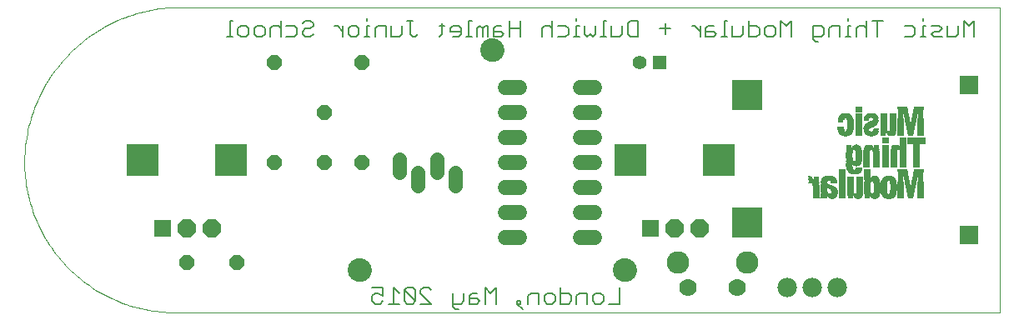
<source format=gbs>
G75*
%MOIN*%
%OFA0B0*%
%FSLAX24Y24*%
%IPPOS*%
%LPD*%
%AMOC8*
5,1,8,0,0,1.08239X$1,22.5*
%
%ADD10C,0.0000*%
%ADD11C,0.0060*%
%ADD12R,0.1240X0.1240*%
%ADD13C,0.0940*%
%ADD14OC8,0.0600*%
%ADD15R,0.0556X0.0556*%
%ADD16C,0.0556*%
%ADD17C,0.0600*%
%ADD18C,0.0780*%
%ADD19R,0.0730X0.0730*%
%ADD20R,0.0713X0.0713*%
%ADD21OC8,0.0713*%
%ADD22R,0.1267X0.1267*%
%ADD23C,0.0580*%
%ADD24C,0.0900*%
%ADD25C,0.0700*%
%ADD26R,0.0091X0.0004*%
%ADD27R,0.0061X0.0004*%
%ADD28R,0.0156X0.0004*%
%ADD29R,0.0103X0.0004*%
%ADD30R,0.0198X0.0004*%
%ADD31R,0.0129X0.0004*%
%ADD32R,0.0065X0.0004*%
%ADD33R,0.0068X0.0004*%
%ADD34R,0.0228X0.0004*%
%ADD35R,0.0152X0.0004*%
%ADD36R,0.0110X0.0004*%
%ADD37R,0.0114X0.0004*%
%ADD38R,0.0255X0.0004*%
%ADD39R,0.0171X0.0004*%
%ADD40R,0.0137X0.0004*%
%ADD41R,0.0148X0.0004*%
%ADD42R,0.0277X0.0004*%
%ADD43R,0.0186X0.0004*%
%ADD44R,0.0160X0.0004*%
%ADD45R,0.0251X0.0004*%
%ADD46R,0.0205X0.0004*%
%ADD47R,0.0296X0.0004*%
%ADD48R,0.0201X0.0004*%
%ADD49R,0.0220X0.0004*%
%ADD50R,0.0179X0.0004*%
%ADD51R,0.0224X0.0004*%
%ADD52R,0.0239X0.0004*%
%ADD53R,0.0194X0.0004*%
%ADD54R,0.0315X0.0004*%
%ADD55R,0.0217X0.0004*%
%ADD56R,0.0213X0.0004*%
%ADD57R,0.0247X0.0004*%
%ADD58R,0.0334X0.0004*%
%ADD59R,0.0232X0.0004*%
%ADD60R,0.0209X0.0004*%
%ADD61R,0.0346X0.0004*%
%ADD62R,0.0224X0.0004*%
%ADD63R,0.0243X0.0004*%
%ADD64R,0.0247X0.0004*%
%ADD65R,0.0361X0.0004*%
%ADD66R,0.0236X0.0004*%
%ADD67R,0.0372X0.0004*%
%ADD68R,0.0262X0.0004*%
%ADD69R,0.0270X0.0004*%
%ADD70R,0.0388X0.0004*%
%ADD71R,0.0270X0.0004*%
%ADD72R,0.0220X0.0004*%
%ADD73R,0.0395X0.0004*%
%ADD74R,0.0266X0.0004*%
%ADD75R,0.0293X0.0004*%
%ADD76R,0.0407X0.0004*%
%ADD77R,0.0289X0.0004*%
%ADD78R,0.0274X0.0004*%
%ADD79R,0.0304X0.0004*%
%ADD80R,0.0418X0.0004*%
%ADD81R,0.0312X0.0004*%
%ADD82R,0.0426X0.0004*%
%ADD83R,0.0304X0.0004*%
%ADD84R,0.0323X0.0004*%
%ADD85R,0.0433X0.0004*%
%ADD86R,0.0331X0.0004*%
%ADD87R,0.0441X0.0004*%
%ADD88R,0.0319X0.0004*%
%ADD89R,0.0338X0.0004*%
%ADD90R,0.0448X0.0004*%
%ADD91R,0.0456X0.0004*%
%ADD92R,0.0327X0.0004*%
%ADD93R,0.0357X0.0004*%
%ADD94R,0.0464X0.0004*%
%ADD95R,0.0365X0.0004*%
%ADD96R,0.0471X0.0004*%
%ADD97R,0.0342X0.0004*%
%ADD98R,0.0369X0.0004*%
%ADD99R,0.0479X0.0004*%
%ADD100R,0.0331X0.0004*%
%ADD101R,0.0376X0.0004*%
%ADD102R,0.0486X0.0004*%
%ADD103R,0.0350X0.0004*%
%ADD104R,0.0384X0.0004*%
%ADD105R,0.0490X0.0004*%
%ADD106R,0.0391X0.0004*%
%ADD107R,0.0494X0.0004*%
%ADD108R,0.0638X0.0004*%
%ADD109R,0.0502X0.0004*%
%ADD110R,0.0353X0.0004*%
%ADD111R,0.0642X0.0004*%
%ADD112R,0.0505X0.0004*%
%ADD113R,0.0509X0.0004*%
%ADD114R,0.0646X0.0004*%
%ADD115R,0.0517X0.0004*%
%ADD116R,0.0600X0.0004*%
%ADD117R,0.0650X0.0004*%
%ADD118R,0.0524X0.0004*%
%ADD119R,0.0604X0.0004*%
%ADD120R,0.0528X0.0004*%
%ADD121R,0.0650X0.0004*%
%ADD122R,0.0532X0.0004*%
%ADD123R,0.0536X0.0004*%
%ADD124R,0.0608X0.0004*%
%ADD125R,0.0654X0.0004*%
%ADD126R,0.0540X0.0004*%
%ADD127R,0.0258X0.0004*%
%ADD128R,0.0543X0.0004*%
%ADD129R,0.0657X0.0004*%
%ADD130R,0.0547X0.0004*%
%ADD131R,0.0612X0.0004*%
%ADD132R,0.0555X0.0004*%
%ADD133R,0.0661X0.0004*%
%ADD134R,0.0616X0.0004*%
%ADD135R,0.0559X0.0004*%
%ADD136R,0.0562X0.0004*%
%ADD137R,0.0665X0.0004*%
%ADD138R,0.0570X0.0004*%
%ADD139R,0.0661X0.0004*%
%ADD140R,0.0619X0.0004*%
%ADD141R,0.0296X0.0004*%
%ADD142R,0.0327X0.0004*%
%ADD143R,0.0281X0.0004*%
%ADD144R,0.0315X0.0004*%
%ADD145R,0.0281X0.0004*%
%ADD146R,0.0300X0.0004*%
%ADD147R,0.0308X0.0004*%
%ADD148R,0.0258X0.0004*%
%ADD149R,0.0285X0.0004*%
%ADD150R,0.0236X0.0004*%
%ADD151R,0.0182X0.0004*%
%ADD152R,0.0593X0.0004*%
%ADD153R,0.0589X0.0004*%
%ADD154R,0.0581X0.0004*%
%ADD155R,0.0578X0.0004*%
%ADD156R,0.0574X0.0004*%
%ADD157R,0.0186X0.0004*%
%ADD158R,0.0551X0.0004*%
%ADD159R,0.0190X0.0004*%
%ADD160R,0.0521X0.0004*%
%ADD161R,0.0513X0.0004*%
%ADD162R,0.0505X0.0004*%
%ADD163R,0.0498X0.0004*%
%ADD164R,0.0483X0.0004*%
%ADD165R,0.0475X0.0004*%
%ADD166R,0.0445X0.0004*%
%ADD167R,0.0414X0.0004*%
%ADD168R,0.0403X0.0004*%
%ADD169R,0.0353X0.0004*%
%ADD170R,0.0198X0.0004*%
%ADD171R,0.0011X0.0004*%
%ADD172R,0.0038X0.0004*%
%ADD173R,0.0293X0.0004*%
%ADD174R,0.0566X0.0004*%
%ADD175R,0.0597X0.0004*%
%ADD176R,0.0578X0.0004*%
%ADD177R,0.0175X0.0004*%
%ADD178R,0.0585X0.0004*%
%ADD179R,0.0167X0.0004*%
%ADD180R,0.0163X0.0004*%
%ADD181R,0.0543X0.0004*%
%ADD182R,0.0201X0.0004*%
%ADD183R,0.0144X0.0004*%
%ADD184R,0.0141X0.0004*%
%ADD185R,0.0133X0.0004*%
%ADD186R,0.0467X0.0004*%
%ADD187R,0.0122X0.0004*%
%ADD188R,0.0118X0.0004*%
%ADD189R,0.0114X0.0004*%
%ADD190R,0.0429X0.0004*%
%ADD191R,0.0106X0.0004*%
%ADD192R,0.0422X0.0004*%
%ADD193R,0.0103X0.0004*%
%ADD194R,0.0095X0.0004*%
%ADD195R,0.0084X0.0004*%
%ADD196R,0.0076X0.0004*%
%ADD197R,0.0057X0.0004*%
%ADD198R,0.0046X0.0004*%
%ADD199R,0.0034X0.0004*%
%ADD200R,0.0015X0.0004*%
%ADD201R,0.0426X0.0004*%
%ADD202R,0.0175X0.0004*%
%ADD203R,0.0414X0.0004*%
%ADD204R,0.0410X0.0004*%
%ADD205R,0.0099X0.0004*%
%ADD206R,0.0403X0.0004*%
%ADD207R,0.0399X0.0004*%
%ADD208R,0.0437X0.0004*%
%ADD209R,0.0448X0.0004*%
%ADD210R,0.0460X0.0004*%
%ADD211R,0.0380X0.0004*%
%ADD212R,0.0566X0.0004*%
%ADD213R,0.0589X0.0004*%
%ADD214R,0.0053X0.0004*%
%ADD215R,0.0604X0.0004*%
%ADD216R,0.0616X0.0004*%
%ADD217R,0.0365X0.0004*%
%ADD218R,0.0308X0.0004*%
%ADD219R,0.0125X0.0004*%
%ADD220R,0.0057X0.0004*%
%ADD221R,0.0707X0.0004*%
%ADD222R,0.0091X0.0004*%
%ADD223R,0.0152X0.0004*%
%ADD224R,0.0342X0.0004*%
%ADD225R,0.0452X0.0004*%
%ADD226R,0.0471X0.0004*%
%ADD227R,0.0509X0.0004*%
%ADD228R,0.0532X0.0004*%
%ADD229R,0.0555X0.0004*%
%ADD230R,0.0388X0.0004*%
%ADD231R,0.0437X0.0004*%
%ADD232R,0.0399X0.0004*%
%ADD233R,0.0209X0.0004*%
%ADD234R,0.0483X0.0004*%
%ADD235R,0.0460X0.0004*%
D10*
X006701Y001180D02*
X039656Y001180D01*
X039656Y013385D01*
X006982Y013385D01*
X018930Y011680D02*
X018932Y011722D01*
X018938Y011764D01*
X018948Y011805D01*
X018961Y011845D01*
X018979Y011883D01*
X018999Y011920D01*
X019024Y011955D01*
X019051Y011987D01*
X019081Y012016D01*
X019114Y012043D01*
X019149Y012066D01*
X019186Y012086D01*
X019225Y012102D01*
X019265Y012115D01*
X019306Y012124D01*
X019348Y012129D01*
X019391Y012130D01*
X019433Y012127D01*
X019474Y012120D01*
X019515Y012109D01*
X019555Y012095D01*
X019593Y012077D01*
X019629Y012055D01*
X019663Y012030D01*
X019694Y012002D01*
X019723Y011971D01*
X019749Y011938D01*
X019771Y011902D01*
X019791Y011864D01*
X019806Y011825D01*
X019818Y011785D01*
X019826Y011743D01*
X019830Y011701D01*
X019830Y011659D01*
X019826Y011617D01*
X019818Y011575D01*
X019806Y011535D01*
X019791Y011496D01*
X019771Y011458D01*
X019749Y011422D01*
X019723Y011389D01*
X019694Y011358D01*
X019663Y011330D01*
X019629Y011305D01*
X019593Y011283D01*
X019555Y011265D01*
X019515Y011251D01*
X019474Y011240D01*
X019433Y011233D01*
X019391Y011230D01*
X019348Y011231D01*
X019306Y011236D01*
X019265Y011245D01*
X019225Y011258D01*
X019186Y011274D01*
X019149Y011294D01*
X019114Y011317D01*
X019081Y011344D01*
X019051Y011373D01*
X019024Y011405D01*
X018999Y011440D01*
X018979Y011477D01*
X018961Y011515D01*
X018948Y011555D01*
X018938Y011596D01*
X018932Y011638D01*
X018930Y011680D01*
X006983Y013384D02*
X006828Y013385D01*
X006673Y013381D01*
X006518Y013373D01*
X006363Y013362D01*
X006209Y013346D01*
X006055Y013327D01*
X005901Y013304D01*
X005749Y013278D01*
X005597Y013247D01*
X005445Y013213D01*
X005295Y013174D01*
X005146Y013133D01*
X004998Y013087D01*
X004851Y013038D01*
X004705Y012985D01*
X004560Y012928D01*
X004417Y012868D01*
X004276Y012804D01*
X004136Y012737D01*
X003998Y012667D01*
X003862Y012593D01*
X003728Y012515D01*
X003595Y012434D01*
X003465Y012350D01*
X003337Y012263D01*
X003211Y012173D01*
X003087Y012079D01*
X002966Y011983D01*
X002847Y011883D01*
X002730Y011780D01*
X002617Y011675D01*
X002505Y011567D01*
X002397Y011456D01*
X002291Y011342D01*
X002189Y011226D01*
X002089Y011107D01*
X001992Y010986D01*
X001898Y010863D01*
X001808Y010737D01*
X001720Y010609D01*
X001636Y010479D01*
X001555Y010346D01*
X001477Y010212D01*
X001403Y010076D01*
X001332Y009938D01*
X001265Y009798D01*
X001201Y009657D01*
X001141Y009514D01*
X001084Y009370D01*
X001031Y009224D01*
X000981Y009077D01*
X000935Y008929D01*
X000893Y008780D01*
X000855Y008630D01*
X000820Y008478D01*
X000789Y008326D01*
X000762Y008174D01*
X000739Y008020D01*
X000720Y007867D01*
X000704Y007712D01*
X000692Y007558D01*
X000685Y007403D01*
X000681Y007248D01*
X000680Y007248D02*
X000680Y007201D01*
X000682Y007048D01*
X000688Y006896D01*
X000697Y006744D01*
X000711Y006592D01*
X000728Y006440D01*
X000749Y006289D01*
X000774Y006139D01*
X000803Y005989D01*
X000836Y005840D01*
X000872Y005692D01*
X000912Y005545D01*
X000956Y005399D01*
X001004Y005254D01*
X001055Y005110D01*
X001110Y004968D01*
X001168Y004827D01*
X001230Y004687D01*
X001295Y004549D01*
X001364Y004413D01*
X001437Y004279D01*
X001512Y004147D01*
X001591Y004016D01*
X001674Y003888D01*
X001759Y003761D01*
X001848Y003637D01*
X001940Y003516D01*
X002035Y003396D01*
X002133Y003279D01*
X002233Y003165D01*
X002337Y003053D01*
X002444Y002944D01*
X002553Y002837D01*
X002665Y002733D01*
X002779Y002633D01*
X002896Y002535D01*
X003016Y002440D01*
X003137Y002348D01*
X003261Y002259D01*
X003388Y002174D01*
X003516Y002091D01*
X003647Y002012D01*
X003779Y001937D01*
X003913Y001864D01*
X004049Y001795D01*
X004187Y001730D01*
X004327Y001668D01*
X004468Y001610D01*
X004610Y001555D01*
X004754Y001504D01*
X004899Y001456D01*
X005045Y001412D01*
X005192Y001372D01*
X005340Y001336D01*
X005489Y001303D01*
X005639Y001274D01*
X005789Y001249D01*
X005940Y001228D01*
X006092Y001211D01*
X006244Y001197D01*
X006396Y001188D01*
X006548Y001182D01*
X006701Y001180D01*
X013630Y002880D02*
X013632Y002922D01*
X013638Y002964D01*
X013648Y003005D01*
X013661Y003045D01*
X013679Y003083D01*
X013699Y003120D01*
X013724Y003155D01*
X013751Y003187D01*
X013781Y003216D01*
X013814Y003243D01*
X013849Y003266D01*
X013886Y003286D01*
X013925Y003302D01*
X013965Y003315D01*
X014006Y003324D01*
X014048Y003329D01*
X014091Y003330D01*
X014133Y003327D01*
X014174Y003320D01*
X014215Y003309D01*
X014255Y003295D01*
X014293Y003277D01*
X014329Y003255D01*
X014363Y003230D01*
X014394Y003202D01*
X014423Y003171D01*
X014449Y003138D01*
X014471Y003102D01*
X014491Y003064D01*
X014506Y003025D01*
X014518Y002985D01*
X014526Y002943D01*
X014530Y002901D01*
X014530Y002859D01*
X014526Y002817D01*
X014518Y002775D01*
X014506Y002735D01*
X014491Y002696D01*
X014471Y002658D01*
X014449Y002622D01*
X014423Y002589D01*
X014394Y002558D01*
X014363Y002530D01*
X014329Y002505D01*
X014293Y002483D01*
X014255Y002465D01*
X014215Y002451D01*
X014174Y002440D01*
X014133Y002433D01*
X014091Y002430D01*
X014048Y002431D01*
X014006Y002436D01*
X013965Y002445D01*
X013925Y002458D01*
X013886Y002474D01*
X013849Y002494D01*
X013814Y002517D01*
X013781Y002544D01*
X013751Y002573D01*
X013724Y002605D01*
X013699Y002640D01*
X013679Y002677D01*
X013661Y002715D01*
X013648Y002755D01*
X013638Y002796D01*
X013632Y002838D01*
X013630Y002880D01*
X024230Y002880D02*
X024232Y002922D01*
X024238Y002964D01*
X024248Y003005D01*
X024261Y003045D01*
X024279Y003083D01*
X024299Y003120D01*
X024324Y003155D01*
X024351Y003187D01*
X024381Y003216D01*
X024414Y003243D01*
X024449Y003266D01*
X024486Y003286D01*
X024525Y003302D01*
X024565Y003315D01*
X024606Y003324D01*
X024648Y003329D01*
X024691Y003330D01*
X024733Y003327D01*
X024774Y003320D01*
X024815Y003309D01*
X024855Y003295D01*
X024893Y003277D01*
X024929Y003255D01*
X024963Y003230D01*
X024994Y003202D01*
X025023Y003171D01*
X025049Y003138D01*
X025071Y003102D01*
X025091Y003064D01*
X025106Y003025D01*
X025118Y002985D01*
X025126Y002943D01*
X025130Y002901D01*
X025130Y002859D01*
X025126Y002817D01*
X025118Y002775D01*
X025106Y002735D01*
X025091Y002696D01*
X025071Y002658D01*
X025049Y002622D01*
X025023Y002589D01*
X024994Y002558D01*
X024963Y002530D01*
X024929Y002505D01*
X024893Y002483D01*
X024855Y002465D01*
X024815Y002451D01*
X024774Y002440D01*
X024733Y002433D01*
X024691Y002430D01*
X024648Y002431D01*
X024606Y002436D01*
X024565Y002445D01*
X024525Y002458D01*
X024486Y002474D01*
X024449Y002494D01*
X024414Y002517D01*
X024381Y002544D01*
X024351Y002573D01*
X024324Y002605D01*
X024299Y002640D01*
X024279Y002677D01*
X024261Y002715D01*
X024248Y002755D01*
X024238Y002796D01*
X024232Y002838D01*
X024230Y002880D01*
D11*
X024469Y002165D02*
X024469Y001524D01*
X024042Y001524D01*
X023824Y001631D02*
X023717Y001524D01*
X023504Y001524D01*
X023397Y001631D01*
X023397Y001844D01*
X023504Y001951D01*
X023717Y001951D01*
X023824Y001844D01*
X023824Y001631D01*
X023180Y001524D02*
X023180Y001951D01*
X022859Y001951D01*
X022753Y001844D01*
X022753Y001524D01*
X022535Y001631D02*
X022535Y001844D01*
X022428Y001951D01*
X022108Y001951D01*
X021890Y001844D02*
X021890Y001631D01*
X021784Y001524D01*
X021570Y001524D01*
X021463Y001631D01*
X021463Y001844D01*
X021570Y001951D01*
X021784Y001951D01*
X021890Y001844D01*
X022108Y001524D02*
X022108Y002165D01*
X021246Y001951D02*
X020926Y001951D01*
X020819Y001844D01*
X020819Y001524D01*
X020601Y001310D02*
X020388Y001524D01*
X020495Y001524D01*
X020495Y001631D01*
X020388Y001631D01*
X020388Y001524D01*
X021246Y001524D02*
X021246Y001951D01*
X022108Y001524D02*
X022428Y001524D01*
X022535Y001631D01*
X019527Y001524D02*
X019527Y002165D01*
X019314Y001951D01*
X019100Y002165D01*
X019100Y001524D01*
X018883Y001631D02*
X018776Y001738D01*
X018456Y001738D01*
X018456Y001844D02*
X018456Y001524D01*
X018776Y001524D01*
X018883Y001631D01*
X018238Y001631D02*
X018131Y001524D01*
X017811Y001524D01*
X017811Y001417D02*
X017918Y001310D01*
X018024Y001310D01*
X017811Y001417D02*
X017811Y001951D01*
X018238Y001951D02*
X018238Y001631D01*
X018456Y001844D02*
X018562Y001951D01*
X018776Y001951D01*
X016949Y002058D02*
X016842Y002165D01*
X016629Y002165D01*
X016522Y002058D01*
X016522Y001951D01*
X016949Y001524D01*
X016522Y001524D01*
X016304Y001631D02*
X015877Y002058D01*
X015877Y001631D01*
X015984Y001524D01*
X016198Y001524D01*
X016304Y001631D01*
X016304Y002058D01*
X016198Y002165D01*
X015984Y002165D01*
X015877Y002058D01*
X015660Y001951D02*
X015446Y002165D01*
X015446Y001524D01*
X015233Y001524D02*
X015660Y001524D01*
X015015Y001631D02*
X014908Y001524D01*
X014695Y001524D01*
X014588Y001631D01*
X014588Y001844D01*
X014695Y001951D01*
X014802Y001951D01*
X015015Y001844D01*
X015015Y002165D01*
X014588Y002165D01*
X032207Y012103D02*
X032207Y012637D01*
X032527Y012637D01*
X032634Y012530D01*
X032634Y012317D01*
X032527Y012210D01*
X032207Y012210D01*
X032207Y012103D02*
X032314Y011996D01*
X032421Y011996D01*
X032852Y012210D02*
X032852Y012530D01*
X032958Y012637D01*
X033279Y012637D01*
X033279Y012210D01*
X033495Y012210D02*
X033708Y012210D01*
X033602Y012210D02*
X033602Y012637D01*
X033708Y012637D01*
X033602Y012851D02*
X033602Y012957D01*
X034033Y012637D02*
X033926Y012530D01*
X033926Y012210D01*
X034353Y012210D02*
X034353Y012851D01*
X034571Y012851D02*
X034998Y012851D01*
X034784Y012851D02*
X034784Y012210D01*
X034353Y012530D02*
X034246Y012637D01*
X034033Y012637D01*
X035860Y012637D02*
X036180Y012637D01*
X036287Y012530D01*
X036287Y012317D01*
X036180Y012210D01*
X035860Y012210D01*
X036503Y012210D02*
X036716Y012210D01*
X036610Y012210D02*
X036610Y012637D01*
X036716Y012637D01*
X036934Y012637D02*
X037254Y012637D01*
X037361Y012530D01*
X037254Y012424D01*
X037041Y012424D01*
X036934Y012317D01*
X037041Y012210D01*
X037361Y012210D01*
X037578Y012210D02*
X037578Y012637D01*
X038005Y012637D02*
X038005Y012317D01*
X037899Y012210D01*
X037578Y012210D01*
X038223Y012210D02*
X038223Y012851D01*
X038436Y012637D01*
X038650Y012851D01*
X038650Y012210D01*
X036610Y012851D02*
X036610Y012957D01*
X031345Y012851D02*
X031345Y012210D01*
X030918Y012210D02*
X030918Y012851D01*
X031132Y012637D01*
X031345Y012851D01*
X030701Y012530D02*
X030594Y012637D01*
X030380Y012637D01*
X030274Y012530D01*
X030274Y012317D01*
X030380Y012210D01*
X030594Y012210D01*
X030701Y012317D01*
X030701Y012530D01*
X030056Y012530D02*
X030056Y012317D01*
X029949Y012210D01*
X029629Y012210D01*
X029629Y012851D01*
X029629Y012637D02*
X029949Y012637D01*
X030056Y012530D01*
X029411Y012637D02*
X029411Y012317D01*
X029305Y012210D01*
X028984Y012210D01*
X028984Y012637D01*
X028767Y012851D02*
X028660Y012851D01*
X028660Y012210D01*
X028767Y012210D02*
X028553Y012210D01*
X028337Y012317D02*
X028230Y012424D01*
X027910Y012424D01*
X027910Y012530D02*
X027910Y012210D01*
X028230Y012210D01*
X028337Y012317D01*
X028017Y012637D02*
X027910Y012530D01*
X028017Y012637D02*
X028230Y012637D01*
X027693Y012637D02*
X027693Y012210D01*
X027693Y012424D02*
X027479Y012637D01*
X027372Y012637D01*
X026511Y012530D02*
X026084Y012530D01*
X026297Y012744D02*
X026297Y012317D01*
X025222Y012210D02*
X025222Y012851D01*
X024902Y012851D01*
X024795Y012744D01*
X024795Y012317D01*
X024902Y012210D01*
X025222Y012210D01*
X024577Y012317D02*
X024471Y012210D01*
X024150Y012210D01*
X024150Y012637D01*
X023933Y012851D02*
X023826Y012851D01*
X023826Y012210D01*
X023933Y012210D02*
X023719Y012210D01*
X023503Y012317D02*
X023396Y012210D01*
X023290Y012317D01*
X023183Y012210D01*
X023076Y012317D01*
X023076Y012637D01*
X022859Y012637D02*
X022752Y012637D01*
X022752Y012210D01*
X022859Y012210D02*
X022645Y012210D01*
X022429Y012317D02*
X022322Y012210D01*
X022002Y012210D01*
X021784Y012210D02*
X021784Y012851D01*
X021678Y012637D02*
X021464Y012637D01*
X021357Y012530D01*
X021357Y012210D01*
X021784Y012530D02*
X021678Y012637D01*
X022002Y012637D02*
X022322Y012637D01*
X022429Y012530D01*
X022429Y012317D01*
X022752Y012851D02*
X022752Y012957D01*
X023503Y012637D02*
X023503Y012317D01*
X024577Y012317D02*
X024577Y012637D01*
X020495Y012530D02*
X020068Y012530D01*
X019851Y012317D02*
X019744Y012424D01*
X019424Y012424D01*
X019424Y012530D02*
X019424Y012210D01*
X019744Y012210D01*
X019851Y012317D01*
X020068Y012210D02*
X020068Y012851D01*
X019744Y012637D02*
X019530Y012637D01*
X019424Y012530D01*
X019206Y012637D02*
X019099Y012637D01*
X018993Y012530D01*
X018886Y012637D01*
X018779Y012530D01*
X018779Y012210D01*
X018993Y012210D02*
X018993Y012530D01*
X019206Y012637D02*
X019206Y012210D01*
X018562Y012210D02*
X018348Y012210D01*
X018455Y012210D02*
X018455Y012851D01*
X018562Y012851D01*
X018132Y012530D02*
X018025Y012637D01*
X017812Y012637D01*
X017705Y012530D01*
X017705Y012424D01*
X018132Y012424D01*
X018132Y012530D02*
X018132Y012317D01*
X018025Y012210D01*
X017812Y012210D01*
X017381Y012317D02*
X017274Y012210D01*
X017381Y012317D02*
X017381Y012744D01*
X017487Y012637D02*
X017274Y012637D01*
X016413Y012317D02*
X016306Y012210D01*
X016200Y012210D01*
X016093Y012317D01*
X016093Y012851D01*
X016200Y012851D02*
X015986Y012851D01*
X015768Y012637D02*
X015768Y012317D01*
X015662Y012210D01*
X015341Y012210D01*
X015341Y012637D01*
X015124Y012637D02*
X014804Y012637D01*
X014697Y012530D01*
X014697Y012210D01*
X014479Y012210D02*
X014266Y012210D01*
X014373Y012210D02*
X014373Y012637D01*
X014479Y012637D01*
X014373Y012851D02*
X014373Y012957D01*
X014050Y012530D02*
X013943Y012637D01*
X013729Y012637D01*
X013623Y012530D01*
X013623Y012317D01*
X013729Y012210D01*
X013943Y012210D01*
X014050Y012317D01*
X014050Y012530D01*
X013405Y012424D02*
X013192Y012637D01*
X013085Y012637D01*
X013405Y012637D02*
X013405Y012210D01*
X012223Y012317D02*
X012117Y012210D01*
X011903Y012210D01*
X011796Y012317D01*
X011796Y012424D01*
X011903Y012530D01*
X012117Y012530D01*
X012223Y012637D01*
X012223Y012744D01*
X012117Y012851D01*
X011903Y012851D01*
X011796Y012744D01*
X011579Y012530D02*
X011579Y012317D01*
X011472Y012210D01*
X011152Y012210D01*
X010934Y012210D02*
X010934Y012851D01*
X010828Y012637D02*
X010614Y012637D01*
X010507Y012530D01*
X010507Y012210D01*
X010290Y012317D02*
X010183Y012210D01*
X009970Y012210D01*
X009863Y012317D01*
X009863Y012530D01*
X009970Y012637D01*
X010183Y012637D01*
X010290Y012530D01*
X010290Y012317D01*
X010828Y012637D02*
X010934Y012530D01*
X011152Y012637D02*
X011472Y012637D01*
X011579Y012530D01*
X009645Y012530D02*
X009645Y012317D01*
X009539Y012210D01*
X009325Y012210D01*
X009218Y012317D01*
X009218Y012530D01*
X009325Y012637D01*
X009539Y012637D01*
X009645Y012530D01*
X009001Y012210D02*
X008787Y012210D01*
X008894Y012210D02*
X008894Y012851D01*
X009001Y012851D01*
X015124Y012637D02*
X015124Y012210D01*
X020495Y012210D02*
X020495Y012851D01*
D12*
X029580Y009880D03*
X029580Y004780D03*
D13*
X024680Y002880D03*
X014080Y002880D03*
X019380Y011680D03*
D14*
X014180Y011180D03*
X010680Y011180D03*
X012680Y009180D03*
X012680Y007180D03*
X014180Y007180D03*
X010680Y007180D03*
X009180Y003180D03*
X007180Y003180D03*
D15*
X026074Y011180D03*
D16*
X025286Y011180D03*
D17*
X023460Y010180D02*
X022900Y010180D01*
X020460Y010180D02*
X019900Y010180D01*
X019900Y009180D02*
X020460Y009180D01*
X022900Y009180D02*
X023460Y009180D01*
X023460Y008180D02*
X022900Y008180D01*
X020460Y008180D02*
X019900Y008180D01*
X019900Y007180D02*
X020460Y007180D01*
X022900Y007180D02*
X023460Y007180D01*
X023460Y006180D02*
X022900Y006180D01*
X020460Y006180D02*
X019900Y006180D01*
X019900Y005180D02*
X020460Y005180D01*
X022900Y005180D02*
X023460Y005180D01*
X023460Y004180D02*
X022900Y004180D01*
X020460Y004180D02*
X019900Y004180D01*
D18*
X031180Y002180D03*
X032180Y002180D03*
X033180Y002180D03*
D19*
X038426Y004282D03*
X038426Y010282D03*
D20*
X025696Y004526D03*
X006196Y004526D03*
D21*
X007180Y004526D03*
X008164Y004526D03*
X026680Y004526D03*
X027664Y004526D03*
D22*
X028452Y007282D03*
X024908Y007282D03*
X008952Y007282D03*
X005408Y007282D03*
D23*
X015670Y007322D02*
X015670Y006782D01*
X016420Y006782D02*
X016420Y006242D01*
X017920Y006242D02*
X017920Y006782D01*
X017170Y006782D02*
X017170Y007322D01*
D24*
X026802Y003164D03*
X029558Y003164D03*
D25*
X029164Y002180D03*
X027196Y002180D03*
D26*
X035230Y005710D03*
X035230Y006611D03*
X032076Y006577D03*
X034535Y008218D03*
D27*
X034672Y005710D03*
D28*
X035232Y005714D03*
X032109Y006520D03*
X032109Y006524D03*
X033507Y008222D03*
X033507Y009115D03*
D29*
X034674Y005714D03*
D30*
X035230Y005718D03*
X036230Y006296D03*
X036230Y006299D03*
X036237Y006330D03*
X036237Y006334D03*
X036237Y006337D03*
X036237Y006341D03*
X036237Y006345D03*
X036241Y006360D03*
X036241Y006364D03*
X036271Y006512D03*
X036275Y006531D03*
X036279Y006550D03*
X036290Y006603D03*
X035945Y006512D03*
X035945Y006508D03*
X035945Y006505D03*
X035945Y006501D03*
X035945Y006497D03*
X035941Y006516D03*
X035941Y006520D03*
X035941Y006524D03*
X035941Y006527D03*
X035937Y006535D03*
X035937Y006539D03*
X035937Y006543D03*
X035937Y006546D03*
X035933Y006554D03*
X035933Y006558D03*
X035933Y006562D03*
X035933Y006565D03*
X035926Y006588D03*
X035926Y006592D03*
X035926Y006596D03*
X035926Y006600D03*
X035952Y006474D03*
X035952Y006470D03*
X035952Y006467D03*
X035952Y006463D03*
X035952Y006459D03*
X035956Y006455D03*
X035956Y006451D03*
X035956Y006448D03*
X035956Y006444D03*
X035964Y006421D03*
X035964Y006417D03*
X035964Y006413D03*
X035964Y006410D03*
X035964Y006406D03*
X035968Y006402D03*
X035968Y006398D03*
X035968Y006394D03*
X035968Y006391D03*
X035968Y006387D03*
X035975Y006360D03*
X035975Y006356D03*
X035975Y006353D03*
X035975Y006349D03*
X035979Y006334D03*
X035979Y006330D03*
X035230Y006603D03*
X035511Y007838D03*
X034421Y007838D03*
X035979Y008838D03*
X035979Y008842D03*
X035975Y008857D03*
X035975Y008861D03*
X035975Y008864D03*
X035975Y008868D03*
X035968Y008895D03*
X035968Y008899D03*
X035968Y008902D03*
X035968Y008906D03*
X035968Y008910D03*
X035964Y008914D03*
X035964Y008918D03*
X035964Y008921D03*
X035964Y008925D03*
X035964Y008929D03*
X035956Y008952D03*
X035956Y008956D03*
X035956Y008959D03*
X035956Y008963D03*
X035952Y008967D03*
X035952Y008971D03*
X035952Y008975D03*
X035952Y008978D03*
X035952Y008982D03*
X035945Y009005D03*
X035945Y009009D03*
X035945Y009013D03*
X035945Y009016D03*
X035945Y009020D03*
X035941Y009024D03*
X035941Y009028D03*
X035941Y009032D03*
X035941Y009035D03*
X035937Y009043D03*
X035937Y009047D03*
X035937Y009051D03*
X035937Y009054D03*
X035933Y009062D03*
X035933Y009066D03*
X035933Y009070D03*
X035933Y009073D03*
X035926Y009096D03*
X035926Y009100D03*
X035926Y009104D03*
X035926Y009108D03*
X036275Y009039D03*
X036271Y009020D03*
X036279Y009058D03*
X036290Y009111D03*
X036241Y008872D03*
X036241Y008868D03*
X036237Y008853D03*
X036237Y008849D03*
X036237Y008845D03*
X036237Y008842D03*
X036237Y008838D03*
X036230Y008807D03*
X036230Y008804D03*
X033505Y009111D03*
D31*
X032095Y006550D03*
X034672Y005718D03*
D32*
X034012Y005718D03*
X034666Y006607D03*
X034419Y007857D03*
X035339Y008226D03*
X035510Y007857D03*
D33*
X032065Y006588D03*
X032973Y005718D03*
D34*
X032969Y005741D03*
X034672Y006577D03*
X035230Y006600D03*
X035709Y006600D03*
X035709Y006603D03*
X035709Y006596D03*
X035709Y006592D03*
X035709Y006588D03*
X035709Y006584D03*
X035709Y006581D03*
X035709Y006577D03*
X035709Y006573D03*
X035709Y006569D03*
X035709Y006565D03*
X035709Y006562D03*
X035709Y006558D03*
X035709Y006554D03*
X035709Y006550D03*
X035709Y006546D03*
X035709Y006543D03*
X036507Y006543D03*
X036507Y006546D03*
X036507Y006550D03*
X036507Y006554D03*
X036507Y006558D03*
X036507Y006562D03*
X036507Y006565D03*
X036507Y006569D03*
X036507Y006573D03*
X036507Y006577D03*
X036507Y006581D03*
X036507Y006584D03*
X036507Y006588D03*
X036507Y006592D03*
X036507Y006596D03*
X036507Y006600D03*
X036507Y006603D03*
X036108Y005794D03*
X036108Y005790D03*
X036108Y005786D03*
X036108Y005783D03*
X036108Y005779D03*
X035230Y005722D03*
X036108Y008287D03*
X036108Y008291D03*
X036108Y008294D03*
X036108Y008298D03*
X036108Y008302D03*
X034713Y008427D03*
X034710Y008420D03*
X034353Y008405D03*
X034349Y008408D03*
X034341Y008500D03*
X034341Y008503D03*
X034710Y008864D03*
X034710Y008868D03*
X034698Y008944D03*
X035709Y009051D03*
X035709Y009054D03*
X035709Y009058D03*
X035709Y009062D03*
X035709Y009066D03*
X035709Y009070D03*
X035709Y009073D03*
X035709Y009077D03*
X035709Y009081D03*
X035709Y009085D03*
X035709Y009089D03*
X035709Y009092D03*
X035709Y009096D03*
X035709Y009100D03*
X035709Y009104D03*
X035709Y009108D03*
X035709Y009111D03*
X036507Y009111D03*
X036507Y009108D03*
X036507Y009104D03*
X036507Y009100D03*
X036507Y009096D03*
X036507Y009092D03*
X036507Y009089D03*
X036507Y009085D03*
X036507Y009081D03*
X036507Y009077D03*
X036507Y009073D03*
X036507Y009070D03*
X036507Y009066D03*
X036507Y009062D03*
X036507Y009058D03*
X036507Y009054D03*
X036507Y009051D03*
X033505Y009108D03*
X033319Y008845D03*
X033505Y008230D03*
D35*
X035230Y006607D03*
X034672Y005722D03*
X032107Y006527D03*
D36*
X034012Y005722D03*
X034419Y007854D03*
X035339Y008230D03*
X035510Y007854D03*
D37*
X032973Y005722D03*
D38*
X032967Y005748D03*
X033066Y005927D03*
X033040Y006079D03*
X033036Y006083D03*
X032652Y006003D03*
X032652Y005999D03*
X032652Y005995D03*
X032652Y005992D03*
X032652Y005988D03*
X032652Y005984D03*
X032652Y005980D03*
X032318Y006280D03*
X032318Y006284D03*
X032318Y006288D03*
X032652Y006330D03*
X032652Y006334D03*
X032656Y006410D03*
X032660Y006413D03*
X033032Y006417D03*
X033036Y006413D03*
X033686Y006866D03*
X034031Y006869D03*
X034031Y007234D03*
X034031Y007238D03*
X033663Y007249D03*
X033663Y007253D03*
X033663Y007618D03*
X033663Y007622D03*
X033663Y007626D03*
X034028Y007641D03*
X034358Y007652D03*
X034723Y007618D03*
X034723Y007614D03*
X035449Y007652D03*
X035814Y007618D03*
X035814Y007614D03*
X035331Y008264D03*
X035399Y008435D03*
X035035Y008469D03*
X035035Y008473D03*
X034689Y008389D03*
X034354Y008526D03*
X034696Y008834D03*
X034377Y008963D03*
X033667Y008933D03*
X033507Y009104D03*
X033347Y008937D03*
X033344Y008933D03*
X033344Y008401D03*
X033507Y008234D03*
X033667Y008401D03*
X034385Y006372D03*
X034385Y006368D03*
X034750Y006372D03*
X035069Y006425D03*
X035392Y006425D03*
X035392Y005897D03*
X035232Y005726D03*
X035069Y005897D03*
X034757Y005946D03*
X034757Y005950D03*
X034753Y005942D03*
X034753Y005938D03*
X034674Y005748D03*
X034385Y005946D03*
X034385Y005950D03*
X034073Y005927D03*
X034005Y005756D03*
X033708Y005961D03*
X033708Y005965D03*
D39*
X032971Y005729D03*
X034674Y005726D03*
X032116Y006501D03*
X032116Y006505D03*
D40*
X032099Y006543D03*
X034010Y005726D03*
X034421Y007850D03*
X035337Y008234D03*
X035511Y007850D03*
D41*
X034525Y009115D03*
X032105Y006531D03*
X032971Y005726D03*
D42*
X032967Y005756D03*
X032663Y005927D03*
X033013Y006106D03*
X032671Y006432D03*
X032306Y006322D03*
X033720Y005927D03*
X034005Y005767D03*
X034062Y005912D03*
X034396Y005919D03*
X034674Y005760D03*
X035232Y005729D03*
X034734Y006398D03*
X034396Y006394D03*
X033868Y006714D03*
X034016Y006858D03*
X034016Y007211D03*
X033674Y007219D03*
X033674Y007652D03*
X033952Y007808D03*
X034370Y007667D03*
X034427Y007812D03*
X034712Y007652D03*
X035460Y007667D03*
X035802Y007652D03*
X035331Y008275D03*
X035388Y008420D03*
X035046Y008435D03*
X034370Y008541D03*
X033507Y008237D03*
D43*
X036004Y008693D03*
X036004Y008697D03*
X036004Y008701D03*
X036004Y008705D03*
X036004Y008709D03*
X036000Y008720D03*
X036000Y008724D03*
X036011Y008667D03*
X036011Y008663D03*
X036011Y008659D03*
X036011Y008655D03*
X036205Y008655D03*
X036205Y008659D03*
X036205Y008663D03*
X036205Y008667D03*
X036213Y008697D03*
X036213Y008701D03*
X036213Y008705D03*
X036213Y008709D03*
X036216Y008724D03*
X036216Y006216D03*
X036213Y006201D03*
X036213Y006197D03*
X036213Y006193D03*
X036213Y006189D03*
X036205Y006159D03*
X036205Y006155D03*
X036205Y006151D03*
X036205Y006147D03*
X036011Y006147D03*
X036011Y006151D03*
X036011Y006155D03*
X036011Y006159D03*
X036004Y006185D03*
X036004Y006189D03*
X036004Y006193D03*
X036004Y006197D03*
X036004Y006201D03*
X036000Y006212D03*
X036000Y006216D03*
X034674Y005729D03*
D44*
X034010Y005729D03*
X034672Y006596D03*
X032110Y006516D03*
X033954Y007846D03*
X034421Y007846D03*
X035337Y008237D03*
D45*
X035401Y008439D03*
X035405Y008450D03*
X035720Y008310D03*
X035720Y008306D03*
X035720Y008302D03*
X035720Y008298D03*
X035720Y008294D03*
X035720Y008291D03*
X035720Y008287D03*
X035720Y008283D03*
X035720Y008279D03*
X035720Y008275D03*
X035720Y008272D03*
X035720Y008268D03*
X035720Y008264D03*
X035720Y008260D03*
X035720Y008256D03*
X035720Y008253D03*
X035720Y008249D03*
X035720Y008245D03*
X035720Y008241D03*
X036108Y008344D03*
X036108Y008348D03*
X036108Y008351D03*
X036108Y008355D03*
X036496Y008310D03*
X036496Y008306D03*
X036496Y008302D03*
X036496Y008298D03*
X036496Y008294D03*
X036496Y008291D03*
X036496Y008287D03*
X036496Y008283D03*
X036496Y008279D03*
X036496Y008275D03*
X036496Y008272D03*
X036496Y008268D03*
X036496Y008264D03*
X036496Y008260D03*
X036496Y008256D03*
X036496Y008253D03*
X036496Y008249D03*
X036496Y008245D03*
X036496Y008241D03*
X035033Y008477D03*
X035033Y008481D03*
X035033Y008484D03*
X034698Y008838D03*
X034683Y008959D03*
X034352Y008522D03*
X034368Y008389D03*
X034531Y008234D03*
X033668Y008405D03*
X033342Y008405D03*
X033338Y008408D03*
X033950Y007819D03*
X034029Y007637D03*
X034033Y007633D03*
X034033Y007629D03*
X034352Y007637D03*
X034356Y007645D03*
X034356Y007648D03*
X034425Y007823D03*
X034725Y007610D03*
X034725Y007607D03*
X034725Y007603D03*
X035443Y007637D03*
X035447Y007645D03*
X035447Y007648D03*
X035815Y007610D03*
X035815Y007607D03*
X035815Y007603D03*
X034037Y007261D03*
X034037Y007257D03*
X034037Y007253D03*
X034033Y007246D03*
X034033Y007242D03*
X033661Y007257D03*
X033661Y007261D03*
X033661Y007265D03*
X033661Y007268D03*
X033661Y007603D03*
X033661Y007607D03*
X033661Y007610D03*
X033661Y007614D03*
X033950Y007059D03*
X034033Y006873D03*
X033684Y006869D03*
X034672Y006569D03*
X034751Y006368D03*
X034751Y006364D03*
X034751Y006360D03*
X034755Y006353D03*
X034755Y006349D03*
X035067Y006421D03*
X035230Y006596D03*
X035394Y006421D03*
X034383Y006364D03*
X034383Y006360D03*
X034383Y005965D03*
X034383Y005961D03*
X034383Y005957D03*
X034383Y005954D03*
X034079Y005942D03*
X034075Y005931D03*
X033706Y005969D03*
X033706Y005973D03*
X033706Y005976D03*
X033068Y005935D03*
X033068Y005931D03*
X033045Y006071D03*
X033041Y006075D03*
X032650Y006075D03*
X032650Y006071D03*
X032650Y006068D03*
X032650Y006064D03*
X032650Y006060D03*
X032650Y006056D03*
X032650Y006052D03*
X032650Y006049D03*
X032650Y006045D03*
X032650Y006041D03*
X032650Y006037D03*
X032650Y006033D03*
X032650Y006030D03*
X032650Y006026D03*
X032650Y006022D03*
X032650Y006018D03*
X032650Y006014D03*
X032650Y006011D03*
X032650Y006007D03*
X032650Y006079D03*
X032650Y006083D03*
X032650Y006087D03*
X032650Y006090D03*
X032650Y006094D03*
X032650Y006098D03*
X032650Y006102D03*
X032650Y006106D03*
X032650Y006109D03*
X032650Y006113D03*
X032650Y006117D03*
X032650Y006121D03*
X032650Y006125D03*
X032650Y006128D03*
X032650Y006132D03*
X032650Y006136D03*
X032650Y006140D03*
X032319Y006265D03*
X032319Y006269D03*
X032319Y006273D03*
X032319Y006277D03*
X032650Y006337D03*
X032650Y006341D03*
X032650Y006345D03*
X032654Y006402D03*
X032654Y006406D03*
X033038Y006410D03*
X032620Y005733D03*
X034759Y005954D03*
X034759Y005957D03*
X034759Y005961D03*
X034759Y005965D03*
X034759Y005969D03*
X035394Y005900D03*
X035397Y005904D03*
X035720Y005802D03*
X035720Y005798D03*
X035720Y005794D03*
X035720Y005790D03*
X035720Y005786D03*
X035720Y005783D03*
X035720Y005779D03*
X035720Y005775D03*
X035720Y005771D03*
X035720Y005767D03*
X035720Y005764D03*
X035720Y005760D03*
X035720Y005756D03*
X035720Y005752D03*
X035720Y005748D03*
X035720Y005745D03*
X035720Y005741D03*
X035720Y005737D03*
X035720Y005733D03*
X036108Y005836D03*
X036108Y005840D03*
X036108Y005843D03*
X036108Y005847D03*
X036496Y005802D03*
X036496Y005798D03*
X036496Y005794D03*
X036496Y005790D03*
X036496Y005786D03*
X036496Y005783D03*
X036496Y005779D03*
X036496Y005775D03*
X036496Y005771D03*
X036496Y005767D03*
X036496Y005764D03*
X036496Y005760D03*
X036496Y005756D03*
X036496Y005752D03*
X036496Y005748D03*
X036496Y005745D03*
X036496Y005741D03*
X036496Y005737D03*
X036496Y005733D03*
D46*
X036108Y005733D03*
X036108Y005737D03*
X034672Y006584D03*
X033953Y007835D03*
X036108Y008241D03*
X036108Y008245D03*
D47*
X036108Y008454D03*
X036108Y008458D03*
X036108Y008462D03*
X036108Y008465D03*
X036108Y008469D03*
X035329Y008283D03*
X035055Y008424D03*
X034531Y008241D03*
X033505Y008241D03*
X033684Y007660D03*
X034702Y007664D03*
X035515Y007800D03*
X035793Y007664D03*
X035230Y006588D03*
X034672Y006546D03*
X033729Y005916D03*
X034003Y005775D03*
X034672Y005767D03*
X035230Y005733D03*
X036108Y005946D03*
X036108Y005950D03*
X036108Y005954D03*
X036108Y005957D03*
X036108Y005961D03*
X032673Y005908D03*
X032673Y006292D03*
X032297Y006334D03*
X034668Y008804D03*
X033505Y009096D03*
D48*
X035958Y008948D03*
X036243Y008891D03*
X036243Y008887D03*
X036243Y008883D03*
X036243Y008880D03*
X036243Y008876D03*
X036239Y008864D03*
X036239Y008861D03*
X036239Y008857D03*
X036247Y008895D03*
X036247Y008899D03*
X036247Y008902D03*
X036247Y008906D03*
X036247Y008910D03*
X036251Y008914D03*
X036251Y008918D03*
X036251Y008921D03*
X036251Y008925D03*
X036251Y008929D03*
X036254Y008933D03*
X036254Y008937D03*
X036254Y008940D03*
X036254Y008944D03*
X036258Y008948D03*
X036258Y008952D03*
X036258Y008956D03*
X036258Y008959D03*
X036258Y008963D03*
X036262Y008967D03*
X036262Y008971D03*
X036262Y008975D03*
X036262Y008978D03*
X036262Y008982D03*
X036266Y008986D03*
X036266Y008990D03*
X036266Y008994D03*
X036266Y008997D03*
X036266Y009001D03*
X036270Y009005D03*
X036270Y009009D03*
X036270Y009013D03*
X036270Y009016D03*
X036273Y009024D03*
X036273Y009028D03*
X036273Y009032D03*
X036273Y009035D03*
X036281Y009062D03*
X036281Y009066D03*
X036281Y009070D03*
X036281Y009073D03*
X036285Y009077D03*
X036285Y009081D03*
X036285Y009085D03*
X036285Y009089D03*
X036289Y009096D03*
X036289Y009100D03*
X036289Y009104D03*
X036289Y009108D03*
X036289Y006600D03*
X036289Y006596D03*
X036289Y006592D03*
X036289Y006588D03*
X036285Y006581D03*
X036285Y006577D03*
X036285Y006573D03*
X036285Y006569D03*
X036281Y006565D03*
X036281Y006562D03*
X036281Y006558D03*
X036281Y006554D03*
X036273Y006527D03*
X036273Y006524D03*
X036273Y006520D03*
X036273Y006516D03*
X036270Y006508D03*
X036270Y006505D03*
X036270Y006501D03*
X036270Y006497D03*
X036266Y006493D03*
X036266Y006489D03*
X036266Y006486D03*
X036266Y006482D03*
X036266Y006478D03*
X036262Y006474D03*
X036262Y006470D03*
X036262Y006467D03*
X036262Y006463D03*
X036262Y006459D03*
X036258Y006455D03*
X036258Y006451D03*
X036258Y006448D03*
X036258Y006444D03*
X036258Y006440D03*
X036254Y006436D03*
X036254Y006432D03*
X036254Y006429D03*
X036254Y006425D03*
X036251Y006421D03*
X036251Y006417D03*
X036251Y006413D03*
X036251Y006410D03*
X036251Y006406D03*
X036247Y006402D03*
X036247Y006398D03*
X036247Y006394D03*
X036247Y006391D03*
X036247Y006387D03*
X036243Y006383D03*
X036243Y006379D03*
X036243Y006375D03*
X036243Y006372D03*
X036243Y006368D03*
X036239Y006356D03*
X036239Y006353D03*
X036239Y006349D03*
X035958Y006440D03*
X034674Y005733D03*
D49*
X034368Y005733D03*
X034368Y005737D03*
X034368Y005741D03*
X034368Y005745D03*
X034368Y005748D03*
X034368Y005752D03*
X034368Y005756D03*
X034368Y005760D03*
X034368Y005764D03*
X034368Y005767D03*
X034368Y005771D03*
X034368Y005775D03*
X034368Y005779D03*
X034368Y005783D03*
X034368Y005786D03*
X034368Y005790D03*
X034368Y005794D03*
X034368Y005798D03*
X034368Y005802D03*
X034368Y005805D03*
X034368Y005809D03*
X034368Y005813D03*
X034368Y005817D03*
X034368Y005821D03*
X034368Y005824D03*
X034672Y006581D03*
X032844Y006603D03*
X032335Y006588D03*
X032335Y006584D03*
X032335Y006581D03*
X032335Y006577D03*
X032335Y006573D03*
X032335Y006569D03*
X032335Y006565D03*
X032335Y006562D03*
X032335Y006558D03*
X032335Y006554D03*
X032335Y006550D03*
X032335Y006546D03*
X032335Y006543D03*
X032335Y006539D03*
X032335Y006535D03*
X032335Y006531D03*
X032335Y006527D03*
X032335Y006524D03*
X032335Y006520D03*
X032335Y006516D03*
X032335Y006512D03*
X032335Y006508D03*
X032335Y006505D03*
X032335Y006501D03*
X032335Y006497D03*
X032335Y006493D03*
X032335Y006489D03*
X032335Y006486D03*
X032335Y006482D03*
X032335Y006478D03*
X032335Y006474D03*
X034341Y008427D03*
X034337Y008481D03*
X034337Y008484D03*
X034337Y008488D03*
X034717Y008450D03*
X034717Y008446D03*
X034717Y008443D03*
X034721Y008454D03*
X034721Y008458D03*
X034721Y008462D03*
X034721Y008465D03*
X034714Y008883D03*
X034714Y008887D03*
X034714Y008891D03*
X034714Y008895D03*
X034714Y008899D03*
X034710Y008914D03*
X034710Y008918D03*
X034710Y008921D03*
X034706Y008925D03*
X034706Y008929D03*
X034527Y009108D03*
X034353Y008937D03*
D50*
X035335Y008241D03*
X033952Y007842D03*
X033952Y007037D03*
X032120Y006493D03*
X034009Y005733D03*
D51*
X033693Y005733D03*
X033693Y005737D03*
X033693Y005741D03*
X033693Y005745D03*
X033693Y005748D03*
X033693Y005752D03*
X033693Y005756D03*
X033693Y005760D03*
X033693Y005764D03*
X033693Y005767D03*
X033693Y005771D03*
X033693Y005775D03*
X033693Y005779D03*
X033693Y005783D03*
X033693Y005786D03*
X033693Y005790D03*
X033693Y005794D03*
X033693Y005798D03*
X033693Y005802D03*
X033693Y005805D03*
X033693Y005809D03*
X033693Y005813D03*
X033693Y005817D03*
X033693Y005821D03*
X033693Y005824D03*
X033693Y005828D03*
X033693Y005832D03*
X034423Y007831D03*
X034738Y007831D03*
X034738Y007835D03*
X034738Y007838D03*
X034738Y007842D03*
X034738Y007827D03*
X034738Y007823D03*
X034738Y007819D03*
X034738Y007816D03*
X034738Y007812D03*
X034738Y007808D03*
X034738Y007804D03*
X034738Y007800D03*
X034738Y007797D03*
X034738Y007793D03*
X034738Y007789D03*
X034738Y007785D03*
X034738Y007781D03*
X034738Y007778D03*
X034738Y007774D03*
X034738Y007770D03*
X034738Y007766D03*
X034738Y007762D03*
X034738Y007759D03*
X034738Y007755D03*
X034738Y007751D03*
X034738Y007747D03*
X035513Y007831D03*
X035335Y008253D03*
X035019Y008253D03*
X035019Y008256D03*
X035019Y008260D03*
X035019Y008264D03*
X035019Y008268D03*
X035019Y008272D03*
X035019Y008275D03*
X035019Y008279D03*
X035019Y008283D03*
X035019Y008287D03*
X035019Y008291D03*
X035019Y008294D03*
X035019Y008298D03*
X035019Y008302D03*
X035019Y008306D03*
X035019Y008310D03*
X035019Y008313D03*
X035019Y008317D03*
X035019Y008321D03*
X035019Y008325D03*
X035019Y008329D03*
X035019Y008332D03*
X035019Y008336D03*
X035019Y008340D03*
X035019Y008249D03*
X035019Y008245D03*
X035019Y008241D03*
X034712Y008424D03*
X034533Y008230D03*
X034347Y008412D03*
X034339Y008492D03*
X034339Y008496D03*
X034712Y008872D03*
X034712Y008876D03*
X034712Y008880D03*
X034700Y008940D03*
X034358Y008948D03*
X034354Y008940D03*
D52*
X034370Y008959D03*
X034693Y008952D03*
X034704Y008849D03*
X035027Y008849D03*
X035027Y008845D03*
X035027Y008842D03*
X035027Y008838D03*
X035027Y008834D03*
X035027Y008830D03*
X035027Y008826D03*
X035027Y008823D03*
X035027Y008819D03*
X035027Y008815D03*
X035027Y008811D03*
X035027Y008807D03*
X035027Y008804D03*
X035027Y008800D03*
X035027Y008796D03*
X035027Y008792D03*
X035027Y008788D03*
X035027Y008785D03*
X035027Y008781D03*
X035027Y008777D03*
X035027Y008773D03*
X035027Y008769D03*
X035027Y008766D03*
X035027Y008762D03*
X035027Y008758D03*
X035027Y008754D03*
X035027Y008750D03*
X035027Y008747D03*
X035027Y008743D03*
X035027Y008739D03*
X035027Y008735D03*
X035027Y008731D03*
X035027Y008728D03*
X035027Y008724D03*
X035027Y008720D03*
X035027Y008716D03*
X035027Y008712D03*
X035027Y008709D03*
X035027Y008705D03*
X035027Y008701D03*
X035027Y008697D03*
X035027Y008693D03*
X035027Y008690D03*
X035027Y008686D03*
X035027Y008682D03*
X035027Y008678D03*
X035027Y008674D03*
X035027Y008671D03*
X035027Y008667D03*
X035027Y008663D03*
X035027Y008659D03*
X035027Y008655D03*
X035027Y008652D03*
X035027Y008648D03*
X035027Y008644D03*
X035027Y008640D03*
X035027Y008636D03*
X035027Y008633D03*
X035027Y008629D03*
X035027Y008625D03*
X035027Y008621D03*
X035027Y008617D03*
X035027Y008614D03*
X035027Y008610D03*
X035027Y008606D03*
X035027Y008602D03*
X035027Y008598D03*
X035027Y008595D03*
X035027Y008591D03*
X035027Y008587D03*
X035027Y008583D03*
X035027Y008579D03*
X035027Y008576D03*
X035027Y008572D03*
X035027Y008568D03*
X035027Y008564D03*
X035027Y008560D03*
X035027Y008557D03*
X035027Y008553D03*
X035027Y008549D03*
X035027Y008545D03*
X035027Y008541D03*
X035027Y008538D03*
X035027Y008534D03*
X035027Y008530D03*
X034700Y008401D03*
X034362Y008393D03*
X034358Y008397D03*
X034347Y008515D03*
X034039Y008515D03*
X034039Y008519D03*
X034039Y008522D03*
X034039Y008526D03*
X034039Y008530D03*
X034039Y008534D03*
X034039Y008538D03*
X034039Y008541D03*
X034039Y008545D03*
X034039Y008549D03*
X034039Y008553D03*
X034039Y008557D03*
X034039Y008560D03*
X034039Y008564D03*
X034039Y008568D03*
X034039Y008572D03*
X034039Y008576D03*
X034039Y008579D03*
X034039Y008583D03*
X034039Y008587D03*
X034039Y008591D03*
X034039Y008595D03*
X034039Y008598D03*
X034039Y008602D03*
X034039Y008606D03*
X034039Y008610D03*
X034039Y008614D03*
X034039Y008617D03*
X034039Y008621D03*
X034039Y008625D03*
X034039Y008629D03*
X034039Y008633D03*
X034039Y008636D03*
X034039Y008640D03*
X034039Y008644D03*
X034039Y008648D03*
X034039Y008652D03*
X034039Y008655D03*
X034039Y008659D03*
X034039Y008663D03*
X034039Y008667D03*
X034039Y008671D03*
X034039Y008674D03*
X034039Y008678D03*
X034039Y008682D03*
X034039Y008686D03*
X034039Y008690D03*
X034039Y008693D03*
X034039Y008697D03*
X034039Y008701D03*
X034039Y008705D03*
X034039Y008709D03*
X034039Y008712D03*
X034039Y008716D03*
X034039Y008720D03*
X034039Y008724D03*
X034039Y008728D03*
X034039Y008731D03*
X034039Y008735D03*
X034039Y008739D03*
X034039Y008743D03*
X034039Y008747D03*
X034039Y008750D03*
X034039Y008754D03*
X034039Y008758D03*
X034039Y008762D03*
X034039Y008766D03*
X034039Y008769D03*
X034039Y008773D03*
X034039Y008777D03*
X034039Y008781D03*
X034039Y008785D03*
X034039Y008788D03*
X034039Y008792D03*
X034039Y008796D03*
X034039Y008800D03*
X034039Y008804D03*
X034039Y008807D03*
X034039Y008811D03*
X034039Y008815D03*
X034039Y008819D03*
X034039Y008823D03*
X034039Y008826D03*
X034039Y008830D03*
X034039Y008834D03*
X034039Y008838D03*
X034039Y008842D03*
X034039Y008845D03*
X034039Y008849D03*
X034039Y008853D03*
X034039Y008857D03*
X034039Y008861D03*
X034039Y008864D03*
X034039Y008868D03*
X034039Y008872D03*
X034039Y008876D03*
X034039Y008880D03*
X034039Y008883D03*
X034039Y008887D03*
X034039Y008891D03*
X034039Y008895D03*
X034039Y008899D03*
X034039Y008902D03*
X034039Y008906D03*
X034039Y008910D03*
X034039Y008914D03*
X034039Y008918D03*
X034039Y008921D03*
X034039Y008925D03*
X034039Y008929D03*
X034039Y008933D03*
X034039Y008937D03*
X034039Y008940D03*
X034039Y008944D03*
X034039Y008948D03*
X034039Y008952D03*
X034039Y008956D03*
X034039Y008959D03*
X034039Y008963D03*
X034039Y008967D03*
X034039Y008971D03*
X034039Y008975D03*
X034039Y008978D03*
X034039Y008982D03*
X034039Y008986D03*
X034039Y008990D03*
X034039Y008994D03*
X034039Y008997D03*
X034039Y009001D03*
X034039Y009005D03*
X034039Y009009D03*
X034039Y009013D03*
X034039Y009016D03*
X034039Y009020D03*
X034039Y009024D03*
X034039Y009028D03*
X034039Y009032D03*
X034039Y009035D03*
X034039Y009039D03*
X034039Y009043D03*
X034039Y009047D03*
X034039Y009051D03*
X034039Y009054D03*
X034039Y009058D03*
X034039Y009062D03*
X034039Y009066D03*
X034039Y009070D03*
X034039Y009073D03*
X034039Y009077D03*
X034039Y009081D03*
X034039Y009085D03*
X034039Y009089D03*
X034039Y009092D03*
X034039Y009096D03*
X034039Y009184D03*
X034039Y009187D03*
X034039Y009191D03*
X034039Y009195D03*
X034039Y009199D03*
X034039Y009203D03*
X034039Y009206D03*
X034039Y009210D03*
X034039Y009214D03*
X034039Y009218D03*
X034039Y009222D03*
X034039Y009225D03*
X034039Y009229D03*
X034039Y009233D03*
X034039Y009237D03*
X034039Y009241D03*
X034039Y009244D03*
X034039Y009248D03*
X034039Y009252D03*
X034039Y009256D03*
X034039Y009260D03*
X034039Y009263D03*
X034039Y009267D03*
X034039Y009271D03*
X034039Y009275D03*
X034039Y009279D03*
X034039Y009282D03*
X034039Y009286D03*
X034039Y009290D03*
X034039Y009294D03*
X034039Y009298D03*
X034039Y009301D03*
X034039Y009305D03*
X034039Y009309D03*
X034039Y009313D03*
X034039Y009317D03*
X034039Y009320D03*
X034039Y009324D03*
X034039Y009328D03*
X034039Y009332D03*
X034039Y009336D03*
X034039Y009339D03*
X034039Y009343D03*
X034039Y009347D03*
X034039Y009351D03*
X034039Y009355D03*
X034039Y009358D03*
X034039Y009362D03*
X034039Y009366D03*
X034039Y009370D03*
X034039Y009374D03*
X034039Y009377D03*
X034039Y009381D03*
X034039Y009385D03*
X034039Y009389D03*
X033678Y008914D03*
X033682Y008906D03*
X033682Y008902D03*
X033686Y008895D03*
X033686Y008891D03*
X033689Y008876D03*
X033689Y008872D03*
X033693Y008857D03*
X033693Y008853D03*
X033693Y008849D03*
X033693Y008845D03*
X033693Y008842D03*
X033697Y008830D03*
X033697Y008826D03*
X033697Y008823D03*
X033697Y008819D03*
X033697Y008815D03*
X033697Y008811D03*
X033697Y008807D03*
X033697Y008804D03*
X033697Y008800D03*
X033701Y008777D03*
X033701Y008773D03*
X033701Y008769D03*
X033701Y008766D03*
X033701Y008762D03*
X033701Y008758D03*
X033701Y008754D03*
X033701Y008750D03*
X033701Y008587D03*
X033701Y008583D03*
X033701Y008579D03*
X033701Y008576D03*
X033701Y008572D03*
X033701Y008568D03*
X033701Y008564D03*
X033697Y008538D03*
X033697Y008534D03*
X033697Y008530D03*
X033697Y008526D03*
X033697Y008522D03*
X033697Y008519D03*
X033697Y008515D03*
X033697Y008511D03*
X033697Y008507D03*
X033693Y008500D03*
X033693Y008496D03*
X033693Y008492D03*
X033693Y008488D03*
X033693Y008484D03*
X033693Y008481D03*
X033689Y008465D03*
X033689Y008462D03*
X033686Y008446D03*
X033686Y008443D03*
X033682Y008435D03*
X033682Y008431D03*
X033678Y008424D03*
X033328Y008427D03*
X033328Y008431D03*
X033328Y008435D03*
X033325Y008439D03*
X033325Y008443D03*
X033325Y008446D03*
X033321Y008462D03*
X034039Y008462D03*
X034039Y008465D03*
X034039Y008469D03*
X034039Y008473D03*
X034039Y008477D03*
X034039Y008481D03*
X034039Y008484D03*
X034039Y008488D03*
X034039Y008492D03*
X034039Y008496D03*
X034039Y008500D03*
X034039Y008503D03*
X034039Y008507D03*
X034039Y008511D03*
X034039Y008458D03*
X034039Y008454D03*
X034039Y008450D03*
X034039Y008446D03*
X034039Y008443D03*
X034039Y008439D03*
X034039Y008435D03*
X034039Y008431D03*
X034039Y008427D03*
X034039Y008424D03*
X034039Y008420D03*
X034039Y008416D03*
X034039Y008412D03*
X034039Y008408D03*
X034039Y008405D03*
X034039Y008401D03*
X034039Y008397D03*
X034039Y008393D03*
X034039Y008389D03*
X034039Y008386D03*
X034039Y008382D03*
X034039Y008378D03*
X034039Y008374D03*
X034039Y008370D03*
X034039Y008367D03*
X034039Y008363D03*
X034039Y008359D03*
X034039Y008355D03*
X034039Y008351D03*
X034039Y008348D03*
X034039Y008344D03*
X034039Y008340D03*
X034039Y008336D03*
X034039Y008332D03*
X034039Y008329D03*
X034039Y008325D03*
X034039Y008321D03*
X034039Y008317D03*
X034039Y008313D03*
X034039Y008310D03*
X034039Y008306D03*
X034039Y008302D03*
X034039Y008298D03*
X034039Y008294D03*
X034039Y008291D03*
X034039Y008287D03*
X034039Y008283D03*
X034039Y008279D03*
X034039Y008275D03*
X034039Y008272D03*
X034039Y008268D03*
X034039Y008264D03*
X034039Y008260D03*
X034039Y008256D03*
X034039Y008253D03*
X034039Y008249D03*
X034039Y008245D03*
X034039Y008241D03*
X033952Y007823D03*
X034039Y007607D03*
X034039Y007603D03*
X034039Y007599D03*
X034039Y007595D03*
X034043Y007588D03*
X034043Y007584D03*
X034043Y007580D03*
X034043Y007576D03*
X034043Y007572D03*
X034043Y007569D03*
X034047Y007515D03*
X034047Y007512D03*
X034047Y007508D03*
X034047Y007504D03*
X034047Y007500D03*
X034047Y007496D03*
X034047Y007493D03*
X034047Y007489D03*
X034047Y007485D03*
X034047Y007481D03*
X034047Y007477D03*
X034047Y007474D03*
X034047Y007470D03*
X034047Y007466D03*
X034047Y007462D03*
X034047Y007458D03*
X034047Y007455D03*
X034047Y007451D03*
X034047Y007447D03*
X034047Y007443D03*
X034047Y007439D03*
X034047Y007436D03*
X034047Y007432D03*
X034047Y007428D03*
X034047Y007424D03*
X034047Y007420D03*
X034047Y007417D03*
X034047Y007413D03*
X034047Y007409D03*
X034047Y007405D03*
X034047Y007401D03*
X034047Y007398D03*
X034047Y007394D03*
X034047Y007390D03*
X034047Y007386D03*
X034047Y007382D03*
X034047Y007379D03*
X034047Y007375D03*
X034047Y007371D03*
X034047Y007367D03*
X034047Y007363D03*
X034347Y007363D03*
X034347Y007360D03*
X034347Y007356D03*
X034347Y007352D03*
X034347Y007348D03*
X034347Y007344D03*
X034347Y007341D03*
X034347Y007337D03*
X034347Y007333D03*
X034347Y007329D03*
X034347Y007325D03*
X034347Y007322D03*
X034347Y007318D03*
X034347Y007314D03*
X034347Y007310D03*
X034347Y007306D03*
X034347Y007303D03*
X034347Y007299D03*
X034347Y007295D03*
X034347Y007291D03*
X034347Y007287D03*
X034347Y007284D03*
X034347Y007280D03*
X034347Y007276D03*
X034347Y007272D03*
X034347Y007268D03*
X034347Y007265D03*
X034347Y007261D03*
X034347Y007257D03*
X034347Y007253D03*
X034347Y007249D03*
X034347Y007246D03*
X034347Y007242D03*
X034347Y007238D03*
X034347Y007234D03*
X034347Y007230D03*
X034347Y007227D03*
X034347Y007223D03*
X034347Y007219D03*
X034347Y007215D03*
X034347Y007211D03*
X034347Y007208D03*
X034347Y007204D03*
X034347Y007200D03*
X034347Y007196D03*
X034347Y007192D03*
X034347Y007189D03*
X034347Y007185D03*
X034347Y007181D03*
X034347Y007177D03*
X034347Y007173D03*
X034347Y007170D03*
X034347Y007166D03*
X034347Y007162D03*
X034347Y007158D03*
X034347Y007154D03*
X034347Y007151D03*
X034347Y007147D03*
X034347Y007143D03*
X034347Y007139D03*
X034347Y007135D03*
X034347Y007132D03*
X034347Y007128D03*
X034347Y007124D03*
X034347Y007120D03*
X034347Y007116D03*
X034347Y007113D03*
X034347Y007109D03*
X034347Y007105D03*
X034347Y007101D03*
X034347Y007097D03*
X034347Y007094D03*
X034347Y007090D03*
X034347Y007086D03*
X034347Y007082D03*
X034347Y007078D03*
X034347Y007075D03*
X034347Y007071D03*
X034347Y007067D03*
X034347Y007063D03*
X034347Y007059D03*
X034347Y007056D03*
X034347Y007052D03*
X034347Y007048D03*
X034347Y007044D03*
X034347Y007040D03*
X034347Y007037D03*
X034347Y007033D03*
X034347Y007029D03*
X034347Y007025D03*
X034347Y007021D03*
X034347Y007018D03*
X034347Y007014D03*
X034347Y007010D03*
X034347Y007006D03*
X034347Y007002D03*
X034347Y006999D03*
X034347Y006995D03*
X034347Y006991D03*
X034347Y006987D03*
X034377Y006873D03*
X034377Y006869D03*
X034377Y006866D03*
X034377Y006862D03*
X034377Y006858D03*
X034377Y006854D03*
X034377Y006850D03*
X034377Y006847D03*
X034377Y006843D03*
X034377Y006839D03*
X034377Y006835D03*
X034377Y006831D03*
X034377Y006828D03*
X034377Y006824D03*
X034377Y006820D03*
X034377Y006816D03*
X034377Y006812D03*
X034377Y006809D03*
X034377Y006805D03*
X034377Y006801D03*
X034377Y006797D03*
X034377Y006793D03*
X034377Y006790D03*
X034377Y006786D03*
X034377Y006782D03*
X034377Y006778D03*
X034377Y006774D03*
X034377Y006771D03*
X034377Y006767D03*
X034377Y006763D03*
X034377Y006759D03*
X034377Y006755D03*
X034377Y006752D03*
X034377Y006748D03*
X034377Y006744D03*
X034377Y006740D03*
X034377Y006736D03*
X034377Y006733D03*
X034377Y006729D03*
X034377Y006725D03*
X034377Y006721D03*
X034377Y006717D03*
X034377Y006714D03*
X034377Y006710D03*
X034377Y006706D03*
X034377Y006702D03*
X034377Y006698D03*
X034377Y006695D03*
X034377Y006691D03*
X034377Y006687D03*
X034377Y006683D03*
X034377Y006679D03*
X034377Y006676D03*
X034377Y006672D03*
X034377Y006668D03*
X034377Y006664D03*
X034377Y006660D03*
X034377Y006657D03*
X034377Y006653D03*
X034377Y006649D03*
X034377Y006645D03*
X034377Y006641D03*
X034377Y006638D03*
X034377Y006634D03*
X034377Y006630D03*
X034377Y006626D03*
X034377Y006622D03*
X034377Y006619D03*
X034377Y006615D03*
X034377Y006611D03*
X034377Y006607D03*
X034377Y006603D03*
X034377Y006600D03*
X034377Y006596D03*
X034377Y006592D03*
X034377Y006588D03*
X034377Y006584D03*
X034377Y006581D03*
X034377Y006577D03*
X034377Y006573D03*
X034377Y006569D03*
X034377Y006565D03*
X034377Y006562D03*
X034377Y006558D03*
X034377Y006554D03*
X034377Y006550D03*
X034377Y006546D03*
X034377Y006543D03*
X034377Y006539D03*
X034377Y006535D03*
X034377Y006531D03*
X034377Y006527D03*
X034377Y006524D03*
X034377Y006520D03*
X034377Y006516D03*
X034377Y006322D03*
X034377Y006318D03*
X034377Y006315D03*
X034377Y006311D03*
X034377Y006307D03*
X034377Y006303D03*
X034377Y006299D03*
X034085Y006299D03*
X034085Y006296D03*
X034085Y006292D03*
X034085Y006288D03*
X034085Y006284D03*
X034085Y006280D03*
X034085Y006277D03*
X034085Y006273D03*
X034085Y006269D03*
X034085Y006265D03*
X034085Y006261D03*
X034085Y006258D03*
X034085Y006254D03*
X034085Y006250D03*
X034085Y006246D03*
X034085Y006242D03*
X034085Y006239D03*
X034085Y006235D03*
X034085Y006231D03*
X034085Y006227D03*
X034085Y006223D03*
X034085Y006220D03*
X034085Y006216D03*
X034085Y006212D03*
X034085Y006208D03*
X034085Y006204D03*
X034085Y006201D03*
X034085Y006197D03*
X034085Y006193D03*
X034085Y006189D03*
X034085Y006185D03*
X034085Y006182D03*
X034085Y006178D03*
X034085Y006174D03*
X034085Y006170D03*
X034085Y006166D03*
X034085Y006163D03*
X034085Y006159D03*
X034085Y006155D03*
X034085Y006151D03*
X034085Y006147D03*
X034085Y006144D03*
X034085Y006140D03*
X034085Y006136D03*
X034085Y006132D03*
X034085Y006128D03*
X034085Y006125D03*
X034085Y006121D03*
X034085Y006117D03*
X034085Y006113D03*
X034085Y006109D03*
X034085Y006106D03*
X034085Y006102D03*
X034085Y006098D03*
X034085Y006094D03*
X034085Y006090D03*
X034085Y006087D03*
X034085Y006083D03*
X034085Y006079D03*
X034085Y006075D03*
X034085Y006071D03*
X034085Y006068D03*
X034085Y006064D03*
X034085Y006060D03*
X034085Y006056D03*
X034085Y006052D03*
X034085Y006049D03*
X034085Y006045D03*
X034085Y006041D03*
X034085Y006037D03*
X034085Y006033D03*
X034085Y006030D03*
X034085Y006026D03*
X034085Y006022D03*
X034085Y006018D03*
X034085Y006014D03*
X034085Y006011D03*
X034085Y006007D03*
X034085Y006003D03*
X034085Y005999D03*
X034085Y005995D03*
X034377Y006014D03*
X034377Y006018D03*
X034377Y006022D03*
X034377Y006026D03*
X034377Y006030D03*
X034377Y006033D03*
X034377Y006037D03*
X034377Y006041D03*
X034377Y006045D03*
X034377Y006049D03*
X034377Y006052D03*
X034377Y006056D03*
X034377Y006060D03*
X034377Y006064D03*
X034765Y006246D03*
X035035Y006246D03*
X035035Y006242D03*
X035035Y006239D03*
X035035Y006250D03*
X035035Y006254D03*
X035035Y006258D03*
X035035Y006261D03*
X035035Y006265D03*
X035035Y006269D03*
X035038Y006292D03*
X035038Y006296D03*
X035038Y006299D03*
X035038Y006303D03*
X035038Y006307D03*
X035038Y006311D03*
X035038Y006315D03*
X035038Y006318D03*
X035038Y006322D03*
X035042Y006334D03*
X035042Y006337D03*
X035042Y006341D03*
X035042Y006345D03*
X035042Y006349D03*
X035046Y006364D03*
X035046Y006368D03*
X035050Y006383D03*
X035050Y006387D03*
X035054Y006394D03*
X035054Y006398D03*
X035057Y006406D03*
X035403Y006406D03*
X035407Y006398D03*
X035407Y006394D03*
X035411Y006383D03*
X035411Y006379D03*
X035415Y006368D03*
X035415Y006364D03*
X035415Y006360D03*
X035418Y006345D03*
X035418Y006341D03*
X035418Y006337D03*
X035418Y006334D03*
X035418Y006330D03*
X035422Y006322D03*
X035422Y006318D03*
X035422Y006315D03*
X035422Y006311D03*
X035422Y006307D03*
X035422Y006303D03*
X035422Y006299D03*
X035422Y006296D03*
X035422Y006292D03*
X035426Y006265D03*
X035426Y006261D03*
X035426Y006258D03*
X035426Y006254D03*
X035426Y006250D03*
X035426Y006246D03*
X035426Y006242D03*
X035426Y006239D03*
X035426Y006079D03*
X035426Y006075D03*
X035426Y006071D03*
X035426Y006068D03*
X035426Y006064D03*
X035426Y006060D03*
X035426Y006056D03*
X035426Y006052D03*
X035422Y006030D03*
X035422Y006026D03*
X035422Y006022D03*
X035422Y006018D03*
X035422Y006014D03*
X035422Y006011D03*
X035422Y006007D03*
X035422Y006003D03*
X035422Y005999D03*
X035418Y005992D03*
X035418Y005988D03*
X035418Y005984D03*
X035418Y005980D03*
X035418Y005976D03*
X035418Y005973D03*
X035415Y005957D03*
X035415Y005954D03*
X035411Y005938D03*
X035411Y005935D03*
X035407Y005927D03*
X035407Y005923D03*
X035403Y005916D03*
X035057Y005916D03*
X035054Y005923D03*
X035054Y005927D03*
X035050Y005935D03*
X035050Y005938D03*
X035046Y005954D03*
X035046Y005957D03*
X035042Y005973D03*
X035042Y005976D03*
X035042Y005980D03*
X035042Y005984D03*
X035042Y005988D03*
X035038Y005999D03*
X035038Y006003D03*
X035038Y006007D03*
X035038Y006011D03*
X035038Y006014D03*
X035038Y006018D03*
X035038Y006022D03*
X035038Y006026D03*
X035038Y006030D03*
X035035Y006052D03*
X035035Y006056D03*
X035035Y006060D03*
X035035Y006064D03*
X035035Y006068D03*
X035035Y006071D03*
X035035Y006075D03*
X035035Y006079D03*
X035035Y006083D03*
X035715Y006102D03*
X035715Y006106D03*
X035715Y006109D03*
X035715Y006113D03*
X035715Y006117D03*
X035715Y006121D03*
X035715Y006125D03*
X035715Y006128D03*
X035715Y006132D03*
X035715Y006136D03*
X035715Y006140D03*
X035715Y006144D03*
X035715Y006147D03*
X035715Y006151D03*
X035715Y006155D03*
X035715Y006159D03*
X035715Y006163D03*
X035715Y006166D03*
X035715Y006170D03*
X035715Y006174D03*
X035715Y006178D03*
X035715Y006182D03*
X035715Y006185D03*
X035715Y006189D03*
X035715Y006193D03*
X035715Y006197D03*
X035715Y006201D03*
X035715Y006204D03*
X035715Y006208D03*
X035715Y006212D03*
X035715Y006216D03*
X035715Y006220D03*
X035715Y006223D03*
X035715Y006227D03*
X035715Y006231D03*
X035715Y006235D03*
X035715Y006239D03*
X035715Y006242D03*
X036501Y006242D03*
X036501Y006239D03*
X036501Y006235D03*
X036501Y006231D03*
X036501Y006227D03*
X036501Y006223D03*
X036501Y006220D03*
X036501Y006216D03*
X036501Y006212D03*
X036501Y006208D03*
X036501Y006204D03*
X036501Y006201D03*
X036501Y006197D03*
X036501Y006193D03*
X036501Y006189D03*
X036501Y006185D03*
X036501Y006182D03*
X036501Y006178D03*
X036501Y006174D03*
X036501Y006170D03*
X036501Y006166D03*
X036501Y006163D03*
X036501Y006159D03*
X036501Y006155D03*
X036501Y006151D03*
X036501Y006147D03*
X036501Y006144D03*
X036501Y006140D03*
X036501Y006136D03*
X036501Y006132D03*
X036501Y006128D03*
X036501Y006125D03*
X036501Y006121D03*
X036501Y006117D03*
X036501Y006113D03*
X036501Y006109D03*
X036501Y006106D03*
X036501Y006102D03*
X034674Y005745D03*
X033701Y006022D03*
X033701Y006026D03*
X033701Y006030D03*
X033701Y006033D03*
X033701Y006037D03*
X033701Y006041D03*
X033701Y006045D03*
X033701Y006049D03*
X033701Y006052D03*
X033701Y006056D03*
X033701Y006060D03*
X033701Y006064D03*
X033701Y006068D03*
X033701Y006071D03*
X033701Y006075D03*
X033701Y006079D03*
X033701Y006083D03*
X033701Y006087D03*
X033701Y006090D03*
X033701Y006094D03*
X033701Y006098D03*
X033701Y006102D03*
X033701Y006106D03*
X033701Y006109D03*
X033701Y006113D03*
X033701Y006117D03*
X033701Y006121D03*
X033701Y006125D03*
X033701Y006128D03*
X033701Y006132D03*
X033701Y006136D03*
X033701Y006140D03*
X033701Y006144D03*
X033701Y006147D03*
X033701Y006151D03*
X033701Y006155D03*
X033701Y006159D03*
X033701Y006163D03*
X033701Y006166D03*
X033701Y006170D03*
X033701Y006174D03*
X033701Y006178D03*
X033701Y006182D03*
X033701Y006185D03*
X033701Y006189D03*
X033701Y006193D03*
X033701Y006197D03*
X033701Y006201D03*
X033701Y006204D03*
X033701Y006208D03*
X033701Y006212D03*
X033701Y006216D03*
X033701Y006220D03*
X033701Y006223D03*
X033701Y006227D03*
X033701Y006231D03*
X033701Y006235D03*
X033701Y006239D03*
X033701Y006242D03*
X033701Y006246D03*
X033701Y006250D03*
X033701Y006254D03*
X033701Y006258D03*
X033701Y006261D03*
X033701Y006265D03*
X033701Y006269D03*
X033701Y006273D03*
X033701Y006277D03*
X033701Y006280D03*
X033701Y006284D03*
X033701Y006288D03*
X033701Y006292D03*
X033701Y006296D03*
X033701Y006299D03*
X033701Y006303D03*
X033701Y006307D03*
X033701Y006311D03*
X033701Y006315D03*
X033701Y006318D03*
X033701Y006322D03*
X033701Y006326D03*
X033701Y006330D03*
X033701Y006334D03*
X033701Y006337D03*
X033701Y006341D03*
X033701Y006345D03*
X033701Y006349D03*
X033701Y006353D03*
X033701Y006356D03*
X033701Y006360D03*
X033701Y006364D03*
X033701Y006368D03*
X033701Y006372D03*
X033701Y006375D03*
X033701Y006379D03*
X033701Y006383D03*
X033701Y006387D03*
X033701Y006391D03*
X033701Y006394D03*
X033701Y006398D03*
X033701Y006402D03*
X033701Y006406D03*
X033701Y006410D03*
X033701Y006413D03*
X033701Y006417D03*
X033701Y006421D03*
X033701Y006425D03*
X033701Y006429D03*
X033701Y006432D03*
X033701Y006436D03*
X033701Y006440D03*
X033701Y006444D03*
X033701Y006448D03*
X033701Y006451D03*
X033701Y006455D03*
X033701Y006459D03*
X033701Y006463D03*
X033701Y006467D03*
X033701Y006470D03*
X033701Y006474D03*
X033701Y006478D03*
X033701Y006482D03*
X033701Y006486D03*
X033701Y006489D03*
X033701Y006493D03*
X033701Y006497D03*
X033701Y006501D03*
X033701Y006505D03*
X033701Y006508D03*
X033701Y006512D03*
X033701Y006516D03*
X033701Y006520D03*
X033701Y006524D03*
X033701Y006527D03*
X033701Y006531D03*
X033701Y006535D03*
X033701Y006539D03*
X033701Y006543D03*
X033701Y006546D03*
X033701Y006550D03*
X033701Y006554D03*
X033701Y006558D03*
X033701Y006562D03*
X033701Y006565D03*
X033701Y006569D03*
X033701Y006573D03*
X033701Y006577D03*
X033701Y006581D03*
X033701Y006584D03*
X033701Y006588D03*
X033366Y006588D03*
X033366Y006584D03*
X033366Y006581D03*
X033366Y006577D03*
X033366Y006573D03*
X033366Y006569D03*
X033366Y006565D03*
X033366Y006562D03*
X033366Y006558D03*
X033366Y006554D03*
X033366Y006550D03*
X033366Y006546D03*
X033366Y006543D03*
X033366Y006539D03*
X033366Y006535D03*
X033366Y006531D03*
X033366Y006527D03*
X033366Y006524D03*
X033366Y006520D03*
X033366Y006516D03*
X033366Y006512D03*
X033366Y006508D03*
X033366Y006505D03*
X033366Y006501D03*
X033366Y006497D03*
X033366Y006493D03*
X033366Y006489D03*
X033366Y006486D03*
X033366Y006482D03*
X033366Y006478D03*
X033366Y006474D03*
X033366Y006470D03*
X033366Y006467D03*
X033366Y006463D03*
X033366Y006459D03*
X033366Y006455D03*
X033366Y006451D03*
X033366Y006448D03*
X033366Y006444D03*
X033366Y006440D03*
X033366Y006436D03*
X033366Y006432D03*
X033366Y006429D03*
X033366Y006425D03*
X033366Y006421D03*
X033366Y006417D03*
X033366Y006413D03*
X033366Y006410D03*
X033366Y006406D03*
X033366Y006402D03*
X033366Y006398D03*
X033366Y006394D03*
X033366Y006391D03*
X033366Y006387D03*
X033366Y006383D03*
X033366Y006379D03*
X033366Y006375D03*
X033366Y006372D03*
X033366Y006368D03*
X033366Y006364D03*
X033366Y006360D03*
X033366Y006356D03*
X033366Y006353D03*
X033366Y006349D03*
X033366Y006345D03*
X033366Y006341D03*
X033366Y006337D03*
X033366Y006334D03*
X033366Y006330D03*
X033366Y006326D03*
X033366Y006322D03*
X033366Y006318D03*
X033366Y006315D03*
X033366Y006311D03*
X033366Y006307D03*
X033366Y006303D03*
X033366Y006299D03*
X033366Y006296D03*
X033366Y006292D03*
X033366Y006288D03*
X033366Y006284D03*
X033366Y006280D03*
X033366Y006277D03*
X033366Y006273D03*
X033366Y006269D03*
X033366Y006265D03*
X033366Y006261D03*
X033366Y006258D03*
X033366Y006254D03*
X033366Y006250D03*
X033366Y006246D03*
X033366Y006242D03*
X033366Y006239D03*
X033366Y006235D03*
X033366Y006231D03*
X033366Y006227D03*
X033366Y006223D03*
X033366Y006220D03*
X033366Y006216D03*
X033366Y006212D03*
X033366Y006208D03*
X033366Y006204D03*
X033366Y006201D03*
X033366Y006197D03*
X033366Y006193D03*
X033366Y006189D03*
X033366Y006185D03*
X033366Y006182D03*
X033366Y006178D03*
X033366Y006174D03*
X033366Y006170D03*
X033366Y006166D03*
X033366Y006163D03*
X033366Y006159D03*
X033366Y006155D03*
X033366Y006151D03*
X033366Y006147D03*
X033366Y006144D03*
X033366Y006140D03*
X033366Y006136D03*
X033366Y006132D03*
X033366Y006128D03*
X033366Y006125D03*
X033366Y006121D03*
X033366Y006117D03*
X033366Y006113D03*
X033366Y006109D03*
X033366Y006106D03*
X033366Y006102D03*
X033366Y006098D03*
X033366Y006094D03*
X033366Y006090D03*
X033366Y006087D03*
X033366Y006083D03*
X033366Y006079D03*
X033366Y006075D03*
X033366Y006071D03*
X033366Y006068D03*
X033366Y006064D03*
X033366Y006060D03*
X033366Y006056D03*
X033366Y006052D03*
X033366Y006049D03*
X033366Y006045D03*
X033366Y006041D03*
X033366Y006037D03*
X033366Y006033D03*
X033366Y006030D03*
X033366Y006026D03*
X033366Y006022D03*
X033366Y006018D03*
X033366Y006014D03*
X033366Y006011D03*
X033366Y006007D03*
X033366Y006003D03*
X033366Y005999D03*
X033366Y005995D03*
X033366Y005992D03*
X033366Y005988D03*
X033366Y005984D03*
X033366Y005980D03*
X033366Y005976D03*
X033366Y005973D03*
X033366Y005969D03*
X033366Y005965D03*
X033366Y005961D03*
X033366Y005957D03*
X033366Y005954D03*
X033366Y005950D03*
X033366Y005946D03*
X033366Y005942D03*
X033366Y005938D03*
X033366Y005935D03*
X033366Y005931D03*
X033366Y005927D03*
X033366Y005923D03*
X033366Y005919D03*
X033366Y005916D03*
X033366Y005912D03*
X033366Y005908D03*
X033366Y005904D03*
X033366Y005900D03*
X033366Y005897D03*
X033366Y005893D03*
X033366Y005889D03*
X033366Y005885D03*
X033366Y005881D03*
X033366Y005878D03*
X033366Y005874D03*
X033366Y005870D03*
X033366Y005866D03*
X033366Y005862D03*
X033366Y005859D03*
X033366Y005855D03*
X033366Y005851D03*
X033366Y005847D03*
X033366Y005843D03*
X033366Y005840D03*
X033366Y005836D03*
X033366Y005832D03*
X033366Y005828D03*
X033366Y005824D03*
X033366Y005821D03*
X033366Y005817D03*
X033366Y005813D03*
X033366Y005809D03*
X033366Y005805D03*
X033366Y005802D03*
X033366Y005798D03*
X033366Y005794D03*
X033366Y005790D03*
X033366Y005786D03*
X033366Y005783D03*
X033366Y005779D03*
X033366Y005775D03*
X033366Y005771D03*
X033366Y005767D03*
X033366Y005764D03*
X033366Y005760D03*
X033366Y005756D03*
X033366Y005752D03*
X033366Y005748D03*
X033366Y005745D03*
X033366Y005741D03*
X033366Y005737D03*
X033366Y005733D03*
X033074Y005961D03*
X033074Y005965D03*
X033074Y005969D03*
X033074Y005973D03*
X033074Y005976D03*
X033074Y005980D03*
X033074Y005984D03*
X033074Y005988D03*
X033074Y005992D03*
X033070Y006011D03*
X033070Y006014D03*
X033066Y006026D03*
X033066Y006030D03*
X033066Y006033D03*
X033062Y006037D03*
X033062Y006041D03*
X033051Y006326D03*
X033051Y006330D03*
X033051Y006334D03*
X033051Y006337D03*
X033051Y006341D03*
X033051Y006345D03*
X033051Y006349D03*
X033051Y006353D03*
X033051Y006356D03*
X033051Y006360D03*
X033047Y006368D03*
X033047Y006372D03*
X033047Y006375D03*
X033047Y006379D03*
X033366Y006592D03*
X033366Y006596D03*
X033366Y006600D03*
X033366Y006603D03*
X033366Y006607D03*
X033366Y006611D03*
X033366Y006615D03*
X033366Y006619D03*
X033366Y006622D03*
X033366Y006626D03*
X033366Y006630D03*
X033366Y006634D03*
X033366Y006638D03*
X033366Y006641D03*
X033366Y006645D03*
X033366Y006649D03*
X033366Y006653D03*
X033366Y006657D03*
X033366Y006660D03*
X033366Y006664D03*
X033366Y006668D03*
X033366Y006672D03*
X033366Y006676D03*
X033366Y006679D03*
X033366Y006683D03*
X033366Y006687D03*
X033366Y006691D03*
X033366Y006695D03*
X033366Y006698D03*
X033366Y006702D03*
X033366Y006706D03*
X033366Y006710D03*
X033366Y006714D03*
X033366Y006717D03*
X033366Y006721D03*
X033366Y006725D03*
X033366Y006729D03*
X033366Y006733D03*
X033366Y006736D03*
X033366Y006740D03*
X033366Y006744D03*
X033366Y006748D03*
X033366Y006752D03*
X033366Y006755D03*
X033366Y006759D03*
X033366Y006763D03*
X033366Y006767D03*
X033366Y006771D03*
X033366Y006774D03*
X033366Y006778D03*
X033366Y006782D03*
X033366Y006786D03*
X033366Y006790D03*
X033366Y006793D03*
X033366Y006797D03*
X033366Y006801D03*
X033366Y006805D03*
X033366Y006809D03*
X033366Y006812D03*
X033366Y006816D03*
X033366Y006820D03*
X033366Y006824D03*
X033366Y006828D03*
X033366Y006831D03*
X033366Y006835D03*
X033366Y006839D03*
X033366Y006843D03*
X033366Y006847D03*
X033366Y006850D03*
X033366Y006854D03*
X033366Y006858D03*
X033366Y006862D03*
X033366Y006866D03*
X033366Y006869D03*
X033366Y006873D03*
X033663Y006919D03*
X033667Y006904D03*
X033667Y006900D03*
X033670Y006892D03*
X033670Y006888D03*
X033659Y006945D03*
X033655Y006995D03*
X033655Y006999D03*
X033655Y007002D03*
X033655Y007006D03*
X033655Y007010D03*
X033655Y007014D03*
X033655Y007018D03*
X033655Y007021D03*
X033655Y007025D03*
X033655Y007029D03*
X033655Y007033D03*
X033655Y007037D03*
X033655Y007040D03*
X033655Y007044D03*
X033655Y007048D03*
X033655Y007052D03*
X033655Y007056D03*
X033655Y007059D03*
X033655Y007063D03*
X033655Y007067D03*
X033655Y007071D03*
X033655Y007075D03*
X033655Y007078D03*
X033655Y007082D03*
X033655Y007086D03*
X033655Y007090D03*
X033655Y007094D03*
X033655Y007341D03*
X033655Y007344D03*
X033655Y007348D03*
X033655Y007352D03*
X033655Y007356D03*
X033655Y007360D03*
X033655Y007363D03*
X033655Y007367D03*
X033655Y007371D03*
X033655Y007375D03*
X033655Y007379D03*
X033655Y007382D03*
X033655Y007386D03*
X033655Y007390D03*
X033655Y007394D03*
X033655Y007398D03*
X033655Y007401D03*
X033655Y007405D03*
X033655Y007409D03*
X033655Y007413D03*
X033655Y007417D03*
X033655Y007420D03*
X033655Y007424D03*
X033655Y007428D03*
X033655Y007432D03*
X033655Y007436D03*
X033655Y007439D03*
X033655Y007443D03*
X033655Y007447D03*
X033655Y007451D03*
X033655Y007455D03*
X033655Y007458D03*
X033655Y007462D03*
X033655Y007466D03*
X033655Y007470D03*
X033655Y007474D03*
X033655Y007477D03*
X033655Y007481D03*
X033655Y007485D03*
X033655Y007489D03*
X033655Y007493D03*
X033655Y007496D03*
X033655Y007500D03*
X033655Y007504D03*
X033655Y007508D03*
X033655Y007512D03*
X033655Y007515D03*
X033655Y007519D03*
X033655Y007523D03*
X033655Y007527D03*
X033655Y007531D03*
X034347Y007531D03*
X034347Y007534D03*
X034347Y007538D03*
X034347Y007542D03*
X034347Y007546D03*
X034347Y007550D03*
X034347Y007553D03*
X034347Y007557D03*
X034347Y007561D03*
X034347Y007565D03*
X034347Y007569D03*
X034347Y007572D03*
X034347Y007576D03*
X034347Y007580D03*
X034347Y007527D03*
X034347Y007523D03*
X034347Y007519D03*
X034347Y007515D03*
X034347Y007512D03*
X034347Y007508D03*
X034347Y007504D03*
X034347Y007500D03*
X034347Y007496D03*
X034347Y007493D03*
X034347Y007489D03*
X034347Y007485D03*
X034347Y007481D03*
X034347Y007477D03*
X034347Y007474D03*
X034347Y007470D03*
X034347Y007466D03*
X034347Y007462D03*
X034347Y007458D03*
X034347Y007455D03*
X034347Y007451D03*
X034347Y007447D03*
X034347Y007443D03*
X034347Y007439D03*
X034347Y007436D03*
X034347Y007432D03*
X034347Y007428D03*
X034347Y007424D03*
X034347Y007420D03*
X034347Y007417D03*
X034347Y007413D03*
X034347Y007409D03*
X034347Y007405D03*
X034347Y007401D03*
X034347Y007398D03*
X034347Y007394D03*
X034347Y007390D03*
X034347Y007386D03*
X034347Y007382D03*
X034347Y007379D03*
X034347Y007375D03*
X034347Y007371D03*
X034347Y007367D03*
X034731Y007367D03*
X034731Y007363D03*
X034731Y007360D03*
X034731Y007356D03*
X034731Y007352D03*
X034731Y007348D03*
X034731Y007344D03*
X034731Y007341D03*
X034731Y007337D03*
X034731Y007333D03*
X034731Y007329D03*
X034731Y007325D03*
X034731Y007322D03*
X034731Y007318D03*
X034731Y007314D03*
X034731Y007310D03*
X034731Y007306D03*
X034731Y007303D03*
X034731Y007299D03*
X034731Y007295D03*
X034731Y007291D03*
X034731Y007287D03*
X034731Y007284D03*
X034731Y007280D03*
X034731Y007276D03*
X034731Y007272D03*
X034731Y007268D03*
X034731Y007265D03*
X034731Y007261D03*
X034731Y007257D03*
X034731Y007253D03*
X034731Y007249D03*
X034731Y007246D03*
X034731Y007242D03*
X034731Y007238D03*
X034731Y007234D03*
X034731Y007230D03*
X034731Y007227D03*
X034731Y007223D03*
X034731Y007219D03*
X034731Y007215D03*
X034731Y007211D03*
X034731Y007208D03*
X034731Y007204D03*
X034731Y007200D03*
X034731Y007196D03*
X034731Y007192D03*
X034731Y007189D03*
X034731Y007185D03*
X034731Y007181D03*
X034731Y007177D03*
X034731Y007173D03*
X034731Y007170D03*
X034731Y007166D03*
X034731Y007162D03*
X034731Y007158D03*
X034731Y007154D03*
X034731Y007151D03*
X034731Y007147D03*
X034731Y007143D03*
X034731Y007139D03*
X034731Y007135D03*
X034731Y007132D03*
X034731Y007128D03*
X034731Y007124D03*
X034731Y007120D03*
X034731Y007116D03*
X034731Y007113D03*
X034731Y007109D03*
X034731Y007105D03*
X034731Y007101D03*
X034731Y007097D03*
X034731Y007094D03*
X034731Y007090D03*
X034731Y007086D03*
X034731Y007082D03*
X034731Y007078D03*
X034731Y007075D03*
X034731Y007071D03*
X034731Y007067D03*
X034731Y007063D03*
X034731Y007059D03*
X034731Y007056D03*
X034731Y007052D03*
X034731Y007048D03*
X034731Y007044D03*
X034731Y007040D03*
X034731Y007037D03*
X034731Y007033D03*
X034731Y007029D03*
X034731Y007025D03*
X034731Y007021D03*
X034731Y007018D03*
X034731Y007014D03*
X034731Y007010D03*
X034731Y007006D03*
X034731Y007002D03*
X034731Y006999D03*
X034731Y006995D03*
X034731Y006991D03*
X034731Y006987D03*
X035092Y006987D03*
X035092Y006991D03*
X035092Y006995D03*
X035092Y006999D03*
X035092Y007002D03*
X035092Y007006D03*
X035092Y007010D03*
X035092Y007014D03*
X035092Y007018D03*
X035092Y007021D03*
X035092Y007025D03*
X035092Y007029D03*
X035092Y007033D03*
X035092Y007037D03*
X035092Y007040D03*
X035092Y007044D03*
X035092Y007048D03*
X035092Y007052D03*
X035092Y007056D03*
X035092Y007059D03*
X035092Y007063D03*
X035092Y007067D03*
X035092Y007071D03*
X035092Y007075D03*
X035092Y007078D03*
X035092Y007082D03*
X035092Y007086D03*
X035092Y007090D03*
X035092Y007094D03*
X035092Y007097D03*
X035092Y007101D03*
X035092Y007105D03*
X035092Y007109D03*
X035092Y007113D03*
X035092Y007116D03*
X035092Y007120D03*
X035092Y007124D03*
X035092Y007128D03*
X035092Y007132D03*
X035092Y007135D03*
X035092Y007139D03*
X035092Y007143D03*
X035092Y007147D03*
X035092Y007151D03*
X035092Y007154D03*
X035092Y007158D03*
X035092Y007162D03*
X035092Y007166D03*
X035092Y007170D03*
X035092Y007173D03*
X035092Y007177D03*
X035092Y007181D03*
X035092Y007185D03*
X035092Y007189D03*
X035092Y007192D03*
X035092Y007196D03*
X035092Y007200D03*
X035092Y007204D03*
X035092Y007208D03*
X035092Y007211D03*
X035092Y007215D03*
X035092Y007219D03*
X035092Y007223D03*
X035092Y007227D03*
X035092Y007230D03*
X035092Y007234D03*
X035092Y007238D03*
X035092Y007242D03*
X035092Y007246D03*
X035092Y007249D03*
X035092Y007253D03*
X035092Y007257D03*
X035092Y007261D03*
X035092Y007265D03*
X035092Y007268D03*
X035092Y007272D03*
X035092Y007276D03*
X035092Y007280D03*
X035092Y007284D03*
X035092Y007287D03*
X035092Y007291D03*
X035092Y007295D03*
X035092Y007299D03*
X035092Y007303D03*
X035092Y007306D03*
X035092Y007310D03*
X035092Y007314D03*
X035092Y007318D03*
X035092Y007322D03*
X035092Y007325D03*
X035092Y007329D03*
X035092Y007333D03*
X035092Y007337D03*
X035092Y007341D03*
X035092Y007344D03*
X035092Y007348D03*
X035092Y007352D03*
X035092Y007356D03*
X035092Y007360D03*
X035092Y007363D03*
X035092Y007367D03*
X035092Y007371D03*
X035092Y007375D03*
X035092Y007379D03*
X035092Y007382D03*
X035092Y007386D03*
X035092Y007390D03*
X035092Y007394D03*
X035092Y007398D03*
X035092Y007401D03*
X035092Y007405D03*
X035092Y007409D03*
X035092Y007413D03*
X035092Y007417D03*
X035092Y007420D03*
X035092Y007424D03*
X035092Y007428D03*
X035092Y007432D03*
X035092Y007436D03*
X035092Y007439D03*
X035092Y007443D03*
X035092Y007447D03*
X035092Y007451D03*
X035092Y007455D03*
X035092Y007458D03*
X035092Y007462D03*
X035092Y007466D03*
X035092Y007470D03*
X035092Y007474D03*
X035092Y007477D03*
X035092Y007481D03*
X035092Y007485D03*
X035092Y007489D03*
X035092Y007493D03*
X035092Y007496D03*
X035092Y007500D03*
X035092Y007504D03*
X035092Y007508D03*
X035092Y007512D03*
X035092Y007515D03*
X035092Y007519D03*
X035092Y007523D03*
X035092Y007527D03*
X035092Y007531D03*
X035092Y007534D03*
X035092Y007538D03*
X035092Y007542D03*
X035092Y007546D03*
X035092Y007550D03*
X035092Y007553D03*
X035092Y007557D03*
X035092Y007561D03*
X035092Y007565D03*
X035092Y007569D03*
X035092Y007572D03*
X035092Y007576D03*
X035092Y007580D03*
X035092Y007584D03*
X035092Y007588D03*
X035092Y007591D03*
X035092Y007595D03*
X035092Y007599D03*
X035092Y007603D03*
X035092Y007607D03*
X035092Y007610D03*
X035092Y007614D03*
X035092Y007618D03*
X035092Y007622D03*
X035092Y007626D03*
X035092Y007629D03*
X035092Y007633D03*
X035092Y007637D03*
X035092Y007641D03*
X035092Y007645D03*
X035092Y007648D03*
X035092Y007652D03*
X035092Y007656D03*
X035092Y007660D03*
X035092Y007664D03*
X035092Y007667D03*
X035092Y007671D03*
X035092Y007675D03*
X035092Y007679D03*
X035092Y007683D03*
X035092Y007686D03*
X035092Y007690D03*
X035092Y007694D03*
X035092Y007698D03*
X035092Y007702D03*
X035092Y007705D03*
X035092Y007709D03*
X035092Y007713D03*
X035092Y007717D03*
X035092Y007721D03*
X035092Y007724D03*
X035092Y007728D03*
X035092Y007732D03*
X035092Y007736D03*
X035092Y007740D03*
X035092Y007743D03*
X035092Y007747D03*
X035092Y007751D03*
X035092Y007755D03*
X035092Y007759D03*
X035092Y007762D03*
X035092Y007766D03*
X035092Y007770D03*
X035092Y007774D03*
X035092Y007778D03*
X035092Y007781D03*
X035092Y007785D03*
X035092Y007789D03*
X035092Y007793D03*
X035092Y007797D03*
X035092Y007800D03*
X035092Y007804D03*
X035092Y007808D03*
X035092Y007812D03*
X035092Y007816D03*
X035092Y007819D03*
X035092Y007823D03*
X035092Y007827D03*
X035092Y007831D03*
X035092Y007835D03*
X035092Y007838D03*
X035092Y007842D03*
X035092Y007930D03*
X035092Y007933D03*
X035092Y007937D03*
X035092Y007941D03*
X035092Y007945D03*
X035092Y007949D03*
X035092Y007952D03*
X035092Y007956D03*
X035092Y007960D03*
X035092Y007964D03*
X035092Y007968D03*
X035092Y007971D03*
X035092Y007975D03*
X035092Y007979D03*
X035092Y007983D03*
X035092Y007987D03*
X035092Y007990D03*
X035092Y007994D03*
X035092Y007998D03*
X035092Y008002D03*
X035092Y008006D03*
X035092Y008009D03*
X035092Y008013D03*
X035092Y008017D03*
X035092Y008021D03*
X035092Y008025D03*
X035092Y008028D03*
X035092Y008032D03*
X035092Y008036D03*
X035092Y008040D03*
X035092Y008044D03*
X035092Y008047D03*
X035092Y008051D03*
X035092Y008055D03*
X035092Y008059D03*
X035092Y008063D03*
X035092Y008066D03*
X035092Y008070D03*
X035092Y008074D03*
X035092Y008078D03*
X035092Y008082D03*
X035092Y008085D03*
X035092Y008089D03*
X035092Y008093D03*
X035092Y008097D03*
X035092Y008101D03*
X035092Y008104D03*
X035092Y008108D03*
X035092Y008112D03*
X035092Y008116D03*
X035092Y008120D03*
X035092Y008123D03*
X035092Y008127D03*
X035092Y008131D03*
X035092Y008135D03*
X035821Y008127D03*
X035821Y008123D03*
X035821Y008120D03*
X035821Y008116D03*
X035821Y008112D03*
X035821Y008108D03*
X035821Y008104D03*
X035821Y008101D03*
X035821Y008097D03*
X035821Y008093D03*
X035821Y008089D03*
X035821Y008085D03*
X035821Y008082D03*
X035821Y008078D03*
X035821Y008074D03*
X035821Y008070D03*
X035821Y008066D03*
X035821Y008063D03*
X035821Y008059D03*
X035821Y008055D03*
X035821Y008051D03*
X035821Y008047D03*
X035821Y008044D03*
X035821Y008040D03*
X035821Y008036D03*
X035821Y008032D03*
X035821Y008028D03*
X035821Y008025D03*
X035821Y008021D03*
X035821Y008017D03*
X035821Y008013D03*
X035821Y008009D03*
X035821Y008006D03*
X035821Y008002D03*
X035821Y007998D03*
X035821Y007994D03*
X035821Y007990D03*
X035821Y007987D03*
X035821Y007983D03*
X035821Y007979D03*
X035821Y007975D03*
X035821Y007971D03*
X035821Y007968D03*
X035821Y007964D03*
X035821Y007960D03*
X035821Y007956D03*
X035821Y007952D03*
X035821Y007949D03*
X035821Y007945D03*
X035821Y007941D03*
X035821Y007937D03*
X035821Y007933D03*
X035821Y007930D03*
X035821Y007926D03*
X035821Y007922D03*
X035821Y007918D03*
X035821Y007914D03*
X035821Y007911D03*
X035821Y007907D03*
X035821Y007903D03*
X035821Y007899D03*
X035821Y007895D03*
X035821Y007892D03*
X035821Y007888D03*
X035821Y007884D03*
X035821Y007880D03*
X035821Y007876D03*
X035821Y007873D03*
X035821Y007869D03*
X035821Y007865D03*
X035821Y007861D03*
X035821Y007857D03*
X035821Y007854D03*
X035821Y007850D03*
X035821Y007846D03*
X035821Y007842D03*
X035821Y007838D03*
X035821Y007835D03*
X035821Y007831D03*
X035821Y007827D03*
X035821Y007823D03*
X035821Y007819D03*
X035821Y007816D03*
X035821Y007812D03*
X035821Y007808D03*
X035821Y007804D03*
X035821Y007800D03*
X035821Y007797D03*
X035821Y007793D03*
X035821Y007789D03*
X035821Y007785D03*
X035821Y007781D03*
X035821Y007778D03*
X035821Y007774D03*
X035821Y007770D03*
X035821Y007766D03*
X035821Y007762D03*
X035821Y007759D03*
X035821Y007557D03*
X035821Y007553D03*
X035821Y007550D03*
X035821Y007546D03*
X035821Y007542D03*
X035821Y007538D03*
X035821Y007534D03*
X035821Y007531D03*
X035821Y007527D03*
X035821Y007523D03*
X035821Y007519D03*
X035821Y007515D03*
X035821Y007512D03*
X035821Y007508D03*
X035821Y007504D03*
X035821Y007500D03*
X035821Y007496D03*
X035821Y007493D03*
X035821Y007489D03*
X035821Y007485D03*
X035821Y007481D03*
X035821Y007477D03*
X035821Y007474D03*
X035821Y007470D03*
X035821Y007466D03*
X035821Y007462D03*
X035821Y007458D03*
X035821Y007455D03*
X035821Y007451D03*
X035821Y007447D03*
X035821Y007443D03*
X035821Y007439D03*
X035821Y007436D03*
X035821Y007432D03*
X035821Y007428D03*
X035821Y007424D03*
X035821Y007420D03*
X035821Y007417D03*
X035821Y007413D03*
X035821Y007409D03*
X035821Y007405D03*
X035821Y007401D03*
X035821Y007398D03*
X035821Y007394D03*
X035821Y007390D03*
X035821Y007386D03*
X035821Y007382D03*
X035821Y007379D03*
X035821Y007375D03*
X035821Y007371D03*
X035821Y007367D03*
X035821Y007363D03*
X035821Y007360D03*
X035821Y007356D03*
X035821Y007352D03*
X035821Y007348D03*
X035821Y007344D03*
X035821Y007341D03*
X035821Y007337D03*
X035821Y007333D03*
X035821Y007329D03*
X035821Y007325D03*
X035821Y007322D03*
X035821Y007318D03*
X035821Y007314D03*
X035821Y007310D03*
X035821Y007306D03*
X035821Y007303D03*
X035821Y007299D03*
X035821Y007295D03*
X035821Y007291D03*
X035821Y007287D03*
X035821Y007284D03*
X035821Y007280D03*
X035821Y007276D03*
X035821Y007272D03*
X035821Y007268D03*
X035821Y007265D03*
X035821Y007261D03*
X035821Y007257D03*
X035821Y007253D03*
X035821Y007249D03*
X035821Y007246D03*
X035821Y007242D03*
X035821Y007238D03*
X035821Y007234D03*
X035821Y007230D03*
X035821Y007227D03*
X035821Y007223D03*
X035821Y007219D03*
X035821Y007215D03*
X035821Y007211D03*
X035821Y007208D03*
X035821Y007204D03*
X035821Y007200D03*
X035821Y007196D03*
X035821Y007192D03*
X035821Y007189D03*
X035821Y007185D03*
X035821Y007181D03*
X035821Y007177D03*
X035821Y007173D03*
X035821Y007170D03*
X035821Y007166D03*
X035821Y007162D03*
X035821Y007158D03*
X035821Y007154D03*
X035821Y007151D03*
X035821Y007147D03*
X035821Y007143D03*
X035821Y007139D03*
X035821Y007135D03*
X035821Y007132D03*
X035821Y007128D03*
X035821Y007124D03*
X035821Y007120D03*
X035821Y007116D03*
X035821Y007113D03*
X035821Y007109D03*
X035821Y007105D03*
X035821Y007101D03*
X035821Y007097D03*
X035821Y007094D03*
X035821Y007090D03*
X035821Y007086D03*
X035821Y007082D03*
X035821Y007078D03*
X035821Y007075D03*
X035821Y007071D03*
X035821Y007067D03*
X035821Y007063D03*
X035821Y007059D03*
X035821Y007056D03*
X035821Y007052D03*
X035821Y007048D03*
X035821Y007044D03*
X035821Y007040D03*
X035821Y007037D03*
X035821Y007033D03*
X035821Y007029D03*
X035821Y007025D03*
X035821Y007021D03*
X035821Y007018D03*
X035821Y007014D03*
X035821Y007010D03*
X035821Y007006D03*
X035821Y007002D03*
X035821Y006999D03*
X035821Y006995D03*
X035821Y006991D03*
X035821Y006987D03*
X035437Y006987D03*
X035437Y006991D03*
X035437Y006995D03*
X035437Y006999D03*
X035437Y007002D03*
X035437Y007006D03*
X035437Y007010D03*
X035437Y007014D03*
X035437Y007018D03*
X035437Y007021D03*
X035437Y007025D03*
X035437Y007029D03*
X035437Y007033D03*
X035437Y007037D03*
X035437Y007040D03*
X035437Y007044D03*
X035437Y007048D03*
X035437Y007052D03*
X035437Y007056D03*
X035437Y007059D03*
X035437Y007063D03*
X035437Y007067D03*
X035437Y007071D03*
X035437Y007075D03*
X035437Y007078D03*
X035437Y007082D03*
X035437Y007086D03*
X035437Y007090D03*
X035437Y007094D03*
X035437Y007097D03*
X035437Y007101D03*
X035437Y007105D03*
X035437Y007109D03*
X035437Y007113D03*
X035437Y007116D03*
X035437Y007120D03*
X035437Y007124D03*
X035437Y007128D03*
X035437Y007132D03*
X035437Y007135D03*
X035437Y007139D03*
X035437Y007143D03*
X035437Y007147D03*
X035437Y007151D03*
X035437Y007154D03*
X035437Y007158D03*
X035437Y007162D03*
X035437Y007166D03*
X035437Y007170D03*
X035437Y007173D03*
X035437Y007177D03*
X035437Y007181D03*
X035437Y007185D03*
X035437Y007189D03*
X035437Y007192D03*
X035437Y007196D03*
X035437Y007200D03*
X035437Y007204D03*
X035437Y007208D03*
X035437Y007211D03*
X035437Y007215D03*
X035437Y007219D03*
X035437Y007223D03*
X035437Y007227D03*
X035437Y007230D03*
X035437Y007234D03*
X035437Y007238D03*
X035437Y007242D03*
X035437Y007246D03*
X035437Y007249D03*
X035437Y007253D03*
X035437Y007257D03*
X035437Y007261D03*
X035437Y007265D03*
X035437Y007268D03*
X035437Y007272D03*
X035437Y007276D03*
X035437Y007280D03*
X035437Y007284D03*
X035437Y007287D03*
X035437Y007291D03*
X035437Y007295D03*
X035437Y007299D03*
X035437Y007303D03*
X035437Y007306D03*
X035437Y007310D03*
X035437Y007314D03*
X035437Y007318D03*
X035437Y007322D03*
X035437Y007325D03*
X035437Y007329D03*
X035437Y007333D03*
X035437Y007337D03*
X035437Y007341D03*
X035437Y007344D03*
X035437Y007348D03*
X035437Y007352D03*
X035437Y007356D03*
X035437Y007360D03*
X035437Y007363D03*
X035437Y007367D03*
X035437Y007371D03*
X035437Y007375D03*
X035437Y007379D03*
X035437Y007382D03*
X035437Y007386D03*
X035437Y007390D03*
X035437Y007394D03*
X035437Y007398D03*
X035437Y007401D03*
X035437Y007405D03*
X035437Y007409D03*
X035437Y007413D03*
X035437Y007417D03*
X035437Y007420D03*
X035437Y007424D03*
X035437Y007428D03*
X035437Y007432D03*
X035437Y007436D03*
X035437Y007439D03*
X035437Y007443D03*
X035437Y007447D03*
X035437Y007451D03*
X035437Y007455D03*
X035437Y007458D03*
X035437Y007462D03*
X035437Y007466D03*
X035437Y007470D03*
X035437Y007474D03*
X035437Y007477D03*
X035437Y007481D03*
X035437Y007485D03*
X035437Y007489D03*
X035437Y007493D03*
X035437Y007496D03*
X035437Y007500D03*
X035437Y007504D03*
X035437Y007508D03*
X035437Y007512D03*
X035437Y007515D03*
X035437Y007519D03*
X035437Y007523D03*
X035437Y007527D03*
X035437Y007531D03*
X035437Y007534D03*
X035437Y007538D03*
X035437Y007542D03*
X035437Y007546D03*
X035437Y007550D03*
X035437Y007553D03*
X035437Y007557D03*
X035437Y007561D03*
X035437Y007565D03*
X035437Y007569D03*
X035437Y007572D03*
X035437Y007576D03*
X035437Y007580D03*
X034731Y007557D03*
X034731Y007553D03*
X034731Y007550D03*
X034731Y007546D03*
X034731Y007542D03*
X034731Y007538D03*
X034731Y007534D03*
X034731Y007531D03*
X034731Y007527D03*
X034731Y007523D03*
X034731Y007519D03*
X034731Y007515D03*
X034731Y007512D03*
X034731Y007508D03*
X034731Y007504D03*
X034731Y007500D03*
X034731Y007496D03*
X034731Y007493D03*
X034731Y007489D03*
X034731Y007485D03*
X034731Y007481D03*
X034731Y007477D03*
X034731Y007474D03*
X034731Y007470D03*
X034731Y007466D03*
X034731Y007462D03*
X034731Y007458D03*
X034731Y007455D03*
X034731Y007451D03*
X034731Y007447D03*
X034731Y007443D03*
X034731Y007439D03*
X034731Y007436D03*
X034731Y007432D03*
X034731Y007428D03*
X034731Y007424D03*
X034731Y007420D03*
X034731Y007417D03*
X034731Y007413D03*
X034731Y007409D03*
X034731Y007405D03*
X034731Y007401D03*
X034731Y007398D03*
X034731Y007394D03*
X034731Y007390D03*
X034731Y007386D03*
X034731Y007382D03*
X034731Y007379D03*
X034731Y007375D03*
X034731Y007371D03*
X034047Y006915D03*
X034047Y006911D03*
X034043Y006900D03*
X034043Y006896D03*
X034043Y006892D03*
X034085Y006588D03*
X034085Y006584D03*
X034085Y006581D03*
X034085Y006577D03*
X034085Y006573D03*
X034085Y006569D03*
X034085Y006565D03*
X034085Y006562D03*
X034085Y006558D03*
X034085Y006554D03*
X034085Y006550D03*
X034085Y006546D03*
X034085Y006543D03*
X034085Y006539D03*
X034085Y006535D03*
X034085Y006531D03*
X034085Y006527D03*
X034085Y006524D03*
X034085Y006520D03*
X034085Y006516D03*
X034085Y006512D03*
X034085Y006508D03*
X034085Y006505D03*
X034085Y006501D03*
X034085Y006497D03*
X034085Y006493D03*
X034085Y006489D03*
X034085Y006486D03*
X034085Y006482D03*
X034085Y006478D03*
X034085Y006474D03*
X034085Y006470D03*
X034085Y006467D03*
X034085Y006463D03*
X034085Y006459D03*
X034085Y006455D03*
X034085Y006451D03*
X034085Y006448D03*
X034085Y006444D03*
X034085Y006440D03*
X034085Y006436D03*
X034085Y006432D03*
X034085Y006429D03*
X034085Y006425D03*
X034085Y006421D03*
X034085Y006417D03*
X034085Y006413D03*
X034085Y006410D03*
X034085Y006406D03*
X034085Y006402D03*
X034085Y006398D03*
X034085Y006394D03*
X034085Y006391D03*
X034085Y006387D03*
X034085Y006383D03*
X034085Y006379D03*
X034085Y006375D03*
X034085Y006372D03*
X034085Y006368D03*
X034085Y006364D03*
X034085Y006360D03*
X034085Y006356D03*
X034085Y006353D03*
X034085Y006349D03*
X034085Y006345D03*
X034085Y006341D03*
X034085Y006337D03*
X034085Y006334D03*
X034085Y006330D03*
X034085Y006326D03*
X034085Y006322D03*
X034085Y006318D03*
X034085Y006315D03*
X034085Y006311D03*
X034085Y006307D03*
X034085Y006303D03*
X034674Y006573D03*
X032637Y005805D03*
X032637Y005802D03*
X032633Y005783D03*
X032325Y005783D03*
X032325Y005786D03*
X032325Y005790D03*
X032325Y005794D03*
X032325Y005798D03*
X032325Y005802D03*
X032325Y005805D03*
X032325Y005809D03*
X032325Y005813D03*
X032325Y005817D03*
X032325Y005821D03*
X032325Y005824D03*
X032325Y005828D03*
X032325Y005832D03*
X032325Y005836D03*
X032325Y005840D03*
X032325Y005843D03*
X032325Y005847D03*
X032325Y005851D03*
X032325Y005855D03*
X032325Y005859D03*
X032325Y005862D03*
X032325Y005866D03*
X032325Y005870D03*
X032325Y005874D03*
X032325Y005878D03*
X032325Y005881D03*
X032325Y005885D03*
X032325Y005889D03*
X032325Y005893D03*
X032325Y005897D03*
X032325Y005900D03*
X032325Y005904D03*
X032325Y005908D03*
X032325Y005912D03*
X032325Y005916D03*
X032325Y005919D03*
X032325Y005923D03*
X032325Y005927D03*
X032325Y005931D03*
X032325Y005935D03*
X032325Y005938D03*
X032325Y005942D03*
X032325Y005946D03*
X032325Y005950D03*
X032325Y005954D03*
X032325Y005957D03*
X032325Y005961D03*
X032325Y005965D03*
X032325Y005969D03*
X032325Y005973D03*
X032325Y005976D03*
X032325Y005980D03*
X032325Y005984D03*
X032325Y005988D03*
X032325Y005992D03*
X032325Y005995D03*
X032325Y005999D03*
X032325Y006003D03*
X032325Y006007D03*
X032325Y006011D03*
X032325Y006014D03*
X032325Y006018D03*
X032325Y006022D03*
X032325Y006026D03*
X032325Y006030D03*
X032325Y006033D03*
X032325Y006037D03*
X032325Y006041D03*
X032325Y006045D03*
X032325Y006049D03*
X032325Y006052D03*
X032325Y006056D03*
X032325Y006060D03*
X032325Y006064D03*
X032325Y006068D03*
X032325Y006071D03*
X032325Y006075D03*
X032325Y006079D03*
X032325Y006083D03*
X032325Y006087D03*
X032325Y006090D03*
X032325Y006094D03*
X032325Y006098D03*
X032325Y006102D03*
X032325Y006106D03*
X032325Y006109D03*
X032325Y006113D03*
X032325Y006117D03*
X032325Y006121D03*
X032325Y006125D03*
X032325Y006128D03*
X032325Y006132D03*
X032325Y006136D03*
X032325Y006140D03*
X032325Y006144D03*
X032325Y006147D03*
X032325Y006151D03*
X032325Y006155D03*
X032325Y006159D03*
X032325Y006163D03*
X032325Y006166D03*
X032325Y006170D03*
X032325Y006174D03*
X032325Y006178D03*
X032325Y006182D03*
X032325Y006185D03*
X032325Y006189D03*
X032325Y006193D03*
X032325Y006197D03*
X032325Y006201D03*
X032325Y006204D03*
X032325Y005779D03*
X032325Y005775D03*
X032325Y005771D03*
X032325Y005767D03*
X032325Y005764D03*
X032325Y005760D03*
X032325Y005756D03*
X032325Y005752D03*
X032325Y005748D03*
X032325Y005745D03*
X032325Y005741D03*
X032325Y005737D03*
X032325Y005733D03*
X035411Y008503D03*
X035411Y008507D03*
X035411Y008511D03*
X035411Y008515D03*
X035411Y008519D03*
X035411Y008522D03*
X035411Y008526D03*
X035411Y008530D03*
X035411Y008534D03*
X035411Y008538D03*
X035411Y008541D03*
X035411Y008545D03*
X035411Y008549D03*
X035411Y008553D03*
X035411Y008557D03*
X035411Y008560D03*
X035411Y008564D03*
X035411Y008568D03*
X035411Y008572D03*
X035411Y008576D03*
X035411Y008579D03*
X035411Y008583D03*
X035411Y008587D03*
X035411Y008591D03*
X035411Y008595D03*
X035411Y008598D03*
X035411Y008602D03*
X035411Y008606D03*
X035411Y008610D03*
X035411Y008614D03*
X035411Y008617D03*
X035411Y008621D03*
X035411Y008625D03*
X035411Y008629D03*
X035411Y008633D03*
X035411Y008636D03*
X035411Y008640D03*
X035411Y008644D03*
X035411Y008648D03*
X035411Y008652D03*
X035411Y008655D03*
X035411Y008659D03*
X035411Y008663D03*
X035411Y008667D03*
X035411Y008671D03*
X035411Y008674D03*
X035411Y008678D03*
X035411Y008682D03*
X035411Y008686D03*
X035411Y008690D03*
X035411Y008693D03*
X035411Y008697D03*
X035411Y008701D03*
X035411Y008705D03*
X035411Y008709D03*
X035411Y008712D03*
X035411Y008716D03*
X035411Y008720D03*
X035411Y008724D03*
X035411Y008728D03*
X035411Y008731D03*
X035411Y008735D03*
X035411Y008739D03*
X035411Y008743D03*
X035411Y008747D03*
X035411Y008750D03*
X035411Y008754D03*
X035411Y008758D03*
X035411Y008762D03*
X035411Y008766D03*
X035411Y008769D03*
X035411Y008773D03*
X035411Y008777D03*
X035411Y008781D03*
X035411Y008785D03*
X035411Y008788D03*
X035411Y008792D03*
X035411Y008796D03*
X035411Y008800D03*
X035411Y008804D03*
X035411Y008807D03*
X035411Y008811D03*
X035411Y008815D03*
X035411Y008819D03*
X035411Y008823D03*
X035411Y008826D03*
X035411Y008830D03*
X035411Y008834D03*
X035411Y008838D03*
X035411Y008842D03*
X035411Y008845D03*
X035411Y008849D03*
X035411Y008853D03*
X035411Y008857D03*
X035411Y008861D03*
X035411Y008864D03*
X035411Y008868D03*
X035411Y008872D03*
X035411Y008876D03*
X035411Y008880D03*
X035411Y008883D03*
X035411Y008887D03*
X035411Y008891D03*
X035411Y008895D03*
X035411Y008899D03*
X035411Y008902D03*
X035411Y008906D03*
X035411Y008910D03*
X035411Y008914D03*
X035411Y008918D03*
X035411Y008921D03*
X035411Y008925D03*
X035411Y008929D03*
X035411Y008933D03*
X035411Y008937D03*
X035411Y008940D03*
X035411Y008944D03*
X035411Y008948D03*
X035411Y008952D03*
X035411Y008956D03*
X035411Y008959D03*
X035411Y008963D03*
X035411Y008967D03*
X035411Y008971D03*
X035411Y008975D03*
X035411Y008978D03*
X035411Y008982D03*
X035411Y008986D03*
X035411Y008990D03*
X035411Y008994D03*
X035411Y008997D03*
X035411Y009001D03*
X035411Y009005D03*
X035411Y009009D03*
X035411Y009013D03*
X035411Y009016D03*
X035411Y009020D03*
X035411Y009024D03*
X035411Y009028D03*
X035411Y009032D03*
X035411Y009035D03*
X035411Y009039D03*
X035411Y009043D03*
X035411Y009047D03*
X035411Y009051D03*
X035411Y009054D03*
X035411Y009058D03*
X035411Y009062D03*
X035411Y009066D03*
X035411Y009070D03*
X035411Y009073D03*
X035411Y009077D03*
X035411Y009081D03*
X035411Y009085D03*
X035411Y009089D03*
X035411Y009092D03*
X035411Y009096D03*
X035027Y009096D03*
X035027Y009092D03*
X035027Y009089D03*
X035027Y009085D03*
X035027Y009081D03*
X035027Y009077D03*
X035027Y009073D03*
X035027Y009070D03*
X035027Y009066D03*
X035027Y009062D03*
X035027Y009058D03*
X035027Y009054D03*
X035027Y009051D03*
X035027Y009047D03*
X035027Y009043D03*
X035027Y009039D03*
X035027Y009035D03*
X035027Y009032D03*
X035027Y009028D03*
X035027Y009024D03*
X035027Y009020D03*
X035027Y009016D03*
X035027Y009013D03*
X035027Y009009D03*
X035027Y009005D03*
X035027Y009001D03*
X035027Y008997D03*
X035027Y008994D03*
X035027Y008990D03*
X035027Y008986D03*
X035027Y008982D03*
X035027Y008978D03*
X035027Y008975D03*
X035027Y008971D03*
X035027Y008967D03*
X035027Y008963D03*
X035027Y008959D03*
X035027Y008956D03*
X035027Y008952D03*
X035027Y008948D03*
X035027Y008944D03*
X035027Y008940D03*
X035027Y008937D03*
X035027Y008933D03*
X035027Y008929D03*
X035027Y008925D03*
X035027Y008921D03*
X035027Y008918D03*
X035027Y008914D03*
X035027Y008910D03*
X035027Y008906D03*
X035027Y008902D03*
X035027Y008899D03*
X035027Y008895D03*
X035027Y008891D03*
X035027Y008887D03*
X035027Y008883D03*
X035027Y008880D03*
X035027Y008876D03*
X035027Y008872D03*
X035027Y008868D03*
X035027Y008864D03*
X035027Y008861D03*
X035027Y008857D03*
X035027Y008853D03*
X035715Y008750D03*
X035715Y008747D03*
X035715Y008743D03*
X035715Y008739D03*
X035715Y008735D03*
X035715Y008731D03*
X035715Y008728D03*
X035715Y008724D03*
X035715Y008720D03*
X035715Y008716D03*
X035715Y008712D03*
X035715Y008709D03*
X035715Y008705D03*
X035715Y008701D03*
X035715Y008697D03*
X035715Y008693D03*
X035715Y008690D03*
X035715Y008686D03*
X035715Y008682D03*
X035715Y008678D03*
X035715Y008674D03*
X035715Y008671D03*
X035715Y008667D03*
X035715Y008663D03*
X035715Y008659D03*
X035715Y008655D03*
X035715Y008652D03*
X035715Y008648D03*
X035715Y008644D03*
X035715Y008640D03*
X035715Y008636D03*
X035715Y008633D03*
X035715Y008629D03*
X035715Y008625D03*
X035715Y008621D03*
X035715Y008617D03*
X035715Y008614D03*
X035715Y008610D03*
X036501Y008610D03*
X036501Y008614D03*
X036501Y008617D03*
X036501Y008621D03*
X036501Y008625D03*
X036501Y008629D03*
X036501Y008633D03*
X036501Y008636D03*
X036501Y008640D03*
X036501Y008644D03*
X036501Y008648D03*
X036501Y008652D03*
X036501Y008655D03*
X036501Y008659D03*
X036501Y008663D03*
X036501Y008667D03*
X036501Y008671D03*
X036501Y008674D03*
X036501Y008678D03*
X036501Y008682D03*
X036501Y008686D03*
X036501Y008690D03*
X036501Y008693D03*
X036501Y008697D03*
X036501Y008701D03*
X036501Y008705D03*
X036501Y008709D03*
X036501Y008712D03*
X036501Y008716D03*
X036501Y008720D03*
X036501Y008724D03*
X036501Y008728D03*
X036501Y008731D03*
X036501Y008735D03*
X036501Y008739D03*
X036501Y008743D03*
X036501Y008747D03*
X036501Y008750D03*
X033336Y008921D03*
X033332Y008914D03*
D53*
X033507Y008226D03*
X033952Y007838D03*
X034533Y008226D03*
X035335Y008245D03*
X036220Y008747D03*
X036220Y008750D03*
X036224Y008766D03*
X036224Y008769D03*
X036224Y008773D03*
X036224Y008777D03*
X036228Y008785D03*
X036228Y008788D03*
X036228Y008792D03*
X036228Y008796D03*
X036228Y008800D03*
X036232Y008811D03*
X036232Y008815D03*
X036232Y008819D03*
X035988Y008792D03*
X035988Y008788D03*
X035988Y008785D03*
X035985Y008804D03*
X035985Y008807D03*
X035985Y008811D03*
X035985Y008815D03*
X035985Y008819D03*
X035981Y008823D03*
X035981Y008826D03*
X035981Y008830D03*
X035981Y008834D03*
X035977Y008845D03*
X035977Y008849D03*
X035977Y008853D03*
X035973Y008872D03*
X035992Y008766D03*
X035939Y009039D03*
X035935Y009058D03*
X035928Y009092D03*
X035924Y009111D03*
X033952Y007040D03*
X035924Y006603D03*
X035928Y006584D03*
X035935Y006550D03*
X035939Y006531D03*
X035973Y006364D03*
X035977Y006345D03*
X035977Y006341D03*
X035977Y006337D03*
X035981Y006326D03*
X035981Y006322D03*
X035981Y006318D03*
X035981Y006315D03*
X035985Y006311D03*
X035985Y006307D03*
X035985Y006303D03*
X035985Y006299D03*
X035985Y006296D03*
X035988Y006284D03*
X035988Y006280D03*
X035988Y006277D03*
X035992Y006258D03*
X036220Y006242D03*
X036220Y006239D03*
X036224Y006258D03*
X036224Y006261D03*
X036224Y006265D03*
X036224Y006269D03*
X036228Y006277D03*
X036228Y006280D03*
X036228Y006284D03*
X036228Y006288D03*
X036228Y006292D03*
X036232Y006303D03*
X036232Y006307D03*
X036232Y006311D03*
X034009Y005737D03*
X032971Y005733D03*
D54*
X032971Y006132D03*
X034001Y005786D03*
X035232Y005737D03*
X035517Y007789D03*
X035327Y008294D03*
X033948Y007789D03*
X033507Y008245D03*
X033507Y009092D03*
D55*
X034347Y008925D03*
X034347Y008921D03*
X034347Y008918D03*
X034351Y008929D03*
X034351Y008933D03*
X034712Y008910D03*
X034712Y008906D03*
X034712Y008902D03*
X034723Y008488D03*
X034723Y008484D03*
X034723Y008481D03*
X034723Y008477D03*
X034723Y008473D03*
X034723Y008469D03*
X034343Y008424D03*
X034339Y008431D03*
X034339Y008435D03*
X034339Y008439D03*
X034335Y008454D03*
X034335Y008458D03*
X034335Y008462D03*
X034335Y008465D03*
X034335Y008469D03*
X034335Y008473D03*
X034335Y008477D03*
X033644Y007842D03*
X033644Y007838D03*
X033644Y007835D03*
X033644Y007831D03*
X033644Y007827D03*
X033644Y007823D03*
X033644Y007819D03*
X033644Y007816D03*
X033644Y007812D03*
X033644Y007808D03*
X033644Y007804D03*
X033644Y007800D03*
X033644Y007797D03*
X033644Y007793D03*
X033644Y007789D03*
X033644Y007785D03*
X033644Y007781D03*
X033644Y007778D03*
X033644Y007774D03*
X033644Y007770D03*
X033644Y007766D03*
X033644Y007762D03*
X033644Y007759D03*
X033644Y007755D03*
X033644Y007751D03*
X033952Y007831D03*
X033952Y007048D03*
X034674Y005737D03*
D56*
X036108Y005741D03*
X036108Y005745D03*
X036108Y005748D03*
X036108Y005752D03*
X036108Y005756D03*
X033870Y006706D03*
X032969Y005737D03*
X036108Y008249D03*
X036108Y008253D03*
X036108Y008256D03*
X036108Y008260D03*
X036108Y008264D03*
X034725Y008492D03*
X034725Y008496D03*
X034725Y008500D03*
X034725Y008503D03*
X034725Y008507D03*
X034725Y008511D03*
X034337Y008450D03*
X034337Y008446D03*
X034337Y008443D03*
X034341Y008880D03*
X034341Y008883D03*
X034341Y008887D03*
X034341Y008891D03*
X034341Y008895D03*
X034341Y008899D03*
X034345Y008902D03*
X034345Y008906D03*
X034345Y008910D03*
X034345Y008914D03*
D57*
X034700Y008842D03*
X035407Y008465D03*
X035407Y008462D03*
X035407Y008458D03*
X035407Y008454D03*
X035403Y008446D03*
X035403Y008443D03*
X034696Y008397D03*
X033674Y008412D03*
X033336Y008412D03*
X033340Y008929D03*
X033674Y008925D03*
X035513Y007823D03*
X035817Y007599D03*
X035817Y007595D03*
X035817Y007591D03*
X035817Y007588D03*
X034351Y007618D03*
X034351Y007622D03*
X034351Y007626D03*
X034351Y007629D03*
X034351Y007633D03*
X034035Y007626D03*
X034035Y007622D03*
X034035Y007249D03*
X034035Y006877D03*
X033868Y006710D03*
X033678Y006873D03*
X033040Y006406D03*
X033040Y006402D03*
X033043Y006394D03*
X032652Y006394D03*
X032652Y006391D03*
X032652Y006387D03*
X032652Y006398D03*
X032648Y006368D03*
X032648Y006364D03*
X032648Y006360D03*
X032648Y006356D03*
X032648Y006353D03*
X032648Y006349D03*
X032321Y006261D03*
X032321Y006258D03*
X032321Y006254D03*
X032321Y006250D03*
X032321Y006246D03*
X033051Y006064D03*
X033051Y006060D03*
X033055Y006056D03*
X032629Y005764D03*
X032622Y005741D03*
X032622Y005737D03*
X033705Y005980D03*
X033705Y005984D03*
X033705Y005988D03*
X033705Y005992D03*
X034077Y005938D03*
X034077Y005935D03*
X034381Y005969D03*
X034381Y005973D03*
X034381Y005976D03*
X034381Y005980D03*
X034381Y005984D03*
X034761Y005984D03*
X034761Y005988D03*
X034761Y005992D03*
X034761Y005995D03*
X034761Y005980D03*
X034761Y005976D03*
X034761Y005973D03*
X034765Y006014D03*
X034765Y006018D03*
X034765Y006022D03*
X034765Y006026D03*
X034765Y006030D03*
X034765Y006033D03*
X034765Y006037D03*
X034765Y006041D03*
X034765Y006045D03*
X034765Y006049D03*
X034761Y006303D03*
X034761Y006307D03*
X034761Y006311D03*
X034753Y006356D03*
X034381Y006356D03*
X034381Y006353D03*
X034381Y006349D03*
X034381Y006345D03*
X035396Y006417D03*
D58*
X034672Y006520D03*
X036108Y006052D03*
X036108Y006049D03*
X036108Y006045D03*
X036108Y006041D03*
X036108Y006037D03*
X035230Y005741D03*
X034672Y005790D03*
X032954Y006140D03*
X032844Y006588D03*
X034432Y007778D03*
X035519Y007774D03*
X036108Y008545D03*
X036108Y008549D03*
X036108Y008553D03*
X036108Y008557D03*
X036108Y008560D03*
X034645Y008785D03*
X034406Y008572D03*
D59*
X034343Y008507D03*
X034354Y008401D03*
X034708Y008412D03*
X034708Y008416D03*
X034708Y008861D03*
X034696Y008948D03*
X034362Y008952D03*
X033328Y008902D03*
X033325Y008891D03*
X033325Y008887D03*
X033325Y008883D03*
X033325Y008880D03*
X033321Y008872D03*
X033321Y008868D03*
X033321Y008864D03*
X033321Y008861D03*
X033321Y008857D03*
X033321Y008853D03*
X033321Y008849D03*
X033317Y008842D03*
X033317Y008838D03*
X033317Y008834D03*
X033317Y008830D03*
X033317Y008826D03*
X033317Y008823D03*
X033317Y008819D03*
X033317Y008815D03*
X033317Y008811D03*
X033317Y008807D03*
X033317Y008804D03*
X033317Y008800D03*
X033317Y008796D03*
X033317Y008792D03*
X033317Y008788D03*
X033317Y008785D03*
X033317Y008781D03*
X033317Y008777D03*
X033317Y008492D03*
X033952Y007827D03*
X033952Y007052D03*
X035711Y006539D03*
X035711Y006535D03*
X035711Y006531D03*
X035711Y006527D03*
X035711Y006524D03*
X035711Y006520D03*
X035711Y006516D03*
X035711Y006512D03*
X035711Y006508D03*
X035711Y006505D03*
X035711Y006501D03*
X035711Y006497D03*
X035711Y006493D03*
X035711Y006489D03*
X035711Y006486D03*
X035711Y006482D03*
X035711Y006478D03*
X035711Y006474D03*
X035711Y006470D03*
X035711Y006467D03*
X035711Y006463D03*
X035711Y006459D03*
X035711Y006455D03*
X035711Y006451D03*
X035711Y006448D03*
X035711Y006444D03*
X035711Y006440D03*
X035711Y006436D03*
X035711Y006432D03*
X035711Y006429D03*
X035711Y006425D03*
X035711Y006421D03*
X035711Y006417D03*
X035711Y006413D03*
X035711Y006410D03*
X035711Y006406D03*
X035711Y006402D03*
X035711Y006398D03*
X035711Y006394D03*
X036505Y006394D03*
X036505Y006398D03*
X036505Y006402D03*
X036505Y006406D03*
X036505Y006410D03*
X036505Y006413D03*
X036505Y006417D03*
X036505Y006421D03*
X036505Y006425D03*
X036505Y006429D03*
X036505Y006432D03*
X036505Y006436D03*
X036505Y006440D03*
X036505Y006444D03*
X036505Y006448D03*
X036505Y006451D03*
X036505Y006455D03*
X036505Y006459D03*
X036505Y006463D03*
X036505Y006467D03*
X036505Y006470D03*
X036505Y006474D03*
X036505Y006478D03*
X036505Y006482D03*
X036505Y006486D03*
X036505Y006489D03*
X036505Y006493D03*
X036505Y006497D03*
X036505Y006501D03*
X036505Y006505D03*
X036505Y006508D03*
X036505Y006512D03*
X036505Y006516D03*
X036505Y006520D03*
X036505Y006524D03*
X036505Y006527D03*
X036505Y006531D03*
X036505Y006535D03*
X036505Y006539D03*
X034674Y005741D03*
X035711Y008902D03*
X035711Y008906D03*
X035711Y008910D03*
X035711Y008914D03*
X035711Y008918D03*
X035711Y008921D03*
X035711Y008925D03*
X035711Y008929D03*
X035711Y008933D03*
X035711Y008937D03*
X035711Y008940D03*
X035711Y008944D03*
X035711Y008948D03*
X035711Y008952D03*
X035711Y008956D03*
X035711Y008959D03*
X035711Y008963D03*
X035711Y008967D03*
X035711Y008971D03*
X035711Y008975D03*
X035711Y008978D03*
X035711Y008982D03*
X035711Y008986D03*
X035711Y008990D03*
X035711Y008994D03*
X035711Y008997D03*
X035711Y009001D03*
X035711Y009005D03*
X035711Y009009D03*
X035711Y009013D03*
X035711Y009016D03*
X035711Y009020D03*
X035711Y009024D03*
X035711Y009028D03*
X035711Y009032D03*
X035711Y009035D03*
X035711Y009039D03*
X035711Y009043D03*
X035711Y009047D03*
X036505Y009047D03*
X036505Y009043D03*
X036505Y009039D03*
X036505Y009035D03*
X036505Y009032D03*
X036505Y009028D03*
X036505Y009024D03*
X036505Y009020D03*
X036505Y009016D03*
X036505Y009013D03*
X036505Y009009D03*
X036505Y009005D03*
X036505Y009001D03*
X036505Y008997D03*
X036505Y008994D03*
X036505Y008990D03*
X036505Y008986D03*
X036505Y008982D03*
X036505Y008978D03*
X036505Y008975D03*
X036505Y008971D03*
X036505Y008967D03*
X036505Y008963D03*
X036505Y008959D03*
X036505Y008956D03*
X036505Y008952D03*
X036505Y008948D03*
X036505Y008944D03*
X036505Y008940D03*
X036505Y008937D03*
X036505Y008933D03*
X036505Y008929D03*
X036505Y008925D03*
X036505Y008921D03*
X036505Y008918D03*
X036505Y008914D03*
X036505Y008910D03*
X036505Y008906D03*
X036505Y008902D03*
D60*
X035335Y008249D03*
X035513Y007835D03*
X034423Y007835D03*
X033952Y007044D03*
X034009Y005741D03*
D61*
X034670Y005798D03*
X035232Y005745D03*
X035228Y006577D03*
X032964Y005783D03*
X032698Y006265D03*
X034434Y007770D03*
X033507Y008253D03*
X035521Y007766D03*
X035521Y007762D03*
X033507Y009085D03*
D62*
X034704Y008937D03*
X034704Y008933D03*
X034715Y008439D03*
X034715Y008435D03*
X034715Y008431D03*
X034009Y005745D03*
D63*
X034007Y005752D03*
X034083Y005961D03*
X034083Y005965D03*
X034083Y005969D03*
X034083Y005973D03*
X034083Y005976D03*
X034083Y005980D03*
X034083Y005984D03*
X034083Y005988D03*
X034083Y005992D03*
X034379Y005992D03*
X034379Y005995D03*
X034379Y005999D03*
X034379Y006003D03*
X034379Y006007D03*
X034379Y006011D03*
X034379Y005988D03*
X034763Y005999D03*
X034763Y006003D03*
X034763Y006007D03*
X034763Y006011D03*
X034767Y006052D03*
X034767Y006056D03*
X034767Y006060D03*
X034767Y006064D03*
X034767Y006068D03*
X034767Y006071D03*
X034767Y006075D03*
X034767Y006079D03*
X034767Y006083D03*
X034767Y006087D03*
X034767Y006090D03*
X034767Y006094D03*
X034767Y006098D03*
X034767Y006102D03*
X034767Y006106D03*
X034767Y006109D03*
X034767Y006113D03*
X034767Y006117D03*
X034767Y006121D03*
X034767Y006125D03*
X034767Y006128D03*
X034767Y006132D03*
X034767Y006136D03*
X034767Y006140D03*
X034767Y006144D03*
X034767Y006147D03*
X034767Y006151D03*
X034767Y006155D03*
X034767Y006159D03*
X034767Y006163D03*
X034767Y006166D03*
X034767Y006170D03*
X034767Y006174D03*
X034767Y006178D03*
X034767Y006182D03*
X034767Y006185D03*
X034767Y006189D03*
X034767Y006193D03*
X034767Y006197D03*
X034767Y006201D03*
X034767Y006204D03*
X034767Y006208D03*
X034767Y006212D03*
X034767Y006216D03*
X034767Y006220D03*
X034767Y006223D03*
X034767Y006227D03*
X034767Y006231D03*
X034767Y006235D03*
X034767Y006239D03*
X034767Y006242D03*
X034763Y006250D03*
X034763Y006254D03*
X034763Y006258D03*
X034763Y006261D03*
X034763Y006265D03*
X034763Y006269D03*
X034763Y006273D03*
X034763Y006277D03*
X034763Y006280D03*
X034763Y006284D03*
X034763Y006288D03*
X034763Y006292D03*
X034763Y006296D03*
X034763Y006299D03*
X034759Y006315D03*
X034759Y006318D03*
X034759Y006322D03*
X034759Y006326D03*
X035036Y006288D03*
X035036Y006284D03*
X035036Y006280D03*
X035036Y006277D03*
X035036Y006273D03*
X035033Y006235D03*
X035033Y006231D03*
X035033Y006227D03*
X035033Y006223D03*
X035033Y006220D03*
X035033Y006216D03*
X035033Y006212D03*
X035033Y006208D03*
X035033Y006204D03*
X035033Y006201D03*
X035033Y006197D03*
X035033Y006193D03*
X035033Y006189D03*
X035033Y006185D03*
X035033Y006182D03*
X035033Y006178D03*
X035033Y006174D03*
X035033Y006170D03*
X035033Y006166D03*
X035033Y006163D03*
X035033Y006159D03*
X035033Y006155D03*
X035033Y006151D03*
X035033Y006147D03*
X035033Y006144D03*
X035033Y006140D03*
X035033Y006136D03*
X035033Y006132D03*
X035033Y006128D03*
X035033Y006125D03*
X035033Y006121D03*
X035033Y006117D03*
X035033Y006113D03*
X035033Y006109D03*
X035033Y006106D03*
X035033Y006102D03*
X035033Y006098D03*
X035033Y006094D03*
X035033Y006090D03*
X035033Y006087D03*
X035036Y006049D03*
X035036Y006045D03*
X035036Y006041D03*
X035036Y006037D03*
X035036Y006033D03*
X035055Y005919D03*
X035059Y005912D03*
X035063Y005904D03*
X035401Y005912D03*
X035405Y005919D03*
X035424Y006033D03*
X035424Y006037D03*
X035424Y006041D03*
X035424Y006045D03*
X035424Y006049D03*
X035428Y006083D03*
X035428Y006087D03*
X035428Y006090D03*
X035428Y006094D03*
X035428Y006098D03*
X035428Y006102D03*
X035428Y006106D03*
X035428Y006109D03*
X035428Y006113D03*
X035428Y006117D03*
X035428Y006121D03*
X035428Y006125D03*
X035428Y006128D03*
X035428Y006132D03*
X035428Y006136D03*
X035428Y006140D03*
X035428Y006144D03*
X035428Y006147D03*
X035428Y006151D03*
X035428Y006155D03*
X035428Y006159D03*
X035428Y006163D03*
X035428Y006166D03*
X035428Y006170D03*
X035428Y006174D03*
X035428Y006178D03*
X035428Y006182D03*
X035428Y006185D03*
X035428Y006189D03*
X035428Y006193D03*
X035428Y006197D03*
X035428Y006201D03*
X035428Y006204D03*
X035428Y006208D03*
X035428Y006212D03*
X035428Y006216D03*
X035428Y006220D03*
X035428Y006223D03*
X035428Y006227D03*
X035428Y006231D03*
X035428Y006235D03*
X035424Y006269D03*
X035424Y006273D03*
X035424Y006277D03*
X035424Y006280D03*
X035424Y006284D03*
X035424Y006288D03*
X035405Y006402D03*
X035401Y006410D03*
X035059Y006410D03*
X035055Y006402D03*
X034379Y006341D03*
X034379Y006337D03*
X034379Y006334D03*
X034379Y006330D03*
X034379Y006326D03*
X033703Y006018D03*
X033703Y006014D03*
X033703Y006011D03*
X033703Y006007D03*
X033703Y006003D03*
X033703Y005999D03*
X033703Y005995D03*
X033072Y005957D03*
X033072Y005954D03*
X033072Y005950D03*
X033060Y006045D03*
X033057Y006049D03*
X033057Y006052D03*
X033049Y006364D03*
X033045Y006383D03*
X033045Y006387D03*
X033045Y006391D03*
X033041Y006398D03*
X032650Y006383D03*
X032650Y006379D03*
X032650Y006375D03*
X032650Y006372D03*
X032323Y006242D03*
X032323Y006239D03*
X032323Y006235D03*
X032323Y006231D03*
X032323Y006227D03*
X032323Y006223D03*
X032323Y006220D03*
X032323Y006216D03*
X032323Y006212D03*
X032323Y006208D03*
X032635Y005798D03*
X032635Y005794D03*
X032635Y005790D03*
X032635Y005786D03*
X032631Y005779D03*
X032631Y005775D03*
X032631Y005771D03*
X032631Y005767D03*
X032627Y005760D03*
X032627Y005756D03*
X032969Y005745D03*
X035717Y005954D03*
X035717Y005957D03*
X035717Y005961D03*
X035717Y005965D03*
X035717Y005969D03*
X035717Y005973D03*
X035717Y005976D03*
X035717Y005980D03*
X035717Y005984D03*
X035717Y005988D03*
X035717Y005992D03*
X035717Y005995D03*
X035717Y005999D03*
X035717Y006003D03*
X035717Y006007D03*
X035717Y006011D03*
X035717Y006014D03*
X035717Y006018D03*
X035717Y006022D03*
X035717Y006026D03*
X035717Y006030D03*
X035717Y006033D03*
X035717Y006037D03*
X035717Y006041D03*
X035717Y006045D03*
X035717Y006049D03*
X035717Y006052D03*
X035717Y006056D03*
X035717Y006060D03*
X035717Y006064D03*
X035717Y006068D03*
X035717Y006071D03*
X035717Y006075D03*
X035717Y006079D03*
X035717Y006083D03*
X035717Y006087D03*
X035717Y006090D03*
X035717Y006094D03*
X035717Y006098D03*
X036108Y005832D03*
X036108Y005828D03*
X036108Y005824D03*
X036108Y005821D03*
X036108Y005817D03*
X036499Y005954D03*
X036499Y005957D03*
X036499Y005961D03*
X036499Y005965D03*
X036499Y005969D03*
X036499Y005973D03*
X036499Y005976D03*
X036499Y005980D03*
X036499Y005984D03*
X036499Y005988D03*
X036499Y005992D03*
X036499Y005995D03*
X036499Y005999D03*
X036499Y006003D03*
X036499Y006007D03*
X036499Y006011D03*
X036499Y006014D03*
X036499Y006018D03*
X036499Y006022D03*
X036499Y006026D03*
X036499Y006030D03*
X036499Y006033D03*
X036499Y006037D03*
X036499Y006041D03*
X036499Y006045D03*
X036499Y006049D03*
X036499Y006052D03*
X036499Y006056D03*
X036499Y006060D03*
X036499Y006064D03*
X036499Y006068D03*
X036499Y006071D03*
X036499Y006075D03*
X036499Y006079D03*
X036499Y006083D03*
X036499Y006087D03*
X036499Y006090D03*
X036499Y006094D03*
X036499Y006098D03*
X034041Y006885D03*
X034041Y006888D03*
X034037Y006881D03*
X033950Y007056D03*
X033676Y006881D03*
X033676Y006877D03*
X033672Y006885D03*
X033657Y007299D03*
X033657Y007303D03*
X033657Y007306D03*
X033657Y007310D03*
X033657Y007314D03*
X033657Y007318D03*
X033657Y007322D03*
X033657Y007325D03*
X033657Y007329D03*
X033657Y007333D03*
X033657Y007337D03*
X034041Y007306D03*
X034041Y007303D03*
X034041Y007299D03*
X034041Y007295D03*
X034041Y007291D03*
X034041Y007287D03*
X034041Y007284D03*
X034041Y007280D03*
X034045Y007310D03*
X034045Y007314D03*
X034045Y007318D03*
X034045Y007322D03*
X034045Y007325D03*
X034045Y007329D03*
X034045Y007333D03*
X034045Y007337D03*
X034045Y007341D03*
X034045Y007344D03*
X034045Y007348D03*
X034045Y007352D03*
X034045Y007356D03*
X034045Y007360D03*
X034037Y007610D03*
X034037Y007614D03*
X034037Y007618D03*
X034349Y007614D03*
X034349Y007610D03*
X034349Y007607D03*
X034349Y007603D03*
X034349Y007599D03*
X034349Y007595D03*
X034349Y007591D03*
X034349Y007588D03*
X034349Y007584D03*
X034729Y007584D03*
X034729Y007580D03*
X034729Y007576D03*
X034729Y007572D03*
X034729Y007569D03*
X034729Y007565D03*
X034729Y007561D03*
X035439Y007584D03*
X035439Y007588D03*
X035439Y007591D03*
X035439Y007595D03*
X035439Y007599D03*
X035439Y007603D03*
X035439Y007607D03*
X035439Y007610D03*
X035439Y007614D03*
X035819Y007584D03*
X035819Y007580D03*
X035819Y007576D03*
X035819Y007572D03*
X035819Y007569D03*
X035819Y007565D03*
X035819Y007561D03*
X035333Y008260D03*
X035409Y008469D03*
X035409Y008473D03*
X035409Y008477D03*
X035409Y008481D03*
X035409Y008484D03*
X035409Y008488D03*
X035409Y008492D03*
X035409Y008496D03*
X035409Y008500D03*
X035717Y008500D03*
X035717Y008503D03*
X035717Y008507D03*
X035717Y008511D03*
X035717Y008515D03*
X035717Y008519D03*
X035717Y008522D03*
X035717Y008526D03*
X035717Y008530D03*
X035717Y008534D03*
X035717Y008538D03*
X035717Y008541D03*
X035717Y008545D03*
X035717Y008549D03*
X035717Y008553D03*
X035717Y008557D03*
X035717Y008560D03*
X035717Y008564D03*
X035717Y008568D03*
X035717Y008572D03*
X035717Y008576D03*
X035717Y008579D03*
X035717Y008583D03*
X035717Y008587D03*
X035717Y008591D03*
X035717Y008595D03*
X035717Y008598D03*
X035717Y008602D03*
X035717Y008606D03*
X035717Y008496D03*
X035717Y008492D03*
X035717Y008488D03*
X035717Y008484D03*
X035717Y008481D03*
X035717Y008477D03*
X035717Y008473D03*
X035717Y008469D03*
X035717Y008465D03*
X035717Y008462D03*
X036108Y008340D03*
X036108Y008336D03*
X036108Y008332D03*
X036108Y008329D03*
X036108Y008325D03*
X036499Y008462D03*
X036499Y008465D03*
X036499Y008469D03*
X036499Y008473D03*
X036499Y008477D03*
X036499Y008481D03*
X036499Y008484D03*
X036499Y008488D03*
X036499Y008492D03*
X036499Y008496D03*
X036499Y008500D03*
X036499Y008503D03*
X036499Y008507D03*
X036499Y008511D03*
X036499Y008515D03*
X036499Y008519D03*
X036499Y008522D03*
X036499Y008526D03*
X036499Y008530D03*
X036499Y008534D03*
X036499Y008538D03*
X036499Y008541D03*
X036499Y008545D03*
X036499Y008549D03*
X036499Y008553D03*
X036499Y008557D03*
X036499Y008560D03*
X036499Y008564D03*
X036499Y008568D03*
X036499Y008572D03*
X036499Y008576D03*
X036499Y008579D03*
X036499Y008583D03*
X036499Y008587D03*
X036499Y008591D03*
X036499Y008595D03*
X036499Y008598D03*
X036499Y008602D03*
X036499Y008606D03*
X035029Y008526D03*
X035029Y008522D03*
X035029Y008519D03*
X035029Y008515D03*
X035029Y008511D03*
X035029Y008507D03*
X035029Y008503D03*
X034702Y008845D03*
X034687Y008956D03*
X033699Y008796D03*
X033699Y008792D03*
X033699Y008788D03*
X033699Y008785D03*
X033699Y008781D03*
X033703Y008747D03*
X033703Y008743D03*
X033703Y008739D03*
X033703Y008735D03*
X033703Y008731D03*
X033703Y008728D03*
X033703Y008724D03*
X033703Y008720D03*
X033703Y008716D03*
X033703Y008712D03*
X033703Y008709D03*
X033703Y008705D03*
X033703Y008701D03*
X033703Y008697D03*
X033703Y008693D03*
X033703Y008690D03*
X033703Y008686D03*
X033703Y008682D03*
X033703Y008678D03*
X033703Y008674D03*
X033703Y008671D03*
X033703Y008667D03*
X033703Y008663D03*
X033703Y008659D03*
X033703Y008655D03*
X033703Y008652D03*
X033703Y008648D03*
X033703Y008644D03*
X033703Y008640D03*
X033703Y008636D03*
X033703Y008633D03*
X033703Y008629D03*
X033703Y008625D03*
X033703Y008621D03*
X033703Y008617D03*
X033703Y008614D03*
X033703Y008610D03*
X033703Y008606D03*
X033703Y008602D03*
X033703Y008598D03*
X033703Y008595D03*
X033703Y008591D03*
X033699Y008560D03*
X033699Y008557D03*
X033699Y008553D03*
X033699Y008549D03*
X033699Y008545D03*
X033699Y008541D03*
X033680Y008427D03*
X033676Y008420D03*
X033676Y008416D03*
X033334Y008416D03*
X033334Y008420D03*
X033330Y008424D03*
X034349Y008519D03*
X033680Y008910D03*
X033676Y008918D03*
X033676Y008921D03*
X033338Y008925D03*
X033334Y008918D03*
X033657Y007576D03*
X033657Y007572D03*
X033657Y007569D03*
X033657Y007565D03*
X033657Y007561D03*
X033657Y007557D03*
X033657Y007553D03*
X033657Y007550D03*
X033657Y007546D03*
X033657Y007542D03*
X033657Y007538D03*
X033657Y007534D03*
D64*
X033659Y007580D03*
X033659Y007584D03*
X033659Y007588D03*
X033659Y007591D03*
X033659Y007595D03*
X033659Y007599D03*
X033659Y007295D03*
X033659Y007291D03*
X033659Y007287D03*
X033659Y007284D03*
X033659Y007280D03*
X033659Y007276D03*
X033659Y007272D03*
X034039Y007272D03*
X034039Y007268D03*
X034039Y007265D03*
X034039Y007276D03*
X034354Y007641D03*
X034727Y007599D03*
X034727Y007595D03*
X034727Y007591D03*
X034727Y007588D03*
X035441Y007618D03*
X035441Y007622D03*
X035441Y007626D03*
X035441Y007629D03*
X035441Y007633D03*
X035445Y007641D03*
X035719Y008313D03*
X035719Y008317D03*
X035719Y008321D03*
X035719Y008325D03*
X035719Y008329D03*
X035719Y008332D03*
X035719Y008336D03*
X035719Y008340D03*
X035719Y008344D03*
X035719Y008348D03*
X035719Y008351D03*
X035719Y008355D03*
X035719Y008359D03*
X035719Y008363D03*
X035719Y008367D03*
X035719Y008370D03*
X035719Y008374D03*
X035719Y008378D03*
X035719Y008382D03*
X035719Y008386D03*
X035719Y008389D03*
X035719Y008393D03*
X035719Y008397D03*
X035719Y008401D03*
X035719Y008405D03*
X035719Y008408D03*
X035719Y008412D03*
X035719Y008416D03*
X035719Y008420D03*
X035719Y008424D03*
X035719Y008427D03*
X035719Y008431D03*
X035719Y008435D03*
X035719Y008439D03*
X035719Y008443D03*
X035719Y008446D03*
X035719Y008450D03*
X035719Y008454D03*
X035719Y008458D03*
X035031Y008488D03*
X035031Y008492D03*
X035031Y008496D03*
X035031Y008500D03*
X034693Y008393D03*
X033670Y008408D03*
X033670Y008929D03*
X034525Y009104D03*
X036498Y008458D03*
X036498Y008454D03*
X036498Y008450D03*
X036498Y008446D03*
X036498Y008443D03*
X036498Y008439D03*
X036498Y008435D03*
X036498Y008431D03*
X036498Y008427D03*
X036498Y008424D03*
X036498Y008420D03*
X036498Y008416D03*
X036498Y008412D03*
X036498Y008408D03*
X036498Y008405D03*
X036498Y008401D03*
X036498Y008397D03*
X036498Y008393D03*
X036498Y008389D03*
X036498Y008386D03*
X036498Y008382D03*
X036498Y008378D03*
X036498Y008374D03*
X036498Y008370D03*
X036498Y008367D03*
X036498Y008363D03*
X036498Y008359D03*
X036498Y008355D03*
X036498Y008351D03*
X036498Y008348D03*
X036498Y008344D03*
X036498Y008340D03*
X036498Y008336D03*
X036498Y008332D03*
X036498Y008329D03*
X036498Y008325D03*
X036498Y008321D03*
X036498Y008317D03*
X036498Y008313D03*
X035399Y006413D03*
X035061Y006413D03*
X035061Y006417D03*
X034757Y006345D03*
X034757Y006341D03*
X034757Y006337D03*
X034757Y006334D03*
X034757Y006330D03*
X035061Y005908D03*
X035065Y005900D03*
X035399Y005908D03*
X035719Y005908D03*
X035719Y005912D03*
X035719Y005916D03*
X035719Y005919D03*
X035719Y005923D03*
X035719Y005927D03*
X035719Y005931D03*
X035719Y005935D03*
X035719Y005938D03*
X035719Y005942D03*
X035719Y005946D03*
X035719Y005950D03*
X035719Y005904D03*
X035719Y005900D03*
X035719Y005897D03*
X035719Y005893D03*
X035719Y005889D03*
X035719Y005885D03*
X035719Y005881D03*
X035719Y005878D03*
X035719Y005874D03*
X035719Y005870D03*
X035719Y005866D03*
X035719Y005862D03*
X035719Y005859D03*
X035719Y005855D03*
X035719Y005851D03*
X035719Y005847D03*
X035719Y005843D03*
X035719Y005840D03*
X035719Y005836D03*
X035719Y005832D03*
X035719Y005828D03*
X035719Y005824D03*
X035719Y005821D03*
X035719Y005817D03*
X035719Y005813D03*
X035719Y005809D03*
X035719Y005805D03*
X036498Y005805D03*
X036498Y005809D03*
X036498Y005813D03*
X036498Y005817D03*
X036498Y005821D03*
X036498Y005824D03*
X036498Y005828D03*
X036498Y005832D03*
X036498Y005836D03*
X036498Y005840D03*
X036498Y005843D03*
X036498Y005847D03*
X036498Y005851D03*
X036498Y005855D03*
X036498Y005859D03*
X036498Y005862D03*
X036498Y005866D03*
X036498Y005870D03*
X036498Y005874D03*
X036498Y005878D03*
X036498Y005881D03*
X036498Y005885D03*
X036498Y005889D03*
X036498Y005893D03*
X036498Y005897D03*
X036498Y005900D03*
X036498Y005904D03*
X036498Y005908D03*
X036498Y005912D03*
X036498Y005916D03*
X036498Y005919D03*
X036498Y005923D03*
X036498Y005927D03*
X036498Y005931D03*
X036498Y005935D03*
X036498Y005938D03*
X036498Y005942D03*
X036498Y005946D03*
X036498Y005950D03*
X034081Y005950D03*
X034081Y005954D03*
X034081Y005957D03*
X034081Y005946D03*
X033070Y005946D03*
X033070Y005942D03*
X033070Y005938D03*
X033047Y006068D03*
X032625Y005752D03*
X032625Y005748D03*
X032625Y005745D03*
D65*
X032705Y006258D03*
X033997Y005821D03*
X034670Y005809D03*
X035232Y005748D03*
X034434Y007759D03*
X033507Y008256D03*
X034423Y008587D03*
X034624Y008769D03*
X035323Y008329D03*
D66*
X034706Y008408D03*
X034702Y008405D03*
X034345Y008511D03*
X033691Y008477D03*
X033691Y008473D03*
X033691Y008469D03*
X033687Y008458D03*
X033687Y008454D03*
X033687Y008450D03*
X033684Y008439D03*
X033323Y008450D03*
X033323Y008454D03*
X033323Y008458D03*
X033319Y008465D03*
X033319Y008469D03*
X033319Y008473D03*
X033319Y008477D03*
X033319Y008481D03*
X033319Y008484D03*
X033319Y008488D03*
X033323Y008876D03*
X033330Y008906D03*
X033330Y008910D03*
X033684Y008899D03*
X033687Y008887D03*
X033687Y008883D03*
X033687Y008880D03*
X033691Y008868D03*
X033691Y008864D03*
X033691Y008861D03*
X034364Y008956D03*
X034706Y008857D03*
X034706Y008853D03*
X036108Y008321D03*
X036108Y008317D03*
X036108Y008313D03*
X036108Y008310D03*
X036108Y008306D03*
X035515Y007827D03*
X034041Y007591D03*
X034048Y006945D03*
X034048Y006942D03*
X034048Y006938D03*
X034048Y006934D03*
X034048Y006930D03*
X034048Y006926D03*
X034048Y006923D03*
X034048Y006919D03*
X033668Y006896D03*
X033661Y006923D03*
X033661Y006926D03*
X033661Y006930D03*
X033661Y006934D03*
X033661Y006938D03*
X033661Y006942D03*
X033657Y006949D03*
X033657Y006953D03*
X033657Y006957D03*
X033657Y006961D03*
X033657Y006964D03*
X033657Y006968D03*
X033657Y006972D03*
X033657Y006976D03*
X033657Y006980D03*
X033657Y006983D03*
X033657Y006987D03*
X033657Y006991D03*
X035052Y006391D03*
X035044Y006360D03*
X035044Y006356D03*
X035044Y006353D03*
X035040Y006330D03*
X035040Y006326D03*
X035409Y006387D03*
X035409Y006391D03*
X035413Y006375D03*
X035413Y006372D03*
X035420Y006326D03*
X035420Y005995D03*
X035413Y005950D03*
X035413Y005946D03*
X035413Y005942D03*
X035409Y005931D03*
X035052Y005931D03*
X035044Y005961D03*
X035044Y005965D03*
X035044Y005969D03*
X035040Y005992D03*
X035040Y005995D03*
X034375Y006068D03*
X034375Y006071D03*
X034375Y006075D03*
X034375Y006079D03*
X034375Y006083D03*
X034375Y006087D03*
X034375Y006090D03*
X034375Y006094D03*
X034375Y006098D03*
X034375Y006102D03*
X034375Y006106D03*
X034375Y006109D03*
X034375Y006113D03*
X034375Y006117D03*
X034375Y006121D03*
X034375Y006125D03*
X034375Y006128D03*
X034375Y006132D03*
X034375Y006136D03*
X034375Y006140D03*
X034375Y006144D03*
X034375Y006147D03*
X034375Y006151D03*
X034375Y006155D03*
X034375Y006159D03*
X034375Y006163D03*
X034375Y006166D03*
X034375Y006170D03*
X034375Y006174D03*
X034375Y006178D03*
X034375Y006182D03*
X034375Y006185D03*
X034375Y006189D03*
X034375Y006193D03*
X034375Y006197D03*
X034375Y006201D03*
X034375Y006204D03*
X034375Y006208D03*
X034375Y006212D03*
X034375Y006216D03*
X034375Y006220D03*
X034375Y006223D03*
X034375Y006227D03*
X034375Y006231D03*
X034375Y006235D03*
X034375Y006239D03*
X034375Y006242D03*
X034375Y006246D03*
X034375Y006250D03*
X034375Y006254D03*
X034375Y006258D03*
X034375Y006261D03*
X034375Y006265D03*
X034375Y006269D03*
X034375Y006273D03*
X034375Y006277D03*
X034375Y006280D03*
X034375Y006284D03*
X034375Y006288D03*
X034375Y006292D03*
X034375Y006296D03*
X034007Y005748D03*
X033068Y006018D03*
X033068Y006022D03*
X036108Y005813D03*
X036108Y005809D03*
X036108Y005805D03*
X036108Y005802D03*
X036108Y005798D03*
D67*
X036108Y006128D03*
X036108Y006132D03*
X035230Y005752D03*
X034668Y005821D03*
X033995Y005832D03*
X032711Y006254D03*
X032844Y006581D03*
X033866Y006733D03*
X035230Y006569D03*
X035781Y006858D03*
X035781Y006862D03*
X035781Y006866D03*
X035781Y006869D03*
X036435Y006873D03*
X034436Y007747D03*
X034531Y008260D03*
X035321Y008340D03*
X036108Y008636D03*
X036108Y008640D03*
X035781Y009366D03*
X035781Y009370D03*
X035781Y009374D03*
X035781Y009377D03*
X036435Y009381D03*
X033505Y009077D03*
X033505Y008260D03*
D68*
X033347Y008397D03*
X034362Y008534D03*
X034373Y008386D03*
X035038Y008454D03*
X035038Y008458D03*
X035396Y008427D03*
X034689Y008826D03*
X033663Y008937D03*
X033952Y007816D03*
X034024Y007648D03*
X034362Y007660D03*
X034719Y007633D03*
X034719Y007629D03*
X035453Y007660D03*
X035810Y007633D03*
X035810Y007629D03*
X034028Y007227D03*
X033667Y007234D03*
X033667Y007637D03*
X033689Y006862D03*
X034024Y006862D03*
X034389Y006383D03*
X034742Y006387D03*
X034746Y006383D03*
X035073Y006429D03*
X035388Y006429D03*
X035388Y005893D03*
X035073Y005893D03*
X034750Y005927D03*
X034674Y005752D03*
X034389Y005935D03*
X034069Y005919D03*
X033712Y005946D03*
X033712Y005950D03*
X033062Y005919D03*
X033059Y005912D03*
X033028Y006090D03*
X032656Y005961D03*
X032656Y005957D03*
X032656Y005954D03*
X032656Y006318D03*
X032656Y006322D03*
X032663Y006421D03*
X033028Y006425D03*
X032314Y006303D03*
X032314Y006299D03*
D69*
X032660Y006311D03*
X033021Y006098D03*
X032660Y005938D03*
X032967Y005752D03*
X033716Y005935D03*
X033716Y005938D03*
X034066Y005916D03*
X034392Y005923D03*
X034392Y005927D03*
X035080Y005889D03*
X035080Y006432D03*
X034392Y006391D03*
X036346Y006987D03*
X036346Y006991D03*
X036346Y006995D03*
X036346Y006999D03*
X036346Y007002D03*
X036346Y007006D03*
X036346Y007010D03*
X036346Y007014D03*
X036346Y007018D03*
X036346Y007021D03*
X036346Y007025D03*
X036346Y007029D03*
X036346Y007033D03*
X036346Y007037D03*
X036346Y007040D03*
X036346Y007044D03*
X036346Y007048D03*
X036346Y007052D03*
X036346Y007056D03*
X036346Y007059D03*
X036346Y007063D03*
X036346Y007067D03*
X036346Y007071D03*
X036346Y007075D03*
X036346Y007078D03*
X036346Y007082D03*
X036346Y007086D03*
X036346Y007090D03*
X036346Y007094D03*
X036346Y007097D03*
X036346Y007101D03*
X036346Y007105D03*
X036346Y007109D03*
X036346Y007113D03*
X036346Y007116D03*
X036346Y007120D03*
X036346Y007124D03*
X036346Y007128D03*
X036346Y007132D03*
X036346Y007135D03*
X036346Y007139D03*
X036346Y007143D03*
X036346Y007147D03*
X036346Y007151D03*
X036346Y007154D03*
X036346Y007158D03*
X036346Y007162D03*
X036346Y007166D03*
X036346Y007170D03*
X036346Y007173D03*
X036346Y007177D03*
X036346Y007181D03*
X036346Y007185D03*
X036346Y007189D03*
X036346Y007192D03*
X036346Y007196D03*
X036346Y007200D03*
X036346Y007204D03*
X036346Y007208D03*
X036346Y007211D03*
X036346Y007215D03*
X036346Y007219D03*
X036346Y007223D03*
X036346Y007227D03*
X036346Y007230D03*
X036346Y007234D03*
X036346Y007238D03*
X036346Y007242D03*
X036346Y007246D03*
X036346Y007249D03*
X036346Y007253D03*
X036346Y007257D03*
X036346Y007261D03*
X036346Y007265D03*
X036346Y007268D03*
X036346Y007272D03*
X036346Y007276D03*
X036346Y007280D03*
X036346Y007284D03*
X036346Y007287D03*
X036346Y007291D03*
X036346Y007295D03*
X036346Y007299D03*
X036346Y007303D03*
X036346Y007306D03*
X036346Y007310D03*
X036346Y007314D03*
X036346Y007318D03*
X036346Y007322D03*
X036346Y007325D03*
X036346Y007329D03*
X036346Y007333D03*
X036346Y007337D03*
X036346Y007341D03*
X036346Y007344D03*
X036346Y007348D03*
X036346Y007352D03*
X036346Y007356D03*
X036346Y007360D03*
X036346Y007363D03*
X036346Y007367D03*
X036346Y007371D03*
X036346Y007375D03*
X036346Y007379D03*
X036346Y007382D03*
X036346Y007386D03*
X036346Y007390D03*
X036346Y007394D03*
X036346Y007398D03*
X036346Y007401D03*
X036346Y007405D03*
X036346Y007409D03*
X036346Y007413D03*
X036346Y007417D03*
X036346Y007420D03*
X036346Y007424D03*
X036346Y007428D03*
X036346Y007432D03*
X036346Y007436D03*
X036346Y007439D03*
X036346Y007443D03*
X036346Y007447D03*
X036346Y007451D03*
X036346Y007455D03*
X036346Y007458D03*
X036346Y007462D03*
X036346Y007466D03*
X036346Y007470D03*
X036346Y007474D03*
X036346Y007477D03*
X036346Y007481D03*
X036346Y007485D03*
X036346Y007489D03*
X036346Y007493D03*
X036346Y007496D03*
X036346Y007500D03*
X036346Y007504D03*
X036346Y007508D03*
X036346Y007512D03*
X036346Y007515D03*
X036346Y007519D03*
X036346Y007523D03*
X036346Y007527D03*
X036346Y007531D03*
X036346Y007534D03*
X036346Y007538D03*
X036346Y007542D03*
X036346Y007546D03*
X036346Y007550D03*
X036346Y007553D03*
X036346Y007557D03*
X036346Y007561D03*
X036346Y007565D03*
X036346Y007569D03*
X036346Y007572D03*
X036346Y007576D03*
X036346Y007580D03*
X036346Y007584D03*
X036346Y007588D03*
X036346Y007591D03*
X036346Y007595D03*
X036346Y007599D03*
X036346Y007603D03*
X036346Y007607D03*
X036346Y007610D03*
X036346Y007614D03*
X036346Y007618D03*
X036346Y007622D03*
X036346Y007626D03*
X036346Y007629D03*
X036346Y007633D03*
X036346Y007637D03*
X036346Y007641D03*
X036346Y007645D03*
X036346Y007648D03*
X036346Y007652D03*
X036346Y007656D03*
X036346Y007660D03*
X036346Y007664D03*
X036346Y007667D03*
X036346Y007671D03*
X036346Y007675D03*
X036346Y007679D03*
X036346Y007683D03*
X036346Y007686D03*
X036346Y007690D03*
X036346Y007694D03*
X036346Y007698D03*
X036346Y007702D03*
X036346Y007705D03*
X036346Y007709D03*
X036346Y007713D03*
X036346Y007717D03*
X036346Y007721D03*
X036346Y007724D03*
X036346Y007728D03*
X036346Y007732D03*
X036346Y007736D03*
X036346Y007740D03*
X036346Y007743D03*
X036346Y007747D03*
X036346Y007751D03*
X036346Y007755D03*
X036346Y007759D03*
X036346Y007762D03*
X036346Y007766D03*
X036346Y007770D03*
X036346Y007774D03*
X036346Y007778D03*
X036346Y007781D03*
X036346Y007785D03*
X036346Y007789D03*
X036346Y007793D03*
X036346Y007797D03*
X036346Y007800D03*
X036346Y007804D03*
X036346Y007808D03*
X036346Y007812D03*
X036346Y007816D03*
X036346Y007819D03*
X036346Y007823D03*
X036346Y007827D03*
X036346Y007831D03*
X036346Y007835D03*
X036346Y007838D03*
X036346Y007842D03*
X036346Y007846D03*
X036346Y007850D03*
X036346Y007854D03*
X036346Y007857D03*
X036346Y007861D03*
X036346Y007865D03*
X036346Y007869D03*
X036346Y007873D03*
X036346Y007876D03*
X036346Y007880D03*
X036346Y007884D03*
X036346Y007888D03*
X036346Y007892D03*
X036346Y007895D03*
X036346Y007899D03*
X036346Y007903D03*
X036346Y007907D03*
X035806Y007645D03*
X035806Y007641D03*
X033952Y007812D03*
X033655Y008393D03*
X033655Y008940D03*
D70*
X034444Y008606D03*
X034607Y008754D03*
X035789Y009294D03*
X035789Y009298D03*
X035789Y009301D03*
X035789Y009305D03*
X036427Y009309D03*
X036427Y009313D03*
X036427Y009317D03*
X036427Y009320D03*
X036427Y009324D03*
X036427Y006816D03*
X036427Y006812D03*
X036427Y006809D03*
X036427Y006805D03*
X036427Y006801D03*
X035789Y006797D03*
X035789Y006793D03*
X035789Y006790D03*
X035789Y006786D03*
X033866Y006736D03*
X035230Y005756D03*
D71*
X035380Y005889D03*
X034746Y005919D03*
X034674Y005756D03*
X034738Y006394D03*
X035380Y006432D03*
X034020Y007215D03*
X033670Y007223D03*
X033670Y007227D03*
X033670Y007645D03*
X034366Y007664D03*
X034715Y007645D03*
X034715Y007641D03*
X035456Y007664D03*
X035392Y008424D03*
X035042Y008443D03*
X035042Y008446D03*
X034681Y008386D03*
X034366Y008538D03*
X033355Y008393D03*
X034525Y009100D03*
X033024Y006429D03*
X032667Y006429D03*
X032310Y006315D03*
X033017Y006102D03*
X033055Y005908D03*
D72*
X036108Y005775D03*
X036108Y005771D03*
X036108Y005767D03*
X036108Y005764D03*
X036108Y005760D03*
X036108Y008268D03*
X036108Y008272D03*
X036108Y008275D03*
X036108Y008279D03*
X036108Y008283D03*
X034345Y008416D03*
X034345Y008420D03*
X034356Y008944D03*
D73*
X034599Y008747D03*
X034448Y008610D03*
X034531Y008268D03*
X033505Y008268D03*
X033505Y009070D03*
X035793Y009256D03*
X035793Y009260D03*
X035793Y009263D03*
X035793Y009267D03*
X035793Y009271D03*
X036423Y009275D03*
X036423Y009279D03*
X036423Y009282D03*
X036423Y009286D03*
X036423Y009290D03*
X036423Y006782D03*
X036423Y006778D03*
X036423Y006774D03*
X036423Y006771D03*
X036423Y006767D03*
X035793Y006763D03*
X035793Y006759D03*
X035793Y006755D03*
X035793Y006752D03*
X035793Y006748D03*
X035230Y006562D03*
X035230Y005760D03*
D74*
X034748Y005923D03*
X034390Y005931D03*
X034007Y005760D03*
X033714Y005942D03*
X033026Y006094D03*
X032658Y005950D03*
X032658Y005946D03*
X032658Y005942D03*
X032658Y006315D03*
X032665Y006425D03*
X032312Y006311D03*
X032312Y006307D03*
X033950Y007063D03*
X034022Y007219D03*
X034026Y007223D03*
X033669Y007230D03*
X033669Y007641D03*
X034022Y007652D03*
X034425Y007816D03*
X034717Y007637D03*
X035515Y007816D03*
X035808Y007637D03*
X035333Y008268D03*
X035040Y008450D03*
X034687Y008823D03*
X033353Y008940D03*
X036108Y008393D03*
X036108Y008389D03*
X036108Y008386D03*
X036108Y008382D03*
X036108Y008378D03*
X034672Y006562D03*
X034740Y006391D03*
X034390Y006387D03*
X036108Y005885D03*
X036108Y005881D03*
X036108Y005878D03*
X036108Y005874D03*
X036108Y005870D03*
D75*
X034404Y006402D03*
X032967Y005760D03*
X032671Y005912D03*
D76*
X032842Y006573D03*
X035232Y005764D03*
X035798Y006695D03*
X035798Y006698D03*
X035798Y006702D03*
X035798Y006706D03*
X035798Y006710D03*
X036418Y006714D03*
X036418Y006717D03*
X036418Y006721D03*
X036418Y006725D03*
X034529Y008272D03*
X033507Y008272D03*
X034457Y008617D03*
X034590Y008739D03*
X033507Y009066D03*
X035798Y009203D03*
X035798Y009206D03*
X035798Y009210D03*
X035798Y009214D03*
X035798Y009218D03*
X036418Y009222D03*
X036418Y009225D03*
X036418Y009229D03*
X036418Y009233D03*
D77*
X034672Y008807D03*
X035052Y008427D03*
X035329Y008279D03*
X036108Y008435D03*
X036108Y008439D03*
X036108Y008443D03*
X036108Y008446D03*
X036108Y008450D03*
X035515Y007804D03*
X035796Y007660D03*
X034706Y007660D03*
X033680Y007211D03*
X034672Y006550D03*
X034729Y006402D03*
X034736Y005908D03*
X034672Y005764D03*
X034402Y005912D03*
X034003Y005771D03*
X033725Y005919D03*
X032996Y006117D03*
X032669Y006296D03*
X033011Y006436D03*
X032300Y006330D03*
X032669Y005916D03*
X036108Y005927D03*
X036108Y005931D03*
X036108Y005935D03*
X036108Y005938D03*
X036108Y005942D03*
D78*
X036108Y005904D03*
X036108Y005900D03*
X036108Y005897D03*
X036108Y005893D03*
X036108Y005889D03*
X034744Y005916D03*
X034007Y005764D03*
X033718Y005931D03*
X033053Y005904D03*
X032661Y005931D03*
X032661Y005935D03*
X032661Y006307D03*
X032308Y006318D03*
X033019Y006432D03*
X033699Y006858D03*
X033950Y007067D03*
X034018Y007656D03*
X033672Y007648D03*
X034713Y007648D03*
X035515Y007812D03*
X035804Y007648D03*
X035333Y008272D03*
X035044Y008439D03*
X034531Y008237D03*
X034683Y008819D03*
X033505Y009100D03*
X036108Y008412D03*
X036108Y008408D03*
X036108Y008405D03*
X036108Y008401D03*
X036108Y008397D03*
X035230Y006592D03*
X034672Y006558D03*
D79*
X033946Y007082D03*
X033950Y007797D03*
X034429Y007797D03*
X035329Y008287D03*
X034664Y008800D03*
X032293Y006337D03*
X032965Y005764D03*
X034003Y005779D03*
D80*
X035230Y005767D03*
X035230Y006554D03*
X035804Y006641D03*
X035804Y006645D03*
X035804Y006649D03*
X035804Y006653D03*
X036412Y006657D03*
X036412Y006660D03*
X036412Y006664D03*
X036412Y006668D03*
X036412Y006672D03*
X033866Y006744D03*
X034470Y008629D03*
X034577Y008728D03*
X035804Y009149D03*
X035804Y009153D03*
X035804Y009157D03*
X035804Y009161D03*
X036412Y009165D03*
X036412Y009168D03*
X036412Y009172D03*
X036412Y009176D03*
X036412Y009180D03*
D81*
X036108Y008503D03*
X036108Y008500D03*
X036108Y008496D03*
X036108Y008492D03*
X036108Y008488D03*
X035329Y008291D03*
X034531Y008245D03*
X034390Y008560D03*
X034660Y008796D03*
X034428Y007793D03*
X033950Y007793D03*
X033946Y007086D03*
X034672Y006535D03*
X035230Y006584D03*
X036108Y005995D03*
X036108Y005992D03*
X036108Y005988D03*
X036108Y005984D03*
X036108Y005980D03*
X034672Y005775D03*
X034003Y005783D03*
X032965Y005767D03*
X032977Y006128D03*
X032844Y006592D03*
D82*
X032737Y006235D03*
X035230Y006550D03*
X035230Y005771D03*
D83*
X034672Y005771D03*
X036108Y005965D03*
X036108Y005969D03*
X036108Y005973D03*
X036108Y005976D03*
X034672Y006543D03*
X032984Y006125D03*
X032677Y005904D03*
X034387Y008557D03*
X036108Y008484D03*
X036108Y008481D03*
X036108Y008477D03*
X036108Y008473D03*
D84*
X035327Y008298D03*
X034430Y007785D03*
X033948Y007785D03*
X033868Y006721D03*
X032964Y006136D03*
X032964Y005771D03*
X034001Y005790D03*
X034674Y005783D03*
X034525Y009089D03*
D85*
X033505Y009054D03*
X034485Y008644D03*
X034489Y008648D03*
X034554Y008709D03*
X034531Y008283D03*
X033505Y008283D03*
X035230Y006546D03*
X035230Y005775D03*
X032741Y006231D03*
D86*
X032964Y005775D03*
X033944Y007094D03*
X034430Y007781D03*
X035327Y008306D03*
D87*
X034546Y008701D03*
X034542Y008697D03*
X034539Y008693D03*
X034535Y008690D03*
X034501Y008659D03*
X034497Y008655D03*
X033505Y009051D03*
X033505Y008287D03*
X035230Y006543D03*
X035230Y005779D03*
D88*
X034672Y005779D03*
X036108Y005999D03*
X036108Y006003D03*
X036108Y006007D03*
X036108Y006011D03*
X036108Y006014D03*
X034672Y006531D03*
X033946Y007090D03*
X034428Y007789D03*
X035519Y007785D03*
X036108Y008507D03*
X036108Y008511D03*
X036108Y008515D03*
X036108Y008519D03*
X036108Y008522D03*
X034653Y008792D03*
X034394Y008564D03*
X032285Y006341D03*
X032684Y006277D03*
D89*
X032694Y006269D03*
X032964Y005779D03*
X034001Y005802D03*
X034670Y006516D03*
X033868Y006725D03*
X033948Y007778D03*
X035327Y008310D03*
X034639Y008781D03*
X034525Y009085D03*
X035521Y007770D03*
D90*
X035230Y006539D03*
X035230Y005783D03*
D91*
X035230Y005786D03*
X035230Y006535D03*
X032840Y006558D03*
X032753Y006223D03*
X033505Y008294D03*
X033505Y009043D03*
D92*
X034649Y008788D03*
X035329Y008302D03*
X034531Y008249D03*
X035519Y007781D03*
X034672Y006527D03*
X034672Y005786D03*
X034003Y005794D03*
D93*
X033999Y005817D03*
X034672Y005805D03*
X036108Y006090D03*
X036108Y006094D03*
X036108Y006098D03*
X036108Y006102D03*
X036108Y006106D03*
X035230Y006573D03*
X033866Y006729D03*
X032962Y005786D03*
X033946Y007762D03*
X034531Y008256D03*
X034417Y008583D03*
X034630Y008773D03*
X035325Y008325D03*
X036108Y008598D03*
X036108Y008602D03*
X036108Y008606D03*
X036108Y008610D03*
X036108Y008614D03*
X033505Y009081D03*
D94*
X033505Y009039D03*
X033505Y008298D03*
X035230Y006531D03*
X035230Y005790D03*
X032756Y006220D03*
D95*
X032962Y005790D03*
X033995Y005824D03*
X036108Y006109D03*
X036108Y006113D03*
X036108Y006117D03*
X036108Y006121D03*
X036108Y006125D03*
X033946Y007759D03*
X036108Y008617D03*
X036108Y008621D03*
X036108Y008625D03*
X036108Y008629D03*
X036108Y008633D03*
D96*
X035230Y006527D03*
X035230Y005794D03*
D97*
X034672Y005794D03*
X033999Y005805D03*
X036108Y006056D03*
X036108Y006060D03*
X036108Y006064D03*
X036108Y006068D03*
X036108Y006071D03*
X034432Y007774D03*
X033946Y007774D03*
X035325Y008313D03*
X036108Y008564D03*
X036108Y008568D03*
X036108Y008572D03*
X036108Y008576D03*
X036108Y008579D03*
X034409Y008576D03*
D98*
X034427Y008591D03*
X034620Y008766D03*
X034525Y009077D03*
X035779Y009381D03*
X035323Y008336D03*
X034434Y007751D03*
X033944Y007755D03*
X035779Y006873D03*
X034670Y005817D03*
X034670Y005813D03*
X033997Y005828D03*
X032960Y005794D03*
D99*
X035230Y005798D03*
X035230Y006524D03*
X033505Y008306D03*
X033505Y009032D03*
D100*
X033507Y009089D03*
X033507Y008249D03*
X033948Y007781D03*
X035521Y007778D03*
X035228Y006581D03*
X034670Y006524D03*
X034001Y005798D03*
D101*
X034670Y005824D03*
X032960Y005798D03*
X035783Y006839D03*
X035783Y006843D03*
X035783Y006847D03*
X035783Y006850D03*
X035783Y006854D03*
X036433Y006858D03*
X036433Y006862D03*
X036433Y006866D03*
X036433Y006869D03*
X033944Y007751D03*
X034430Y008595D03*
X034617Y008762D03*
X034525Y009073D03*
X035783Y009347D03*
X035783Y009351D03*
X035783Y009355D03*
X035783Y009358D03*
X035783Y009362D03*
X036433Y009366D03*
X036433Y009370D03*
X036433Y009374D03*
X036433Y009377D03*
D102*
X034527Y009024D03*
X033505Y009024D03*
X033505Y008310D03*
X032840Y006546D03*
X035230Y006520D03*
X035230Y006516D03*
X035230Y005802D03*
D103*
X034672Y005802D03*
X033999Y005809D03*
X036108Y006075D03*
X036108Y006079D03*
X036108Y006083D03*
X036108Y006087D03*
X034432Y007766D03*
X033946Y007770D03*
X035325Y008317D03*
X036108Y008583D03*
X036108Y008587D03*
X036108Y008591D03*
X036108Y008595D03*
X034634Y008777D03*
X034413Y008579D03*
D104*
X034529Y008264D03*
X033507Y008264D03*
X033507Y009073D03*
X035787Y009309D03*
X035787Y009313D03*
X035787Y009317D03*
X035787Y009320D03*
X035787Y009324D03*
X036429Y009328D03*
X036429Y009332D03*
X036429Y009336D03*
X036429Y009339D03*
X036429Y009343D03*
X036429Y006835D03*
X036429Y006831D03*
X036429Y006828D03*
X036429Y006824D03*
X036429Y006820D03*
X035787Y006816D03*
X035787Y006812D03*
X035787Y006809D03*
X035787Y006805D03*
X035787Y006801D03*
X035228Y006565D03*
X032960Y005802D03*
X032717Y006250D03*
D105*
X032770Y006208D03*
X033864Y006774D03*
X035232Y005805D03*
X034529Y008310D03*
X033507Y008313D03*
D106*
X034601Y008750D03*
X034525Y009070D03*
X035791Y009275D03*
X035791Y009279D03*
X035791Y009282D03*
X035791Y009286D03*
X035791Y009290D03*
X036425Y009294D03*
X036425Y009298D03*
X036425Y009301D03*
X036425Y009305D03*
X036425Y006797D03*
X036425Y006793D03*
X036425Y006790D03*
X036425Y006786D03*
X035791Y006782D03*
X035791Y006778D03*
X035791Y006774D03*
X035791Y006771D03*
X035791Y006767D03*
X032842Y006577D03*
X032720Y006246D03*
X032960Y005805D03*
D107*
X032840Y006543D03*
X035230Y006512D03*
X035230Y005809D03*
X034531Y008313D03*
X033505Y008317D03*
X033505Y009020D03*
X034527Y009020D03*
D108*
X032836Y005809D03*
D109*
X035230Y005813D03*
X035230Y006508D03*
X033505Y008321D03*
X033505Y009016D03*
X034527Y009016D03*
D110*
X034525Y009081D03*
X033997Y005813D03*
D111*
X032838Y005813D03*
X032838Y005817D03*
D112*
X032842Y006539D03*
X033864Y006782D03*
X035228Y006505D03*
X035232Y005817D03*
X034529Y008321D03*
X034525Y009013D03*
X033507Y009013D03*
D113*
X034527Y009009D03*
X035230Y006501D03*
X035230Y005821D03*
D114*
X032844Y005832D03*
X032840Y005824D03*
X032840Y005821D03*
D115*
X035230Y005824D03*
X035230Y005828D03*
X035230Y006493D03*
X035230Y006497D03*
X033862Y006790D03*
X033505Y008332D03*
X033505Y009001D03*
X033505Y009005D03*
X034527Y009005D03*
X034527Y009001D03*
D116*
X034550Y007743D03*
X033836Y007743D03*
X033836Y007740D03*
X033836Y007736D03*
X033836Y007143D03*
X033836Y007139D03*
X034558Y006474D03*
X034558Y006470D03*
X034558Y006467D03*
X032844Y006470D03*
X034558Y005828D03*
X035641Y007743D03*
X035641Y007747D03*
X035641Y007751D03*
D117*
X032842Y005828D03*
D118*
X035230Y005832D03*
X035230Y006486D03*
X035230Y006489D03*
X033862Y006793D03*
X033505Y008336D03*
X033505Y008340D03*
X033505Y008997D03*
X034527Y008997D03*
D119*
X035209Y008355D03*
X035209Y008351D03*
X035209Y008348D03*
X035209Y008344D03*
X035639Y007740D03*
X035639Y007736D03*
X035639Y007732D03*
X034548Y007732D03*
X034548Y007736D03*
X034548Y007740D03*
X034560Y006463D03*
X034560Y006459D03*
X034560Y006455D03*
X034560Y006451D03*
X034560Y005840D03*
X034560Y005836D03*
X034560Y005832D03*
X033883Y005836D03*
X033883Y005840D03*
X033883Y005843D03*
X033883Y005847D03*
X032842Y006467D03*
D120*
X032842Y006527D03*
X032789Y006189D03*
X035232Y005836D03*
X034529Y008336D03*
X034529Y008340D03*
X034529Y008994D03*
X033507Y008994D03*
D121*
X032846Y005840D03*
X032846Y005836D03*
D122*
X035230Y005840D03*
X035230Y006478D03*
X035230Y006482D03*
X033862Y006797D03*
X034527Y008990D03*
D123*
X034529Y008986D03*
X033507Y008986D03*
X034529Y008344D03*
X032842Y006524D03*
X032793Y006185D03*
X035232Y005843D03*
D124*
X034561Y005843D03*
X034561Y005847D03*
X034561Y005851D03*
X033885Y005851D03*
X033885Y005855D03*
X033885Y005859D03*
X034561Y006432D03*
X034561Y006436D03*
X034561Y006440D03*
X034561Y006444D03*
X034561Y006448D03*
X032844Y006455D03*
X032844Y006459D03*
X032844Y006463D03*
X033839Y007154D03*
X033839Y007158D03*
X033839Y007162D03*
X033839Y007713D03*
X033839Y007717D03*
X033839Y007721D03*
X034546Y007721D03*
X034546Y007724D03*
X034546Y007728D03*
X034546Y007717D03*
X035637Y007717D03*
X035637Y007721D03*
X035637Y007724D03*
X035637Y007728D03*
X035211Y008359D03*
X035211Y008363D03*
X035211Y008367D03*
D125*
X032848Y005847D03*
X032848Y005843D03*
D126*
X032794Y006182D03*
X032840Y006520D03*
X033862Y006801D03*
X035230Y006474D03*
X035230Y006470D03*
X035230Y005847D03*
X034531Y008348D03*
X033505Y008351D03*
X033505Y008355D03*
X033505Y008978D03*
X033505Y008982D03*
X034527Y008982D03*
D127*
X033661Y008397D03*
X035515Y007819D03*
X035812Y007626D03*
X035812Y007622D03*
X034029Y007230D03*
X034029Y006866D03*
X034672Y006565D03*
X034748Y006379D03*
X034748Y006375D03*
X034387Y006375D03*
X034387Y006379D03*
X034387Y005942D03*
X034387Y005938D03*
X034071Y005923D03*
X033710Y005954D03*
X033710Y005957D03*
X033034Y006087D03*
X032654Y005976D03*
X032654Y005973D03*
X032654Y005969D03*
X032654Y005965D03*
X032654Y006326D03*
X032844Y006600D03*
X036108Y005866D03*
X036108Y005862D03*
X036108Y005859D03*
X036108Y005855D03*
X036108Y005851D03*
X036108Y008359D03*
X036108Y008363D03*
X036108Y008367D03*
X036108Y008370D03*
X036108Y008374D03*
D128*
X033860Y006805D03*
X035232Y005851D03*
D129*
X032850Y005851D03*
X032850Y005855D03*
X032850Y005859D03*
D130*
X032798Y006178D03*
X033862Y006809D03*
X035230Y006467D03*
X035230Y006463D03*
X035230Y005859D03*
X035230Y005855D03*
X033505Y008359D03*
X033505Y008363D03*
X033505Y008971D03*
X033505Y008975D03*
X034527Y008975D03*
D131*
X035213Y008386D03*
X035213Y008382D03*
X035213Y008378D03*
X035213Y008374D03*
X035213Y008370D03*
X035635Y007713D03*
X035635Y007709D03*
X035635Y007705D03*
X035635Y007702D03*
X034544Y007702D03*
X034544Y007705D03*
X034544Y007709D03*
X034544Y007713D03*
X033841Y007709D03*
X033841Y007705D03*
X033841Y007702D03*
X033841Y007698D03*
X033841Y007694D03*
X033841Y007177D03*
X033841Y007173D03*
X033841Y007170D03*
X033841Y007166D03*
X034563Y006429D03*
X034563Y006425D03*
X034563Y006421D03*
X034563Y006417D03*
X034563Y006413D03*
X034563Y005862D03*
X034563Y005859D03*
X034563Y005855D03*
X033887Y005862D03*
X033887Y005866D03*
X033887Y005870D03*
X033887Y005874D03*
X033887Y005878D03*
D132*
X035230Y005866D03*
X035230Y005862D03*
X035230Y006455D03*
X035230Y006459D03*
D133*
X032851Y005874D03*
X032851Y005870D03*
X032851Y005866D03*
X032851Y005862D03*
D134*
X033889Y005881D03*
X033889Y005885D03*
X033889Y005889D03*
X033889Y005893D03*
X033889Y005897D03*
X033889Y005900D03*
X034565Y005881D03*
X034565Y005878D03*
X034565Y005874D03*
X034565Y005870D03*
X034565Y005866D03*
X034565Y006406D03*
X034565Y006410D03*
X032844Y006444D03*
X032844Y006448D03*
X032844Y006451D03*
X034542Y007679D03*
X034542Y007683D03*
X034542Y007686D03*
X034542Y007690D03*
X034542Y007694D03*
X034542Y007698D03*
X035633Y007698D03*
X035633Y007694D03*
X035633Y007690D03*
X035633Y007686D03*
X035633Y007683D03*
X035633Y007679D03*
D135*
X034529Y008367D03*
X034529Y008370D03*
X033503Y008374D03*
X033507Y008959D03*
X033860Y006820D03*
X033860Y006816D03*
X032842Y006508D03*
X032804Y006170D03*
X035228Y006451D03*
X035232Y005870D03*
D136*
X035230Y005874D03*
X035230Y005878D03*
X035230Y006444D03*
X035230Y006448D03*
X032840Y006505D03*
X032806Y006166D03*
X033505Y008378D03*
X033505Y008382D03*
X033505Y008952D03*
X033505Y008956D03*
D137*
X032857Y005893D03*
X032853Y005878D03*
D138*
X032810Y006163D03*
X033858Y006828D03*
X035230Y006436D03*
X035230Y005885D03*
X035230Y005881D03*
X033505Y008389D03*
X033505Y008944D03*
D139*
X032855Y005889D03*
X032855Y005885D03*
X032855Y005881D03*
D140*
X033891Y005904D03*
X033891Y005908D03*
X034567Y005904D03*
X034567Y005900D03*
X034567Y005897D03*
X034567Y005893D03*
X034567Y005889D03*
X034567Y005885D03*
X032846Y006440D03*
X033845Y007200D03*
X033845Y007204D03*
X033845Y007664D03*
X034541Y007671D03*
X034541Y007675D03*
X035631Y007675D03*
X035631Y007671D03*
X035217Y008412D03*
X035217Y008416D03*
D141*
X033950Y007800D03*
X033041Y005897D03*
D142*
X032688Y005897D03*
X032688Y006273D03*
X036108Y006033D03*
X036108Y006030D03*
X036108Y006026D03*
X036108Y006022D03*
X036108Y006018D03*
X036108Y008526D03*
X036108Y008530D03*
X036108Y008534D03*
X036108Y008538D03*
X036108Y008541D03*
X034398Y008568D03*
D143*
X034679Y008815D03*
X035048Y008431D03*
X033950Y007071D03*
X033676Y007215D03*
X032304Y006326D03*
X033007Y006109D03*
X033049Y005900D03*
X034740Y005912D03*
D144*
X032682Y005900D03*
X032682Y006280D03*
D145*
X032665Y006303D03*
X032665Y005923D03*
X033722Y005923D03*
X034398Y005916D03*
X034398Y006398D03*
X034672Y006554D03*
X036108Y005923D03*
X036108Y005919D03*
X036108Y005916D03*
X036108Y005912D03*
X036108Y005908D03*
X035515Y007808D03*
X036108Y008416D03*
X036108Y008420D03*
X036108Y008424D03*
X036108Y008427D03*
X036108Y008431D03*
D146*
X035517Y007797D03*
X034427Y007800D03*
X033948Y007078D03*
X033686Y007208D03*
X033868Y006717D03*
X032675Y006288D03*
X032990Y006121D03*
X034408Y005908D03*
X034381Y008553D03*
D147*
X035061Y008420D03*
X034696Y007667D03*
X035787Y007667D03*
X034674Y006539D03*
X033735Y005912D03*
X032679Y006284D03*
D148*
X032661Y006417D03*
X032316Y006296D03*
X032316Y006292D03*
X033030Y006421D03*
X033064Y005923D03*
X033060Y005916D03*
X034751Y005931D03*
X034751Y005935D03*
X033665Y007238D03*
X033665Y007242D03*
X033665Y007246D03*
X033665Y007629D03*
X033665Y007633D03*
X034026Y007645D03*
X034360Y007656D03*
X034425Y007819D03*
X034721Y007626D03*
X034721Y007622D03*
X035451Y007656D03*
X035398Y008431D03*
X035036Y008462D03*
X035036Y008465D03*
X034691Y008830D03*
X034675Y008963D03*
X034360Y008530D03*
D149*
X034373Y008545D03*
X034677Y008811D03*
X034427Y007808D03*
X034708Y007656D03*
X034012Y007660D03*
X033952Y007804D03*
X033678Y007656D03*
X034012Y007208D03*
X032842Y006596D03*
X032667Y006299D03*
X033002Y006113D03*
X032667Y005919D03*
X035798Y007656D03*
D150*
X034425Y007827D03*
X034045Y007565D03*
X034045Y007561D03*
X034045Y007557D03*
X034045Y007553D03*
X034045Y007550D03*
X034045Y007546D03*
X034045Y007542D03*
X034045Y007538D03*
X034045Y007534D03*
X034045Y007531D03*
X034045Y007527D03*
X034045Y007523D03*
X034045Y007519D03*
X033665Y006915D03*
X033665Y006911D03*
X033665Y006907D03*
X034045Y006907D03*
X034045Y006904D03*
X035048Y006379D03*
X035048Y006375D03*
X035048Y006372D03*
X035416Y006356D03*
X035416Y006353D03*
X035416Y006349D03*
X035713Y006349D03*
X035713Y006353D03*
X035713Y006356D03*
X035713Y006360D03*
X035713Y006364D03*
X035713Y006368D03*
X035713Y006372D03*
X035713Y006375D03*
X035713Y006379D03*
X035713Y006383D03*
X035713Y006387D03*
X035713Y006391D03*
X035713Y006345D03*
X035713Y006341D03*
X035713Y006337D03*
X035713Y006334D03*
X035713Y006330D03*
X035713Y006326D03*
X035713Y006322D03*
X035713Y006318D03*
X035713Y006315D03*
X035713Y006311D03*
X035713Y006307D03*
X035713Y006303D03*
X035713Y006299D03*
X035713Y006296D03*
X035713Y006292D03*
X035713Y006288D03*
X035713Y006284D03*
X035713Y006280D03*
X035713Y006277D03*
X035713Y006273D03*
X035713Y006269D03*
X035713Y006265D03*
X035713Y006261D03*
X035713Y006258D03*
X035713Y006254D03*
X035713Y006250D03*
X035713Y006246D03*
X035416Y005969D03*
X035416Y005965D03*
X035416Y005961D03*
X035048Y005950D03*
X035048Y005946D03*
X035048Y005942D03*
X036503Y006246D03*
X036503Y006250D03*
X036503Y006254D03*
X036503Y006258D03*
X036503Y006261D03*
X036503Y006265D03*
X036503Y006269D03*
X036503Y006273D03*
X036503Y006277D03*
X036503Y006280D03*
X036503Y006284D03*
X036503Y006288D03*
X036503Y006292D03*
X036503Y006296D03*
X036503Y006299D03*
X036503Y006303D03*
X036503Y006307D03*
X036503Y006311D03*
X036503Y006315D03*
X036503Y006318D03*
X036503Y006322D03*
X036503Y006326D03*
X036503Y006330D03*
X036503Y006334D03*
X036503Y006337D03*
X036503Y006341D03*
X036503Y006345D03*
X036503Y006349D03*
X036503Y006353D03*
X036503Y006356D03*
X036503Y006360D03*
X036503Y006364D03*
X036503Y006368D03*
X036503Y006372D03*
X036503Y006375D03*
X036503Y006379D03*
X036503Y006383D03*
X036503Y006387D03*
X036503Y006391D03*
X033072Y006007D03*
X033072Y006003D03*
X033072Y005999D03*
X033072Y005995D03*
X035333Y008256D03*
X035713Y008754D03*
X035713Y008758D03*
X035713Y008762D03*
X035713Y008766D03*
X035713Y008769D03*
X035713Y008773D03*
X035713Y008777D03*
X035713Y008781D03*
X035713Y008785D03*
X035713Y008788D03*
X035713Y008792D03*
X035713Y008796D03*
X035713Y008800D03*
X035713Y008804D03*
X035713Y008807D03*
X035713Y008811D03*
X035713Y008815D03*
X035713Y008819D03*
X035713Y008823D03*
X035713Y008826D03*
X035713Y008830D03*
X035713Y008834D03*
X035713Y008838D03*
X035713Y008842D03*
X035713Y008845D03*
X035713Y008849D03*
X035713Y008853D03*
X035713Y008857D03*
X035713Y008861D03*
X035713Y008864D03*
X035713Y008868D03*
X035713Y008872D03*
X035713Y008876D03*
X035713Y008880D03*
X035713Y008883D03*
X035713Y008887D03*
X035713Y008891D03*
X035713Y008895D03*
X035713Y008899D03*
X036503Y008899D03*
X036503Y008895D03*
X036503Y008891D03*
X036503Y008887D03*
X036503Y008883D03*
X036503Y008880D03*
X036503Y008876D03*
X036503Y008872D03*
X036503Y008868D03*
X036503Y008864D03*
X036503Y008861D03*
X036503Y008857D03*
X036503Y008853D03*
X036503Y008849D03*
X036503Y008845D03*
X036503Y008842D03*
X036503Y008838D03*
X036503Y008834D03*
X036503Y008830D03*
X036503Y008826D03*
X036503Y008823D03*
X036503Y008819D03*
X036503Y008815D03*
X036503Y008811D03*
X036503Y008807D03*
X036503Y008804D03*
X036503Y008800D03*
X036503Y008796D03*
X036503Y008792D03*
X036503Y008788D03*
X036503Y008785D03*
X036503Y008781D03*
X036503Y008777D03*
X036503Y008773D03*
X036503Y008769D03*
X036503Y008766D03*
X036503Y008762D03*
X036503Y008758D03*
X036503Y008754D03*
X033695Y008834D03*
X033695Y008838D03*
X033326Y008895D03*
X033326Y008899D03*
X033315Y008576D03*
X033315Y008572D03*
X033315Y008568D03*
X033315Y008564D03*
X033315Y008560D03*
X033315Y008557D03*
X033315Y008553D03*
X033315Y008549D03*
X033315Y008545D03*
X033315Y008541D03*
X033315Y008538D03*
X033315Y008534D03*
X033315Y008530D03*
X033315Y008526D03*
X033315Y008522D03*
X033315Y008519D03*
X033315Y008515D03*
X033315Y008511D03*
X033315Y008507D03*
X033315Y008503D03*
X033315Y008500D03*
X033315Y008496D03*
X033695Y008503D03*
D151*
X034421Y007842D03*
X035511Y007842D03*
X036013Y008644D03*
X036013Y008648D03*
X036013Y008652D03*
X036009Y008671D03*
X036203Y008652D03*
X036203Y008648D03*
X036203Y008644D03*
X036207Y008671D03*
X032122Y006489D03*
X032122Y006486D03*
X036009Y006163D03*
X036013Y006144D03*
X036013Y006140D03*
X036013Y006136D03*
X036203Y006136D03*
X036203Y006140D03*
X036203Y006144D03*
X036207Y006163D03*
D152*
X034554Y006489D03*
X034554Y006493D03*
X034554Y006497D03*
X033858Y006854D03*
X033832Y007124D03*
X033832Y007128D03*
X032844Y006478D03*
X032821Y006144D03*
D153*
X032819Y006147D03*
X032842Y006482D03*
X032842Y006486D03*
X034552Y006501D03*
X034552Y006505D03*
D154*
X032842Y006489D03*
X032815Y006151D03*
X033826Y007105D03*
D155*
X033858Y006839D03*
X033858Y006835D03*
X032813Y006155D03*
D156*
X032812Y006159D03*
X032842Y006497D03*
X033860Y006831D03*
D157*
X032124Y006482D03*
X036007Y006182D03*
X036007Y006178D03*
X036007Y006174D03*
X036007Y006170D03*
X036007Y006166D03*
X036209Y006166D03*
X036209Y006170D03*
X036209Y006174D03*
X036209Y006178D03*
X036209Y006182D03*
X036209Y008674D03*
X036209Y008678D03*
X036209Y008682D03*
X036209Y008686D03*
X036209Y008690D03*
X036007Y008690D03*
X036007Y008686D03*
X036007Y008682D03*
X036007Y008678D03*
X036007Y008674D03*
D158*
X034529Y008971D03*
X033507Y008967D03*
X033503Y008367D03*
X034529Y008363D03*
X034529Y008359D03*
X034529Y008355D03*
X033860Y006812D03*
X032842Y006512D03*
X032800Y006174D03*
D159*
X032126Y006474D03*
X032126Y006478D03*
X034672Y006588D03*
X035986Y006292D03*
X035986Y006288D03*
X035990Y006273D03*
X035990Y006269D03*
X035990Y006265D03*
X035990Y006261D03*
X035994Y006254D03*
X035994Y006250D03*
X035994Y006246D03*
X035994Y006242D03*
X035994Y006239D03*
X035998Y006235D03*
X035998Y006231D03*
X035998Y006227D03*
X035998Y006223D03*
X035998Y006220D03*
X036002Y006208D03*
X036002Y006204D03*
X036211Y006185D03*
X036214Y006204D03*
X036214Y006208D03*
X036214Y006212D03*
X036218Y006220D03*
X036218Y006223D03*
X036218Y006227D03*
X036218Y006231D03*
X036218Y006235D03*
X036222Y006246D03*
X036222Y006250D03*
X036222Y006254D03*
X036226Y006273D03*
X036211Y008693D03*
X036214Y008712D03*
X036214Y008716D03*
X036214Y008720D03*
X036218Y008728D03*
X036218Y008731D03*
X036218Y008735D03*
X036218Y008739D03*
X036218Y008743D03*
X036222Y008754D03*
X036222Y008758D03*
X036222Y008762D03*
X036226Y008781D03*
X035998Y008743D03*
X035998Y008739D03*
X035998Y008735D03*
X035998Y008731D03*
X035998Y008728D03*
X036002Y008716D03*
X036002Y008712D03*
X035994Y008747D03*
X035994Y008750D03*
X035994Y008754D03*
X035994Y008758D03*
X035994Y008762D03*
X035990Y008769D03*
X035990Y008773D03*
X035990Y008777D03*
X035990Y008781D03*
X035986Y008796D03*
X035986Y008800D03*
X034527Y009111D03*
D160*
X034529Y008332D03*
X032842Y006531D03*
X032785Y006193D03*
D161*
X032781Y006197D03*
X032842Y006535D03*
X033864Y006786D03*
X034529Y008325D03*
X034529Y008329D03*
D162*
X032777Y006201D03*
D163*
X032774Y006204D03*
X033864Y006778D03*
X034529Y008317D03*
D164*
X034529Y008306D03*
X033507Y009028D03*
X033864Y006771D03*
X032766Y006212D03*
D165*
X032762Y006216D03*
X032842Y006550D03*
X033864Y006767D03*
X034529Y008302D03*
X034525Y009032D03*
D166*
X034525Y009047D03*
X034529Y008686D03*
X034525Y008682D03*
X034522Y008678D03*
X034518Y008674D03*
X034514Y008671D03*
X034510Y008667D03*
X034506Y008663D03*
X034529Y008287D03*
X032842Y006562D03*
X032747Y006227D03*
D167*
X032732Y006239D03*
X032238Y006345D03*
X032238Y006349D03*
X032238Y006353D03*
X032238Y006356D03*
X032238Y006360D03*
X032238Y006364D03*
X032238Y006368D03*
X032238Y006372D03*
X032238Y006375D03*
X032238Y006379D03*
X032238Y006383D03*
X032238Y006387D03*
X032238Y006391D03*
X032238Y006394D03*
X032238Y006398D03*
X032238Y006402D03*
X032238Y006406D03*
X032238Y006410D03*
X032238Y006413D03*
X032238Y006417D03*
X032238Y006421D03*
X032238Y006425D03*
X032238Y006429D03*
X032238Y006432D03*
X032238Y006436D03*
X032238Y006440D03*
X032238Y006444D03*
X032238Y006448D03*
X032238Y006451D03*
X032238Y006455D03*
X032238Y006459D03*
X032238Y006463D03*
X032238Y006467D03*
X032238Y006470D03*
X033507Y008275D03*
X034529Y008275D03*
X034465Y008625D03*
X033507Y009062D03*
D168*
X033866Y006740D03*
X032726Y006242D03*
X035230Y006558D03*
D169*
X032842Y006584D03*
X032701Y006261D03*
X033948Y007766D03*
X034434Y007762D03*
X035521Y007759D03*
X035323Y008321D03*
D170*
X035971Y008876D03*
X035971Y008880D03*
X035971Y008883D03*
X035971Y008887D03*
X035971Y008891D03*
X035960Y008933D03*
X035960Y008937D03*
X035960Y008940D03*
X035960Y008944D03*
X035948Y008986D03*
X035948Y008990D03*
X035948Y008994D03*
X035948Y008997D03*
X035948Y009001D03*
X035929Y009077D03*
X035929Y009081D03*
X035929Y009085D03*
X035929Y009089D03*
X036287Y009092D03*
X036233Y008834D03*
X036233Y008830D03*
X036233Y008826D03*
X036233Y008823D03*
X036287Y006584D03*
X036233Y006326D03*
X036233Y006322D03*
X036233Y006318D03*
X036233Y006315D03*
X035971Y006368D03*
X035971Y006372D03*
X035971Y006375D03*
X035971Y006379D03*
X035971Y006383D03*
X035960Y006425D03*
X035960Y006429D03*
X035960Y006432D03*
X035960Y006436D03*
X035948Y006478D03*
X035948Y006482D03*
X035948Y006486D03*
X035948Y006489D03*
X035948Y006493D03*
X035929Y006569D03*
X035929Y006573D03*
X035929Y006577D03*
X035929Y006581D03*
D171*
X032036Y006337D03*
D172*
X032050Y006341D03*
D173*
X032679Y006436D03*
X033948Y007075D03*
X034427Y007804D03*
X034377Y008549D03*
X034525Y009096D03*
D174*
X033507Y008948D03*
X034529Y008382D03*
X034529Y008378D03*
X034529Y008374D03*
X032842Y006501D03*
X035228Y006440D03*
D175*
X034556Y006478D03*
X034556Y006482D03*
X034556Y006486D03*
X033834Y007132D03*
X033834Y007135D03*
X033834Y007747D03*
X035643Y007755D03*
X032842Y006474D03*
D176*
X032840Y006493D03*
X033824Y007097D03*
X033824Y007101D03*
D177*
X034672Y006592D03*
X032118Y006497D03*
D178*
X033858Y006843D03*
X033858Y006847D03*
X033828Y007109D03*
X033828Y007113D03*
X034550Y006512D03*
X034550Y006508D03*
D179*
X033870Y006702D03*
X032114Y006508D03*
D180*
X032112Y006512D03*
X033952Y007033D03*
X035513Y007846D03*
D181*
X034529Y008351D03*
X034529Y008978D03*
X032842Y006516D03*
D182*
X036277Y006535D03*
X036277Y006539D03*
X036277Y006543D03*
X036277Y006546D03*
X036277Y009043D03*
X036277Y009047D03*
X036277Y009051D03*
X036277Y009054D03*
D183*
X033953Y007850D03*
X033953Y007029D03*
X032103Y006535D03*
D184*
X032101Y006539D03*
D185*
X032097Y006546D03*
X034670Y006600D03*
D186*
X033864Y006763D03*
X032842Y006554D03*
X034529Y008298D03*
X034525Y009035D03*
D187*
X033953Y007025D03*
X032091Y006554D03*
D188*
X032090Y006558D03*
D189*
X032088Y006562D03*
D190*
X032842Y006565D03*
X036406Y006607D03*
X036406Y006611D03*
X036406Y006615D03*
X036406Y006619D03*
X034560Y008712D03*
X034563Y008716D03*
X034480Y008640D03*
X034525Y009054D03*
X036406Y009115D03*
X036406Y009119D03*
X036406Y009123D03*
X036406Y009127D03*
D191*
X032844Y006611D03*
X032084Y006565D03*
X034668Y006603D03*
D192*
X035806Y006622D03*
X035806Y006626D03*
X035806Y006630D03*
X035806Y006634D03*
X035806Y006638D03*
X036410Y006641D03*
X036410Y006645D03*
X036410Y006649D03*
X036410Y006653D03*
X032842Y006569D03*
X034472Y008633D03*
X034567Y008720D03*
X034571Y008724D03*
X034525Y009058D03*
X035806Y009130D03*
X035806Y009134D03*
X035806Y009138D03*
X035806Y009142D03*
X035806Y009146D03*
X036410Y009149D03*
X036410Y009153D03*
X036410Y009157D03*
X036410Y009161D03*
D193*
X032082Y006569D03*
D194*
X032078Y006573D03*
X033955Y007857D03*
D195*
X032072Y006581D03*
D196*
X032069Y006584D03*
D197*
X032059Y006592D03*
D198*
X032053Y006596D03*
D199*
X032048Y006600D03*
D200*
X032038Y006603D03*
D201*
X033866Y006748D03*
X035808Y006619D03*
X035808Y006615D03*
X035808Y006611D03*
X035808Y006607D03*
X036408Y006622D03*
X036408Y006626D03*
X036408Y006630D03*
X036408Y006634D03*
X036408Y006638D03*
X034531Y008279D03*
X033505Y008279D03*
X034478Y008636D03*
X033505Y009058D03*
X035808Y009115D03*
X035808Y009119D03*
X035808Y009123D03*
X035808Y009127D03*
X036408Y009130D03*
X036408Y009134D03*
X036408Y009138D03*
X036408Y009142D03*
X036408Y009146D03*
D202*
X032844Y006607D03*
D203*
X035802Y006657D03*
X035802Y006660D03*
X035802Y006664D03*
X035802Y006668D03*
X035802Y006672D03*
X036414Y006676D03*
X036414Y006679D03*
X036414Y006683D03*
X036414Y006687D03*
X036414Y006691D03*
X034579Y008731D03*
X035802Y009165D03*
X035802Y009168D03*
X035802Y009172D03*
X035802Y009176D03*
X035802Y009180D03*
X036414Y009184D03*
X036414Y009187D03*
X036414Y009191D03*
X036414Y009195D03*
X036414Y009199D03*
D204*
X036416Y009203D03*
X036416Y009206D03*
X036416Y009210D03*
X036416Y009214D03*
X036416Y009218D03*
X035800Y009199D03*
X035800Y009195D03*
X035800Y009191D03*
X035800Y009187D03*
X035800Y009184D03*
X034527Y009062D03*
X034584Y008735D03*
X034463Y008621D03*
X035800Y006691D03*
X035800Y006687D03*
X035800Y006683D03*
X035800Y006679D03*
X035800Y006676D03*
X036416Y006695D03*
X036416Y006698D03*
X036416Y006702D03*
X036416Y006706D03*
X036416Y006710D03*
D205*
X033953Y007021D03*
X033870Y006698D03*
D206*
X035796Y006714D03*
X035796Y006717D03*
X035796Y006721D03*
X035796Y006725D03*
X036420Y006729D03*
X036420Y006733D03*
X036420Y006736D03*
X036420Y006740D03*
X036420Y006744D03*
X036420Y009237D03*
X036420Y009241D03*
X036420Y009244D03*
X036420Y009248D03*
X036420Y009252D03*
X035796Y009233D03*
X035796Y009229D03*
X035796Y009225D03*
X035796Y009222D03*
D207*
X035795Y009237D03*
X035795Y009241D03*
X035795Y009244D03*
X035795Y009248D03*
X035795Y009252D03*
X036422Y009256D03*
X036422Y009260D03*
X036422Y009263D03*
X036422Y009267D03*
X036422Y009271D03*
X034525Y009066D03*
X034453Y008614D03*
X036422Y006763D03*
X036422Y006759D03*
X036422Y006755D03*
X036422Y006752D03*
X036422Y006748D03*
X035795Y006744D03*
X035795Y006740D03*
X035795Y006736D03*
X035795Y006733D03*
X035795Y006729D03*
D208*
X033864Y006752D03*
X034552Y008705D03*
D209*
X033505Y009047D03*
X033505Y008291D03*
X033866Y006755D03*
D210*
X033864Y006759D03*
X034529Y008294D03*
D211*
X034436Y008598D03*
X034611Y008758D03*
X035785Y009328D03*
X035785Y009332D03*
X035785Y009336D03*
X035785Y009339D03*
X035785Y009343D03*
X036431Y009347D03*
X036431Y009351D03*
X036431Y009355D03*
X036431Y009358D03*
X036431Y009362D03*
X036431Y006854D03*
X036431Y006850D03*
X036431Y006847D03*
X036431Y006843D03*
X036431Y006839D03*
X035785Y006835D03*
X035785Y006831D03*
X035785Y006828D03*
X035785Y006824D03*
X035785Y006820D03*
D212*
X033860Y006824D03*
X033503Y008386D03*
D213*
X033830Y007120D03*
X033830Y007116D03*
X033857Y006850D03*
D214*
X033954Y007018D03*
D215*
X033838Y007147D03*
X033838Y007151D03*
X033838Y007724D03*
X033838Y007728D03*
X033838Y007732D03*
D216*
X033843Y007690D03*
X033843Y007686D03*
X033843Y007683D03*
X033843Y007679D03*
X033843Y007675D03*
X033843Y007671D03*
X033843Y007667D03*
X033843Y007196D03*
X033843Y007192D03*
X033843Y007189D03*
X033843Y007185D03*
X033843Y007181D03*
X035215Y008389D03*
X035215Y008393D03*
X035215Y008397D03*
X035215Y008401D03*
X035215Y008405D03*
X035215Y008408D03*
D217*
X035321Y008332D03*
X034436Y007755D03*
D218*
X035517Y007793D03*
X034525Y009092D03*
D219*
X033955Y007854D03*
D220*
X033955Y007861D03*
D221*
X036340Y007911D03*
X036340Y007914D03*
X036340Y007918D03*
X036340Y007922D03*
X036340Y007926D03*
X036340Y007930D03*
X036340Y007933D03*
X036340Y007937D03*
X036340Y007941D03*
X036340Y007945D03*
X036340Y007949D03*
X036340Y007952D03*
X036340Y007956D03*
X036340Y007960D03*
X036340Y007964D03*
X036340Y007968D03*
X036340Y007971D03*
X036340Y007975D03*
X036340Y007979D03*
X036340Y007983D03*
X036340Y007987D03*
X036340Y007990D03*
X036340Y007994D03*
X036340Y007998D03*
X036340Y008002D03*
X036340Y008006D03*
X036340Y008009D03*
X036340Y008013D03*
X036340Y008017D03*
X036340Y008021D03*
X036340Y008025D03*
X036340Y008028D03*
X036340Y008032D03*
X036340Y008036D03*
X036340Y008040D03*
X036340Y008044D03*
X036340Y008047D03*
X036340Y008051D03*
X036340Y008055D03*
X036340Y008059D03*
X036340Y008063D03*
X036340Y008066D03*
X036340Y008070D03*
X036340Y008074D03*
X036340Y008078D03*
X036340Y008082D03*
X036340Y008085D03*
X036340Y008089D03*
X036340Y008093D03*
X036340Y008097D03*
X036340Y008101D03*
X036340Y008104D03*
X036340Y008108D03*
X036340Y008112D03*
X036340Y008116D03*
X036340Y008120D03*
X036340Y008123D03*
X036340Y008127D03*
D222*
X034527Y009119D03*
X033505Y009119D03*
X033505Y008218D03*
D223*
X034531Y008222D03*
D224*
X034531Y008253D03*
D225*
X034529Y008291D03*
X034525Y009043D03*
D226*
X033505Y009035D03*
X033505Y008302D03*
D227*
X033505Y008325D03*
X033505Y008329D03*
X033505Y009009D03*
D228*
X033505Y008990D03*
X033505Y008348D03*
X033505Y008344D03*
D229*
X033505Y008370D03*
X033505Y008963D03*
X034527Y008967D03*
D230*
X034440Y008602D03*
D231*
X034495Y008652D03*
X034525Y009051D03*
D232*
X034594Y008743D03*
D233*
X034339Y008849D03*
X034339Y008853D03*
X034339Y008857D03*
X034339Y008861D03*
X034339Y008864D03*
X034339Y008868D03*
X034339Y008872D03*
X034339Y008876D03*
D234*
X034525Y009028D03*
D235*
X034525Y009039D03*
M02*

</source>
